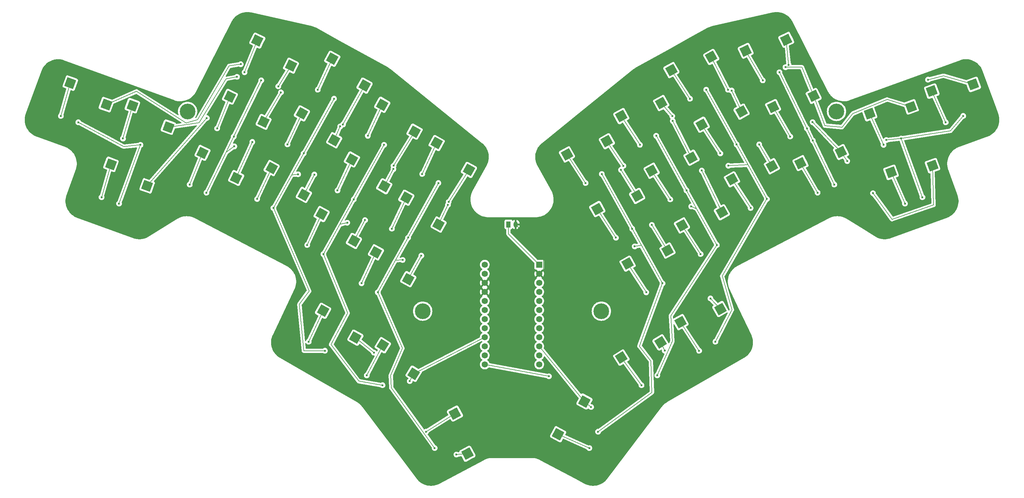
<source format=gbr>
%TF.GenerationSoftware,KiCad,Pcbnew,8.0.2-1*%
%TF.CreationDate,2024-06-17T15:58:38+09:00*%
%TF.ProjectId,tolkeeb_zero,746f6c6b-6565-4625-9f7a-65726f2e6b69,v1.0.0*%
%TF.SameCoordinates,Original*%
%TF.FileFunction,Copper,L4,Bot*%
%TF.FilePolarity,Positive*%
%FSLAX46Y46*%
G04 Gerber Fmt 4.6, Leading zero omitted, Abs format (unit mm)*
G04 Created by KiCad (PCBNEW 8.0.2-1) date 2024-06-17 15:58:38*
%MOMM*%
%LPD*%
G01*
G04 APERTURE LIST*
G04 Aperture macros list*
%AMRotRect*
0 Rectangle, with rotation*
0 The origin of the aperture is its center*
0 $1 length*
0 $2 width*
0 $3 Rotation angle, in degrees counterclockwise*
0 Add horizontal line*
21,1,$1,$2,0,0,$3*%
G04 Aperture macros list end*
%TA.AperFunction,ComponentPad*%
%ADD10R,1.752600X1.752600*%
%TD*%
%TA.AperFunction,ComponentPad*%
%ADD11C,1.752600*%
%TD*%
%TA.AperFunction,ComponentPad*%
%ADD12C,0.700000*%
%TD*%
%TA.AperFunction,ComponentPad*%
%ADD13C,4.400000*%
%TD*%
%TA.AperFunction,SMDPad,CuDef*%
%ADD14RotRect,2.600000X2.600000X331.000000*%
%TD*%
%TA.AperFunction,ComponentPad*%
%ADD15C,0.600000*%
%TD*%
%TA.AperFunction,SMDPad,CuDef*%
%ADD16RotRect,2.600000X2.600000X32.000000*%
%TD*%
%TA.AperFunction,SMDPad,CuDef*%
%ADD17RotRect,2.600000X2.600000X29.000000*%
%TD*%
%TA.AperFunction,SMDPad,CuDef*%
%ADD18RotRect,2.600000X2.600000X20.000000*%
%TD*%
%TA.AperFunction,SMDPad,CuDef*%
%ADD19RotRect,2.600000X2.600000X328.000000*%
%TD*%
%TA.AperFunction,ComponentPad*%
%ADD20R,1.200000X1.700000*%
%TD*%
%TA.AperFunction,ComponentPad*%
%ADD21O,1.200000X1.700000*%
%TD*%
%TA.AperFunction,SMDPad,CuDef*%
%ADD22RotRect,2.600000X2.600000X298.000000*%
%TD*%
%TA.AperFunction,SMDPad,CuDef*%
%ADD23RotRect,2.600000X2.600000X340.000000*%
%TD*%
%TA.AperFunction,SMDPad,CuDef*%
%ADD24RotRect,2.600000X2.600000X334.000000*%
%TD*%
%TA.AperFunction,SMDPad,CuDef*%
%ADD25RotRect,2.600000X2.600000X26.000000*%
%TD*%
%TA.AperFunction,SMDPad,CuDef*%
%ADD26RotRect,2.600000X2.600000X62.000000*%
%TD*%
%TA.AperFunction,ViaPad*%
%ADD27C,0.600000*%
%TD*%
%TA.AperFunction,Conductor*%
%ADD28C,0.200000*%
%TD*%
G04 APERTURE END LIST*
D10*
%TO.P,MCU1,1*%
%TO.N,RAW*%
X158020003Y-156020003D03*
D11*
%TO.P,MCU1,2*%
%TO.N,GND*%
X158020003Y-158560003D03*
%TO.P,MCU1,3*%
%TO.N,RST*%
X158020004Y-161100003D03*
%TO.P,MCU1,4*%
%TO.N,VCC*%
X158020002Y-163640004D03*
%TO.P,MCU1,5*%
%TO.N,P21*%
X158020003Y-166180004D03*
%TO.P,MCU1,6*%
%TO.N,P20*%
X158020003Y-168720003D03*
%TO.P,MCU1,7*%
%TO.N,P19*%
X158020003Y-171260003D03*
%TO.P,MCU1,8*%
%TO.N,P18*%
X158020003Y-173800002D03*
%TO.P,MCU1,9*%
%TO.N,P15*%
X158020003Y-176340003D03*
%TO.P,MCU1,10*%
%TO.N,P14*%
X158020005Y-178880003D03*
%TO.P,MCU1,11*%
%TO.N,P16*%
X158020003Y-181420003D03*
%TO.P,MCU1,12*%
%TO.N,P10*%
X158020003Y-183960003D03*
%TO.P,MCU1,13*%
%TO.N,P1*%
X142780003Y-156020003D03*
%TO.P,MCU1,14*%
%TO.N,P0*%
X142780003Y-158560003D03*
%TO.P,MCU1,15*%
%TO.N,GND*%
X142780001Y-161100003D03*
%TO.P,MCU1,16*%
X142780003Y-163640003D03*
%TO.P,MCU1,17*%
%TO.N,P2*%
X142780003Y-166180004D03*
%TO.P,MCU1,18*%
%TO.N,P3*%
X142780003Y-168720003D03*
%TO.P,MCU1,19*%
%TO.N,P4*%
X142780003Y-171260003D03*
%TO.P,MCU1,20*%
%TO.N,P5*%
X142780003Y-173800002D03*
%TO.P,MCU1,21*%
%TO.N,P6*%
X142780004Y-176340002D03*
%TO.P,MCU1,22*%
%TO.N,P7*%
X142780002Y-178880003D03*
%TO.P,MCU1,23*%
%TO.N,P8*%
X142780003Y-181420003D03*
%TO.P,MCU1,24*%
%TO.N,P9*%
X142780003Y-183960003D03*
%TD*%
D12*
%TO.P,_3,1*%
%TO.N,N/C*%
X61138430Y-113730247D03*
X60237699Y-114615396D03*
X61149451Y-112467442D03*
X58974894Y-114604375D03*
D13*
X59619598Y-113085543D03*
D12*
X60264302Y-111566711D03*
X58089745Y-113703644D03*
X59001497Y-111555690D03*
X58100766Y-112440839D03*
%TD*%
D14*
%TO.P,S8,1*%
%TO.N,middle_home*%
X91612536Y-113631128D03*
%TO.P,S8,2*%
%TO.N,P4*%
X100647812Y-121154843D03*
%TD*%
D15*
%TO.P,D29,3*%
%TO.N,P10*%
X184017361Y-145933975D03*
%TO.P,D29,6*%
%TO.N,mirror_inner_home*%
X179469338Y-148454986D03*
%TD*%
%TO.P,D27,3*%
%TO.N,P16*%
X190744039Y-119909911D03*
%TO.P,D27,6*%
%TO.N,mirror_index_top*%
X186196016Y-122430922D03*
%TD*%
%TO.P,D32,3*%
%TO.N,P16*%
X114170451Y-189794762D03*
%TO.P,D32,6*%
%TO.N,center_default*%
X109760602Y-187039182D03*
%TD*%
D16*
%TO.P,S35,1*%
%TO.N,mirror_center_default*%
X180996391Y-182053600D03*
%TO.P,S35,2*%
%TO.N,P14*%
X191957170Y-177798739D03*
%TD*%
D17*
%TO.P,S23,1*%
%TO.N,mirror_middle_home*%
X203458705Y-116806629D03*
%TO.P,S23,2*%
%TO.N,P18*%
X214627144Y-113131240D03*
%TD*%
D12*
%TO.P,_2,1*%
%TO.N,N/C*%
X173750001Y-169045849D03*
X174233274Y-170212575D03*
X174233275Y-167879122D03*
X175400001Y-167395849D03*
D13*
X175400001Y-169045849D03*
D12*
X175400001Y-170695849D03*
X176566727Y-170212576D03*
X176566728Y-167879123D03*
X177050001Y-169045849D03*
%TD*%
D17*
%TO.P,S26,1*%
%TO.N,mirror_index_home*%
X189459884Y-129711397D03*
%TO.P,S26,2*%
%TO.N,P18*%
X200628323Y-126036008D03*
%TD*%
D14*
%TO.P,S15,1*%
%TO.N,inner_top*%
X129306372Y-121948266D03*
%TO.P,S15,2*%
%TO.N,P3*%
X138341648Y-129471981D03*
%TD*%
%TO.P,S13,1*%
%TO.N,inner_bottom*%
X112338037Y-152559955D03*
%TO.P,S13,2*%
%TO.N,P5*%
X121373313Y-160083670D03*
%TD*%
%TO.P,S31,1*%
%TO.N,inner_default*%
X97541533Y-168940232D03*
%TO.P,S31,2*%
%TO.N,P6*%
X106576809Y-176463947D03*
%TD*%
D15*
%TO.P,D31,3*%
%TO.N,P9*%
X98049990Y-180141107D03*
%TO.P,D31,6*%
%TO.N,inner_default*%
X93501967Y-177620097D03*
%TD*%
D14*
%TO.P,S14,1*%
%TO.N,inner_home*%
X120822204Y-137254111D03*
%TO.P,S14,2*%
%TO.N,P4*%
X129857480Y-144777826D03*
%TD*%
D18*
%TO.P,S17,1*%
%TO.N,mirror_pinky_bottom*%
X256446746Y-130158294D03*
%TO.P,S17,2*%
%TO.N,P15*%
X268052640Y-128275285D03*
%TD*%
D15*
%TO.P,D33,3*%
%TO.N,P10*%
X128761524Y-207415176D03*
%TO.P,D33,6*%
%TO.N,outer_default*%
X126320272Y-202823848D03*
%TD*%
D17*
%TO.P,S24,1*%
%TO.N,mirror_middle_top*%
X194974536Y-101500784D03*
%TO.P,S24,2*%
%TO.N,P19*%
X206142975Y-97825395D03*
%TD*%
D15*
%TO.P,D1,3*%
%TO.N,P7*%
X29053710Y-116129503D03*
%TO.P,D1,6*%
%TO.N,pinky_extension_home*%
X24167308Y-114350997D03*
%TD*%
%TO.P,D19,3*%
%TO.N,P8*%
X240578739Y-133565918D03*
%TO.P,D19,6*%
%TO.N,mirror_ring_bottom*%
X235905009Y-135845448D03*
%TD*%
D17*
%TO.P,S27,1*%
%TO.N,mirror_index_top*%
X180975714Y-114405552D03*
%TO.P,S27,2*%
%TO.N,P19*%
X192144153Y-110730163D03*
%TD*%
D12*
%TO.P,_4,1*%
%TO.N,N/C*%
X242699234Y-112440839D03*
X242710255Y-113703645D03*
X241798503Y-111555691D03*
X240535697Y-111566712D03*
D13*
X241180402Y-113085544D03*
D12*
X241825107Y-114604376D03*
X240562301Y-114615397D03*
X239650549Y-112467443D03*
X239661570Y-113730249D03*
%TD*%
D15*
%TO.P,D35,3*%
%TO.N,P16*%
X191039402Y-187039182D03*
%TO.P,D35,6*%
%TO.N,mirror_center_default*%
X186629551Y-189794761D03*
%TD*%
%TO.P,D11,3*%
%TO.N,P16*%
X106119818Y-137736768D03*
%TO.P,D11,6*%
%TO.N,index_home*%
X101571795Y-135215758D03*
%TD*%
D18*
%TO.P,S18,1*%
%TO.N,mirror_pinky_home*%
X250461395Y-113713673D03*
%TO.P,S18,2*%
%TO.N,P18*%
X262067289Y-111830664D03*
%TD*%
D19*
%TO.P,S32,1*%
%TO.N,center_default*%
X114248897Y-178582626D03*
%TO.P,S32,2*%
%TO.N,P6*%
X122878030Y-186568900D03*
%TD*%
D20*
%TO.P,JST1,1*%
%TO.N,RAW*%
X149400000Y-144740005D03*
D21*
%TO.P,JST1,2*%
%TO.N,GND*%
X151400002Y-144740003D03*
%TD*%
D15*
%TO.P,D36,3*%
%TO.N,P10*%
X174479730Y-202823850D03*
%TO.P,D36,6*%
%TO.N,mirror_outer_default*%
X172038479Y-207415177D03*
%TD*%
%TO.P,D5,3*%
%TO.N,P8*%
X72566490Y-120116553D03*
%TO.P,D5,6*%
%TO.N,ring_home*%
X67892761Y-117837021D03*
%TD*%
D17*
%TO.P,S30,1*%
%TO.N,mirror_inner_top*%
X165764869Y-125123769D03*
%TO.P,S30,2*%
%TO.N,P19*%
X176933308Y-121448380D03*
%TD*%
D15*
%TO.P,D12,3*%
%TO.N,P16*%
X114603989Y-122430921D03*
%TO.P,D12,6*%
%TO.N,index_top*%
X110055966Y-119909911D03*
%TD*%
D18*
%TO.P,S16,1*%
%TO.N,mirror_pinky_extension_home*%
X267845706Y-107386300D03*
%TO.P,S16,2*%
%TO.N,P19*%
X279451600Y-105503291D03*
%TD*%
D22*
%TO.P,S33,1*%
%TO.N,outer_default*%
X134435529Y-197744405D03*
%TO.P,S33,2*%
%TO.N,P6*%
X137915439Y-208975287D03*
%TD*%
D15*
%TO.P,D16,3*%
%TO.N,P7*%
X276632693Y-114350995D03*
%TO.P,D16,6*%
%TO.N,mirror_pinky_extension_home*%
X271746291Y-116129499D03*
%TD*%
D23*
%TO.P,S3,1*%
%TO.N,pinky_home*%
X44183620Y-111473442D03*
%TO.P,S3,2*%
%TO.N,P4*%
X54284625Y-117491099D03*
%TD*%
D15*
%TO.P,D30,3*%
%TO.N,P10*%
X175533193Y-130628130D03*
%TO.P,D30,6*%
%TO.N,mirror_inner_top*%
X170985170Y-133149141D03*
%TD*%
D14*
%TO.P,S9,1*%
%TO.N,middle_top*%
X100096706Y-98325283D03*
%TO.P,S9,2*%
%TO.N,P3*%
X109131982Y-105848998D03*
%TD*%
D15*
%TO.P,D23,3*%
%TO.N,P9*%
X213227027Y-122310989D03*
%TO.P,D23,6*%
%TO.N,mirror_middle_home*%
X208679004Y-124832000D03*
%TD*%
%TO.P,D2,3*%
%TO.N,P7*%
X40452670Y-138901492D03*
%TO.P,D2,6*%
%TO.N,pinky_bottom*%
X35566268Y-137122986D03*
%TD*%
%TO.P,D25,3*%
%TO.N,P16*%
X207712374Y-150521601D03*
%TO.P,D25,6*%
%TO.N,mirror_index_bottom*%
X203164351Y-153042612D03*
%TD*%
%TO.P,D17,3*%
%TO.N,P7*%
X265233734Y-137122991D03*
%TO.P,D17,6*%
%TO.N,mirror_pinky_bottom*%
X260347332Y-138901495D03*
%TD*%
D14*
%TO.P,S7,1*%
%TO.N,middle_bottom*%
X83128369Y-128936972D03*
%TO.P,S7,2*%
%TO.N,P5*%
X92163645Y-136460687D03*
%TD*%
D15*
%TO.P,D13,3*%
%TO.N,P10*%
X112846497Y-163760829D03*
%TO.P,D13,6*%
%TO.N,inner_bottom*%
X108298474Y-161239819D03*
%TD*%
%TO.P,D7,3*%
%TO.N,P9*%
X83636830Y-140137843D03*
%TO.P,D7,6*%
%TO.N,middle_bottom*%
X79088807Y-137616833D03*
%TD*%
%TO.P,D21,3*%
%TO.N,P8*%
X225235746Y-102108125D03*
%TO.P,D21,6*%
%TO.N,mirror_ring_top*%
X220562016Y-104387655D03*
%TD*%
%TO.P,D15,3*%
%TO.N,P10*%
X129814832Y-133149141D03*
%TO.P,D15,6*%
%TO.N,inner_top*%
X125266809Y-130628131D03*
%TD*%
D23*
%TO.P,S2,1*%
%TO.N,pinky_bottom*%
X38198269Y-127918060D03*
%TO.P,S2,2*%
%TO.N,P5*%
X48299274Y-133935717D03*
%TD*%
D24*
%TO.P,S6,1*%
%TO.N,ring_top*%
X79144012Y-93228743D03*
%TO.P,S6,2*%
%TO.N,P3*%
X88560667Y-100269275D03*
%TD*%
D15*
%TO.P,D22,3*%
%TO.N,P9*%
X221711196Y-137616836D03*
%TO.P,D22,6*%
%TO.N,mirror_middle_bottom*%
X217163173Y-140137847D03*
%TD*%
%TO.P,D24,3*%
%TO.N,P9*%
X204742859Y-107005144D03*
%TO.P,D24,6*%
%TO.N,mirror_middle_top*%
X200194836Y-109526155D03*
%TD*%
D24*
%TO.P,S5,1*%
%TO.N,ring_home*%
X71472519Y-108957638D03*
%TO.P,S5,2*%
%TO.N,P4*%
X80889174Y-115998170D03*
%TD*%
D25*
%TO.P,S19,1*%
%TO.N,mirror_ring_bottom*%
X231111878Y-127557865D03*
%TO.P,S19,2*%
%TO.N,P15*%
X242457366Y-124472025D03*
%TD*%
D15*
%TO.P,D34,3*%
%TO.N,P9*%
X207298035Y-177620094D03*
%TO.P,D34,6*%
%TO.N,mirror_inner_default*%
X202750012Y-180141105D03*
%TD*%
%TO.P,D18,3*%
%TO.N,P7*%
X259248382Y-120678369D03*
%TO.P,D18,6*%
%TO.N,mirror_pinky_home*%
X254361980Y-122456873D03*
%TD*%
%TO.P,D4,3*%
%TO.N,P8*%
X64894993Y-135845448D03*
%TO.P,D4,6*%
%TO.N,ring_bottom*%
X60221264Y-133565916D03*
%TD*%
D25*
%TO.P,S21,1*%
%TO.N,mirror_ring_top*%
X215768888Y-96100071D03*
%TO.P,S21,2*%
%TO.N,P19*%
X227114376Y-93014231D03*
%TD*%
D15*
%TO.P,D8,3*%
%TO.N,P9*%
X92120998Y-124832002D03*
%TO.P,D8,6*%
%TO.N,middle_home*%
X87572975Y-122310992D03*
%TD*%
D23*
%TO.P,S1,1*%
%TO.N,pinky_extension_home*%
X26799309Y-105146070D03*
%TO.P,S1,2*%
%TO.N,P3*%
X36900314Y-111163727D03*
%TD*%
D15*
%TO.P,D9,3*%
%TO.N,P9*%
X100605165Y-109526156D03*
%TO.P,D9,6*%
%TO.N,middle_top*%
X96057142Y-107005146D03*
%TD*%
D26*
%TO.P,S36,1*%
%TO.N,mirror_outer_default*%
X163289436Y-203527712D03*
%TO.P,S36,2*%
%TO.N,P14*%
X170654319Y-194362504D03*
%TD*%
D15*
%TO.P,D26,3*%
%TO.N,P16*%
X199228208Y-135215756D03*
%TO.P,D26,6*%
%TO.N,mirror_index_home*%
X194680185Y-137736767D03*
%TD*%
D17*
%TO.P,S25,1*%
%TO.N,mirror_index_bottom*%
X197944051Y-145017241D03*
%TO.P,S25,2*%
%TO.N,P15*%
X209112490Y-141341852D03*
%TD*%
D15*
%TO.P,D10,3*%
%TO.N,P16*%
X97635650Y-153042614D03*
%TO.P,D10,6*%
%TO.N,index_bottom*%
X93087627Y-150521604D03*
%TD*%
%TO.P,D28,3*%
%TO.N,P10*%
X192501530Y-161239820D03*
%TO.P,D28,6*%
%TO.N,mirror_inner_bottom*%
X187953507Y-163760831D03*
%TD*%
D14*
%TO.P,S11,1*%
%TO.N,index_home*%
X105611360Y-126535893D03*
%TO.P,S11,2*%
%TO.N,P4*%
X114646636Y-134059608D03*
%TD*%
D15*
%TO.P,D6,3*%
%TO.N,P8*%
X80237984Y-104387657D03*
%TO.P,D6,6*%
%TO.N,ring_top*%
X75564255Y-102108125D03*
%TD*%
D14*
%TO.P,S10,1*%
%TO.N,index_bottom*%
X97127194Y-141841738D03*
%TO.P,S10,2*%
%TO.N,P5*%
X106162470Y-149365453D03*
%TD*%
D24*
%TO.P,S4,1*%
%TO.N,ring_bottom*%
X63801024Y-124686533D03*
%TO.P,S4,2*%
%TO.N,P5*%
X73217679Y-131727065D03*
%TD*%
D15*
%TO.P,D20,3*%
%TO.N,P8*%
X232907242Y-117837020D03*
%TO.P,D20,6*%
%TO.N,mirror_ring_home*%
X228233512Y-120116550D03*
%TD*%
%TO.P,D3,3*%
%TO.N,P7*%
X46438024Y-122456874D03*
%TO.P,D3,6*%
%TO.N,pinky_home*%
X41551622Y-120678368D03*
%TD*%
D17*
%TO.P,S22,1*%
%TO.N,mirror_middle_bottom*%
X211942873Y-132112473D03*
%TO.P,S22,2*%
%TO.N,P15*%
X223111312Y-128437084D03*
%TD*%
D15*
%TO.P,D14,3*%
%TO.N,P10*%
X121330663Y-148454984D03*
%TO.P,D14,6*%
%TO.N,inner_home*%
X116782640Y-145933974D03*
%TD*%
D17*
%TO.P,S28,1*%
%TO.N,mirror_inner_bottom*%
X182733205Y-155735459D03*
%TO.P,S28,2*%
%TO.N,P15*%
X193901644Y-152060070D03*
%TD*%
%TO.P,S29,1*%
%TO.N,mirror_inner_home*%
X174249037Y-140429613D03*
%TO.P,S29,2*%
%TO.N,P18*%
X185417476Y-136754224D03*
%TD*%
%TO.P,S34,1*%
%TO.N,mirror_inner_default*%
X197529709Y-172115734D03*
%TO.P,S34,2*%
%TO.N,P14*%
X208698148Y-168440345D03*
%TD*%
D25*
%TO.P,S20,1*%
%TO.N,mirror_ring_home*%
X223440382Y-111828968D03*
%TO.P,S20,2*%
%TO.N,P18*%
X234785870Y-108743128D03*
%TD*%
D14*
%TO.P,S12,1*%
%TO.N,index_top*%
X114095527Y-111230048D03*
%TO.P,S12,2*%
%TO.N,P3*%
X123130803Y-118753763D03*
%TD*%
D12*
%TO.P,_1,1*%
%TO.N,N/C*%
X123750000Y-169045849D03*
X124233273Y-170212575D03*
X124233274Y-167879122D03*
X125400000Y-167395849D03*
D13*
X125400000Y-169045849D03*
D12*
X125400000Y-170695849D03*
X126566726Y-170212576D03*
X126566727Y-167879123D03*
X127050000Y-169045849D03*
%TD*%
D27*
%TO.N,P15*%
X234505185Y-116094815D03*
%TO.N,P8*%
X234564697Y-121235303D03*
%TO.N,P15*%
X244200000Y-127000000D03*
X251400000Y-136000000D03*
%TO.N,P3*%
X132684992Y-138442702D03*
X85003076Y-106066166D03*
X117267784Y-128303039D03*
X103087283Y-116757363D03*
X74497011Y-99855090D03*
%TO.N,P5*%
X125035579Y-153480207D03*
X109275679Y-143546244D03*
X77741586Y-121641438D03*
X95094128Y-130764865D03*
X64992780Y-114938511D03*
%TO.N,P4*%
X73451392Y-103391569D03*
X85736036Y-107752936D03*
X132464723Y-139252611D03*
X117215094Y-129223161D03*
X102338325Y-117283454D03*
%TO.N,P19*%
X195234438Y-114403884D03*
X210840316Y-107009762D03*
X181564434Y-128333880D03*
%TO.N,P15*%
X189521291Y-144890737D03*
X203489280Y-129658726D03*
X219564063Y-122333509D03*
%TO.N,P18*%
X180885436Y-129454882D03*
X211875957Y-107245403D03*
X195377541Y-115746987D03*
X226927541Y-100696987D03*
%TO.N,P6*%
X121780165Y-188642977D03*
X111793721Y-180669416D03*
X134840418Y-209222696D03*
%TO.N,P14*%
X205927541Y-165496987D03*
X172527541Y-195896987D03*
X193127541Y-180101431D03*
%TO.N,P7*%
X255127541Y-121096987D03*
%TO.N,P8*%
X72712359Y-122876275D03*
%TO.N,P9*%
X210927541Y-128296987D03*
X90552639Y-130707267D03*
%TO.N,P16*%
X200527541Y-139696987D03*
X104299555Y-144272749D03*
%TO.N,P10*%
X119791786Y-154689598D03*
X184727541Y-150896987D03*
%TO.N,P9*%
X160727541Y-187296987D03*
%TO.N,P19*%
X266800000Y-104200000D03*
X227800000Y-100054452D03*
%TD*%
D28*
%TO.N,P15*%
X242457366Y-124472025D02*
X234505185Y-116094815D01*
%TO.N,P8*%
X225235746Y-102108126D02*
X234564697Y-121235303D01*
X234564697Y-121235303D02*
X234638305Y-121386223D01*
%TO.N,P15*%
X244200000Y-127000000D02*
X242457366Y-124472025D01*
X256727541Y-143296987D02*
X251400000Y-136000000D01*
%TO.N,pinky_extension_home*%
X26799309Y-105146067D02*
X24167307Y-114350996D01*
%TO.N,P3*%
X88560667Y-100269274D02*
X85003076Y-106066166D01*
X45346263Y-107478330D02*
X59205217Y-116303827D01*
X138341648Y-129471981D02*
X132684992Y-138442702D01*
X123130803Y-118753762D02*
X117267784Y-128303039D01*
X109131983Y-105848998D02*
X103087283Y-116757363D01*
X36900314Y-111163726D02*
X45346263Y-107478330D01*
X71253381Y-100343824D02*
X74497011Y-99855090D01*
X62467846Y-115368283D02*
X71253381Y-100343824D01*
X59205217Y-116303827D02*
X62467846Y-115368283D01*
%TO.N,pinky_bottom*%
X38198269Y-127918060D02*
X35566268Y-137122988D01*
%TO.N,P5*%
X73217678Y-131727065D02*
X77741586Y-121641438D01*
X121373313Y-160083669D02*
X125035579Y-153480207D01*
X106162469Y-149365454D02*
X109275679Y-143546244D01*
X48299274Y-133935717D02*
X64992780Y-114938511D01*
X92163646Y-136460686D02*
X95094128Y-130764865D01*
%TO.N,pinky_home*%
X44183620Y-111473442D02*
X41551623Y-120678367D01*
%TO.N,P4*%
X54284626Y-117491098D02*
X62876656Y-116280902D01*
X114646635Y-134059609D02*
X117215094Y-129223161D01*
X80889173Y-115998170D02*
X85736036Y-107752936D01*
X100647813Y-121154841D02*
X102338325Y-117283454D01*
X129857481Y-144777825D02*
X132464723Y-139252611D01*
X70382687Y-103977265D02*
X73451392Y-103391569D01*
X62876656Y-116280902D02*
X70382687Y-103977265D01*
%TO.N,ring_bottom*%
X63801022Y-124686535D02*
X60221264Y-133565917D01*
%TO.N,ring_home*%
X71472516Y-108957640D02*
X67892760Y-117837020D01*
%TO.N,ring_top*%
X79144013Y-93228740D02*
X75564256Y-102108125D01*
%TO.N,middle_bottom*%
X83128370Y-128936971D02*
X79088807Y-137616836D01*
%TO.N,middle_home*%
X91612538Y-113631125D02*
X87572977Y-122310990D01*
%TO.N,middle_top*%
X100096705Y-98325283D02*
X96057144Y-107005145D01*
%TO.N,index_bottom*%
X97127192Y-141841738D02*
X93087627Y-150521603D01*
%TO.N,index_home*%
X105611359Y-126535893D02*
X101571795Y-135215759D01*
%TO.N,index_top*%
X114095528Y-111230047D02*
X110055963Y-119909913D01*
%TO.N,inner_bottom*%
X112338037Y-152559957D02*
X108298472Y-161239820D01*
%TO.N,inner_home*%
X120822204Y-137254110D02*
X116782641Y-145933973D01*
%TO.N,inner_top*%
X129306372Y-121948266D02*
X125266810Y-130628130D01*
%TO.N,mirror_pinky_extension_home*%
X267845706Y-107386301D02*
X271746293Y-116129501D01*
%TO.N,P19*%
X206142975Y-97825395D02*
X210840316Y-107009762D01*
X176933308Y-121448380D02*
X181564434Y-128333880D01*
X279451600Y-105503291D02*
X271127541Y-103096987D01*
X192144153Y-110730163D02*
X195234438Y-114403884D01*
%TO.N,mirror_pinky_bottom*%
X256446746Y-130158295D02*
X260347332Y-138901497D01*
%TO.N,P15*%
X193901644Y-152060070D02*
X189521291Y-144890737D01*
X223111312Y-128437084D02*
X219564063Y-122333509D01*
X209112490Y-141341852D02*
X203489280Y-129658726D01*
X268052640Y-128275285D02*
X268327541Y-139296987D01*
X268327541Y-139296987D02*
X256727541Y-143296987D01*
%TO.N,mirror_pinky_home*%
X250461396Y-113713674D02*
X254361978Y-122456874D01*
%TO.N,P18*%
X245729811Y-113698990D02*
X242727541Y-117496987D01*
X214627144Y-113131240D02*
X211875957Y-107245403D01*
X262067289Y-111830664D02*
X255344706Y-109740586D01*
X231527541Y-100696987D02*
X226927541Y-100696987D01*
X234785870Y-108743128D02*
X231527541Y-100696987D01*
X237927541Y-117096987D02*
X234785870Y-108743128D01*
X185417476Y-136754224D02*
X180885436Y-129454882D01*
X242727541Y-117496987D02*
X237927541Y-117096987D01*
X200628323Y-126036008D02*
X195377541Y-115746987D01*
X255344706Y-109740586D02*
X245729811Y-113698990D01*
%TO.N,mirror_ring_bottom*%
X231111879Y-127557864D02*
X235905008Y-135845447D01*
%TO.N,mirror_ring_home*%
X223440382Y-111828969D02*
X228233511Y-120116551D01*
%TO.N,mirror_ring_top*%
X215768888Y-96100073D02*
X220562016Y-104387656D01*
%TO.N,mirror_middle_bottom*%
X211942873Y-132112475D02*
X217163173Y-140137848D01*
%TO.N,mirror_middle_home*%
X203458706Y-116806629D02*
X208679005Y-124832000D01*
%TO.N,mirror_middle_top*%
X194974538Y-101500786D02*
X200194835Y-109526156D01*
%TO.N,mirror_index_bottom*%
X197944051Y-145017241D02*
X203164352Y-153042613D01*
%TO.N,mirror_index_home*%
X189459886Y-129711398D02*
X194680187Y-137736768D01*
%TO.N,mirror_index_top*%
X180975714Y-114405552D02*
X186196017Y-122430924D01*
%TO.N,mirror_inner_bottom*%
X182733206Y-155735458D02*
X187953507Y-163760831D01*
%TO.N,mirror_inner_home*%
X174249037Y-140429613D02*
X179469338Y-148454985D01*
%TO.N,mirror_inner_top*%
X165764870Y-125123770D02*
X170985171Y-133149143D01*
%TO.N,inner_default*%
X97541533Y-168940231D02*
X93501969Y-177620098D01*
%TO.N,P6*%
X134840418Y-209222696D02*
X137915438Y-208975288D01*
X122878029Y-186568900D02*
X142780003Y-176340002D01*
X106576810Y-176463946D02*
X111793721Y-180669416D01*
X122878029Y-186568900D02*
X121780165Y-188642977D01*
%TO.N,center_default*%
X114248897Y-178582626D02*
X109760602Y-187039183D01*
%TO.N,outer_default*%
X134435526Y-197744406D02*
X126320272Y-202823849D01*
%TO.N,mirror_inner_default*%
X197529709Y-172115734D02*
X202750012Y-180141107D01*
%TO.N,P14*%
X170654319Y-194362504D02*
X158020005Y-178880003D01*
X205927541Y-165496987D02*
X208698148Y-168440345D01*
X191957170Y-177798739D02*
X193127541Y-180101431D01*
X170654319Y-194362504D02*
X172527541Y-195896987D01*
%TO.N,mirror_center_default*%
X180996391Y-182053599D02*
X186629551Y-189794761D01*
%TO.N,mirror_outer_default*%
X163289435Y-203527713D02*
X172038480Y-207415176D01*
%TO.N,P7*%
X40452671Y-138901494D02*
X46438024Y-122456876D01*
X259248380Y-120678369D02*
X265233734Y-137122990D01*
X41763037Y-122943337D02*
X29053710Y-116129501D01*
X273092744Y-118525588D02*
X276632695Y-114350995D01*
X259248380Y-120678369D02*
X273092744Y-118525588D01*
X46438024Y-122456876D02*
X41763037Y-122943337D01*
X259248382Y-120678369D02*
X255127541Y-121096987D01*
%TO.N,P8*%
X234638305Y-121386223D02*
X240578739Y-133565916D01*
X70396651Y-124565379D02*
X64894994Y-135845450D01*
X70396651Y-124565379D02*
X72712359Y-122876275D01*
X80237984Y-104387655D02*
X70396651Y-124565379D01*
%TO.N,P9*%
X216396199Y-128028329D02*
X221711196Y-137616837D01*
X207298035Y-177620095D02*
X211931629Y-168663377D01*
X88776306Y-130865984D02*
X90552639Y-130707267D01*
X100605165Y-109526154D02*
X88776306Y-130865984D01*
X92149608Y-180142930D02*
X90913363Y-167109449D01*
X93668262Y-163377083D02*
X83636829Y-140137845D01*
X98049991Y-180141106D02*
X92149608Y-180142930D01*
X209201618Y-159200448D02*
X221711196Y-137616837D01*
X88776306Y-130865984D02*
X83636829Y-140137845D01*
X90913363Y-167109449D02*
X93668262Y-163377083D01*
X204742858Y-107005145D02*
X216396199Y-128028329D01*
X216396199Y-128028329D02*
X210927541Y-128296987D01*
X211931629Y-168663377D02*
X209201618Y-159200448D01*
%TO.N,P16*%
X190744040Y-119909912D02*
X202074294Y-140350234D01*
X202074294Y-140350234D02*
X200527541Y-139696987D01*
X102241837Y-144732833D02*
X114603986Y-122430922D01*
X202074294Y-140350234D02*
X207712375Y-150521603D01*
X107542913Y-188675582D02*
X99743412Y-178406805D01*
X195294853Y-177427950D02*
X194815930Y-170375955D01*
X97635649Y-153042615D02*
X102241837Y-144732833D01*
X194815930Y-170375955D02*
X207712375Y-150521603D01*
X191039401Y-187039183D02*
X195294853Y-177427950D01*
X104416583Y-169563644D02*
X97635649Y-153042615D01*
X114170452Y-189794762D02*
X107542913Y-188675582D01*
X102241837Y-144732833D02*
X104299555Y-144272749D01*
X99743412Y-178406805D02*
X104416583Y-169563644D01*
%TO.N,P10*%
X189267516Y-183055666D02*
X186046809Y-178895492D01*
X186046809Y-178895492D02*
X192501530Y-161239820D01*
X128761523Y-207415176D02*
X116597036Y-190492969D01*
X174479732Y-202823849D02*
X189550551Y-191816938D01*
X116477147Y-186996453D02*
X119752892Y-179436725D01*
X174479732Y-202823849D02*
X174349205Y-202758560D01*
X129814831Y-133149141D02*
X117840529Y-154751354D01*
X186611180Y-150613348D02*
X175533194Y-130628132D01*
X117840529Y-154751354D02*
X112846495Y-163760830D01*
X119752892Y-179436725D02*
X112846495Y-163760830D01*
X117840529Y-154751354D02*
X119791786Y-154689598D01*
X186611180Y-150613348D02*
X184727541Y-150896987D01*
X116597036Y-190492969D02*
X116477147Y-186996453D01*
X189550551Y-191816938D02*
X189267516Y-183055666D01*
X192501530Y-161239820D02*
X186611180Y-150613348D01*
%TO.N,RAW*%
X149400000Y-147400000D02*
X158020003Y-156020003D01*
X149400000Y-144740005D02*
X149400000Y-147400000D01*
%TO.N,GND*%
X151400002Y-144740003D02*
X159196303Y-152536304D01*
X159196303Y-152536304D02*
X159196303Y-157383703D01*
X159196303Y-157383703D02*
X158020003Y-158560003D01*
%TO.N,P9*%
X160727541Y-187296987D02*
X142780003Y-183960003D01*
%TO.N,P19*%
X271127541Y-103096987D02*
X266800000Y-104200000D01*
X227114376Y-93014231D02*
X227800000Y-100054452D01*
%TD*%
%TA.AperFunction,Conductor*%
%TO.N,GND*%
G36*
X224875135Y-85265626D02*
G01*
X224885993Y-85266574D01*
X225312248Y-85322824D01*
X225322984Y-85324724D01*
X225742646Y-85418287D01*
X225753173Y-85421126D01*
X226162879Y-85551247D01*
X226162945Y-85551268D01*
X226173205Y-85555032D01*
X226569920Y-85720742D01*
X226579793Y-85725387D01*
X226960341Y-85925363D01*
X226960387Y-85925387D01*
X226969827Y-85930892D01*
X227331315Y-86163612D01*
X227340234Y-86169926D01*
X227679841Y-86433578D01*
X227688170Y-86440654D01*
X228003239Y-86733177D01*
X228010912Y-86740958D01*
X228299003Y-87060086D01*
X228305961Y-87068512D01*
X228564842Y-87411773D01*
X228571031Y-87420780D01*
X228799028Y-87786050D01*
X228803785Y-87794371D01*
X228903213Y-87985030D01*
X228903829Y-87986226D01*
X238812617Y-107500494D01*
X238917484Y-107701414D01*
X238917487Y-107701419D01*
X239158402Y-108085297D01*
X239158404Y-108085300D01*
X239169991Y-108100508D01*
X239433070Y-108445797D01*
X239590124Y-108617210D01*
X239739220Y-108779939D01*
X239739238Y-108779958D01*
X240074393Y-109085038D01*
X240223921Y-109198199D01*
X240435780Y-109358532D01*
X240435784Y-109358535D01*
X240546809Y-109427710D01*
X240820442Y-109598200D01*
X241225214Y-109802069D01*
X241646775Y-109968468D01*
X241646777Y-109968468D01*
X241646778Y-109968469D01*
X241824762Y-110020675D01*
X242081667Y-110096030D01*
X242081668Y-110096030D01*
X242081671Y-110096031D01*
X242526295Y-110183706D01*
X242526304Y-110183707D01*
X242526318Y-110183710D01*
X242977080Y-110230788D01*
X243371721Y-110236089D01*
X243430243Y-110236876D01*
X243430244Y-110236875D01*
X243430253Y-110236876D01*
X243882117Y-110201926D01*
X244277283Y-110134978D01*
X244328958Y-110126224D01*
X244328959Y-110126223D01*
X244328963Y-110126223D01*
X244767124Y-110010389D01*
X244980921Y-109935237D01*
X253932002Y-106677310D01*
X265678423Y-106677310D01*
X265690963Y-106728120D01*
X265692790Y-106735521D01*
X266588329Y-109195992D01*
X266614792Y-109268697D01*
X266614795Y-109268704D01*
X266641198Y-109322515D01*
X266641199Y-109322518D01*
X266671909Y-109358532D01*
X266734582Y-109432030D01*
X266855036Y-109510798D01*
X266992802Y-109552441D01*
X267064761Y-109553011D01*
X267136716Y-109553582D01*
X267136716Y-109553581D01*
X267136720Y-109553582D01*
X267194927Y-109539216D01*
X267906828Y-109280103D01*
X267976556Y-109275673D01*
X268037612Y-109309643D01*
X268062480Y-109346106D01*
X270333337Y-114436249D01*
X270958773Y-115838170D01*
X270961888Y-115845151D01*
X270971224Y-115914394D01*
X270965688Y-115936623D01*
X270960923Y-115950240D01*
X270960922Y-115950245D01*
X270940726Y-116129495D01*
X270940726Y-116129502D01*
X270960921Y-116308748D01*
X270960922Y-116308753D01*
X271020502Y-116479022D01*
X271096464Y-116599914D01*
X271116475Y-116631761D01*
X271244029Y-116759315D01*
X271396769Y-116855288D01*
X271494153Y-116889364D01*
X271567036Y-116914867D01*
X271567041Y-116914868D01*
X271746287Y-116935064D01*
X271746291Y-116935064D01*
X271746295Y-116935064D01*
X271925540Y-116914868D01*
X271925543Y-116914867D01*
X271925546Y-116914867D01*
X272095813Y-116855288D01*
X272248553Y-116759315D01*
X272376107Y-116631761D01*
X272472080Y-116479021D01*
X272531659Y-116308754D01*
X272534156Y-116286592D01*
X272551856Y-116129502D01*
X272551856Y-116129495D01*
X272531660Y-115950249D01*
X272531659Y-115950244D01*
X272519524Y-115915565D01*
X272472080Y-115779977D01*
X272459152Y-115759403D01*
X272402228Y-115668809D01*
X272376107Y-115627237D01*
X272248553Y-115499683D01*
X272105816Y-115409995D01*
X272059526Y-115357661D01*
X272058577Y-115355588D01*
X270060965Y-110877922D01*
X269201008Y-108950321D01*
X269191672Y-108881078D01*
X269221253Y-108817780D01*
X269271836Y-108783281D01*
X269728098Y-108617216D01*
X269781923Y-108590807D01*
X269891436Y-108497424D01*
X269970204Y-108376970D01*
X270011847Y-108239204D01*
X270012988Y-108095286D01*
X269998622Y-108037079D01*
X269076622Y-105503908D01*
X269068706Y-105487775D01*
X269050213Y-105450084D01*
X269050212Y-105450081D01*
X269003521Y-105395326D01*
X268956830Y-105340570D01*
X268836376Y-105261802D01*
X268836373Y-105261801D01*
X268836371Y-105261800D01*
X268698612Y-105220159D01*
X268698605Y-105220158D01*
X268554695Y-105219017D01*
X268496484Y-105233384D01*
X265963308Y-106155386D01*
X265963301Y-106155389D01*
X265909490Y-106181792D01*
X265909487Y-106181793D01*
X265799978Y-106275174D01*
X265799974Y-106275178D01*
X265721208Y-106395630D01*
X265721206Y-106395634D01*
X265679565Y-106533393D01*
X265679564Y-106533400D01*
X265678423Y-106677310D01*
X253932002Y-106677310D01*
X260738366Y-104199996D01*
X265994435Y-104199996D01*
X265994435Y-104200003D01*
X266014630Y-104379249D01*
X266014631Y-104379254D01*
X266074211Y-104549523D01*
X266107507Y-104602513D01*
X266170184Y-104702262D01*
X266297738Y-104829816D01*
X266450478Y-104925789D01*
X266554569Y-104962212D01*
X266620745Y-104985368D01*
X266620750Y-104985369D01*
X266799996Y-105005565D01*
X266800000Y-105005565D01*
X266800004Y-105005565D01*
X266979249Y-104985369D01*
X266979252Y-104985368D01*
X266979255Y-104985368D01*
X267149522Y-104925789D01*
X267302262Y-104829816D01*
X267429816Y-104702262D01*
X267435694Y-104692905D01*
X267488023Y-104646613D01*
X267510054Y-104638717D01*
X271084963Y-103727537D01*
X271150019Y-103728571D01*
X277503975Y-105565362D01*
X277562910Y-105602889D01*
X277586060Y-105642073D01*
X278026269Y-106851534D01*
X278220395Y-107384890D01*
X278220686Y-107385688D01*
X278220689Y-107385695D01*
X278247092Y-107439506D01*
X278247093Y-107439509D01*
X278254958Y-107448732D01*
X278340476Y-107549021D01*
X278460930Y-107627789D01*
X278598696Y-107669432D01*
X278670655Y-107670002D01*
X278742610Y-107670573D01*
X278742610Y-107670572D01*
X278742614Y-107670573D01*
X278800821Y-107656207D01*
X281333992Y-106734207D01*
X281387817Y-106707798D01*
X281497330Y-106614415D01*
X281576098Y-106493961D01*
X281617741Y-106356195D01*
X281618882Y-106212277D01*
X281604516Y-106154070D01*
X280682516Y-103620899D01*
X280673813Y-103603162D01*
X280670142Y-103595680D01*
X280656107Y-103567074D01*
X280656106Y-103567073D01*
X280656106Y-103567072D01*
X280577428Y-103474805D01*
X280562724Y-103457561D01*
X280442270Y-103378793D01*
X280442267Y-103378792D01*
X280442265Y-103378791D01*
X280304506Y-103337150D01*
X280304499Y-103337149D01*
X280160589Y-103336008D01*
X280102378Y-103350375D01*
X277569202Y-104272377D01*
X277569194Y-104272381D01*
X277533135Y-104290073D01*
X277464279Y-104301930D01*
X277444081Y-104297873D01*
X271377752Y-102544230D01*
X271368786Y-102541026D01*
X271340136Y-102532973D01*
X271292462Y-102519572D01*
X271291760Y-102519372D01*
X271268686Y-102512702D01*
X271218357Y-102498153D01*
X271218354Y-102498152D01*
X271218234Y-102498118D01*
X271216587Y-102497881D01*
X271215645Y-102497741D01*
X271214065Y-102497501D01*
X271213937Y-102497499D01*
X271213936Y-102497499D01*
X271188819Y-102497191D01*
X271137503Y-102496563D01*
X271136592Y-102496548D01*
X271060149Y-102495049D01*
X271058568Y-102495238D01*
X271057665Y-102495342D01*
X271055958Y-102495532D01*
X270981868Y-102514417D01*
X270980981Y-102514640D01*
X270904128Y-102533625D01*
X270895064Y-102536541D01*
X267213896Y-103474805D01*
X267144072Y-103472288D01*
X267142315Y-103471689D01*
X266979254Y-103414631D01*
X266979249Y-103414630D01*
X266800004Y-103394435D01*
X266799996Y-103394435D01*
X266620750Y-103414630D01*
X266620745Y-103414631D01*
X266450476Y-103474211D01*
X266297737Y-103570184D01*
X266170184Y-103697737D01*
X266074211Y-103850476D01*
X266014631Y-104020745D01*
X266014630Y-104020750D01*
X265994435Y-104199996D01*
X260738366Y-104199996D01*
X275668455Y-98765888D01*
X275669684Y-98765450D01*
X275870468Y-98694846D01*
X275879492Y-98692053D01*
X276291260Y-98581731D01*
X276301780Y-98579399D01*
X276720929Y-98505501D01*
X276731626Y-98504093D01*
X277155582Y-98467010D01*
X277166383Y-98466539D01*
X277591982Y-98466544D01*
X277602748Y-98467015D01*
X278026739Y-98504114D01*
X278037423Y-98505521D01*
X278456555Y-98579430D01*
X278467098Y-98581767D01*
X278878190Y-98691921D01*
X278888484Y-98695167D01*
X279288406Y-98840728D01*
X279298394Y-98844866D01*
X279684107Y-99024727D01*
X279693675Y-99029708D01*
X280062250Y-99242503D01*
X280071361Y-99248307D01*
X280107708Y-99273757D01*
X280419974Y-99492405D01*
X280428556Y-99498990D01*
X280754568Y-99772542D01*
X280762543Y-99779850D01*
X281063468Y-100080767D01*
X281070776Y-100088742D01*
X281330545Y-100398314D01*
X281344335Y-100414747D01*
X281350909Y-100423313D01*
X281595026Y-100771934D01*
X281600831Y-100781046D01*
X281813628Y-101149603D01*
X281818621Y-101159194D01*
X281998778Y-101545517D01*
X282002444Y-101554233D01*
X282077390Y-101753347D01*
X282077861Y-101754617D01*
X285658111Y-111591270D01*
X286437635Y-113732996D01*
X286438104Y-113734283D01*
X286438557Y-113735549D01*
X286457360Y-113789019D01*
X286509224Y-113936500D01*
X286512021Y-113945545D01*
X286622336Y-114357266D01*
X286624677Y-114367826D01*
X286698575Y-114786936D01*
X286699987Y-114797661D01*
X286737076Y-115221615D01*
X286737548Y-115232422D01*
X286737548Y-115658001D01*
X286737076Y-115668809D01*
X286699984Y-116092764D01*
X286698572Y-116103488D01*
X286624673Y-116522594D01*
X286622332Y-116533155D01*
X286512185Y-116944233D01*
X286508932Y-116954550D01*
X286363382Y-117354454D01*
X286359242Y-117364448D01*
X286179385Y-117750159D01*
X286174391Y-117759754D01*
X285961608Y-118128314D01*
X285955796Y-118137437D01*
X285711701Y-118486050D01*
X285705116Y-118494632D01*
X285431569Y-118820641D01*
X285424261Y-118828617D01*
X285123330Y-119129558D01*
X285115354Y-119136866D01*
X284789353Y-119410423D01*
X284780776Y-119417004D01*
X284432174Y-119661109D01*
X284423051Y-119666921D01*
X284054490Y-119879721D01*
X284044895Y-119884716D01*
X283658601Y-120064859D01*
X283649835Y-120068545D01*
X283450669Y-120143432D01*
X283449438Y-120143887D01*
X276231075Y-122771156D01*
X275462655Y-123050838D01*
X275258399Y-123127639D01*
X275098996Y-123201968D01*
X274862867Y-123312074D01*
X274484932Y-123530271D01*
X274127444Y-123780583D01*
X273793145Y-124061088D01*
X273793136Y-124061096D01*
X273484538Y-124369689D01*
X273204028Y-124703985D01*
X273204021Y-124703993D01*
X273114386Y-124832005D01*
X272953705Y-125061479D01*
X272953702Y-125061483D01*
X272953700Y-125061487D01*
X272735502Y-125439413D01*
X272735494Y-125439429D01*
X272551065Y-125834935D01*
X272551064Y-125834938D01*
X272402643Y-126242720D01*
X272401801Y-126245032D01*
X272363067Y-126389589D01*
X272288849Y-126666570D01*
X272288848Y-126666577D01*
X272213067Y-127096349D01*
X272175032Y-127531096D01*
X272175032Y-127967512D01*
X272213069Y-128402263D01*
X272288851Y-128832034D01*
X272288852Y-128832041D01*
X272401808Y-129253594D01*
X272438711Y-129358374D01*
X272474293Y-129459404D01*
X273328489Y-131806290D01*
X275039144Y-136506279D01*
X275039585Y-136507512D01*
X275110327Y-136708455D01*
X275113138Y-136717536D01*
X275223464Y-137129239D01*
X275225806Y-137139800D01*
X275299719Y-137558924D01*
X275301131Y-137569649D01*
X275338232Y-137993612D01*
X275338704Y-138004420D01*
X275338711Y-138430006D01*
X275338239Y-138440814D01*
X275301153Y-138864778D01*
X275299741Y-138875503D01*
X275225846Y-139294619D01*
X275223505Y-139305181D01*
X275113358Y-139716269D01*
X275110105Y-139726585D01*
X274964551Y-140126503D01*
X274960411Y-140136498D01*
X274780553Y-140522211D01*
X274775560Y-140531801D01*
X274708962Y-140647155D01*
X274562771Y-140900368D01*
X274556959Y-140909491D01*
X274312851Y-141258114D01*
X274306265Y-141266697D01*
X274032703Y-141592714D01*
X274025395Y-141600689D01*
X273724464Y-141901619D01*
X273716488Y-141908928D01*
X273390467Y-142182488D01*
X273381885Y-142189073D01*
X273033270Y-142433172D01*
X273024146Y-142438985D01*
X272655570Y-142651777D01*
X272645974Y-142656772D01*
X272259679Y-142836898D01*
X272250886Y-142840593D01*
X272051729Y-142915416D01*
X272050529Y-142915860D01*
X256429911Y-148601300D01*
X256428611Y-148601765D01*
X256220760Y-148674806D01*
X256211373Y-148677693D01*
X255784815Y-148790575D01*
X255773872Y-148792947D01*
X255339584Y-148866770D01*
X255328472Y-148868147D01*
X254889263Y-148902496D01*
X254878072Y-148902864D01*
X254437566Y-148897453D01*
X254426388Y-148896810D01*
X253988164Y-148851685D01*
X253977089Y-148850036D01*
X253544729Y-148765566D01*
X253533848Y-148762925D01*
X253110875Y-148639799D01*
X253100276Y-148636188D01*
X252690106Y-148475399D01*
X252679881Y-148470848D01*
X252285277Y-148273408D01*
X252276710Y-148268689D01*
X252232415Y-148241956D01*
X252088028Y-148154815D01*
X252086938Y-148154148D01*
X248451852Y-145904026D01*
X244068214Y-143190549D01*
X243883750Y-143079023D01*
X243499104Y-142884556D01*
X243499106Y-142884556D01*
X243099145Y-142723920D01*
X243099137Y-142723917D01*
X242686852Y-142598312D01*
X242265275Y-142508660D01*
X241837543Y-142455630D01*
X241837530Y-142455629D01*
X241406845Y-142439616D01*
X241406824Y-142439617D01*
X240976339Y-142460737D01*
X240549274Y-142518837D01*
X240549256Y-142518840D01*
X240128784Y-142613484D01*
X240128769Y-142613488D01*
X239718012Y-142743973D01*
X239717995Y-142743979D01*
X239319981Y-142909343D01*
X239319977Y-142909345D01*
X239127795Y-143006890D01*
X213483810Y-156356303D01*
X213284798Y-156462725D01*
X213206596Y-156512877D01*
X212949848Y-156677532D01*
X212904849Y-156706390D01*
X212548439Y-156983281D01*
X212218432Y-157291170D01*
X212218431Y-157291171D01*
X212106329Y-157416486D01*
X211917514Y-157627555D01*
X211917504Y-157627566D01*
X211917503Y-157627567D01*
X211648130Y-157989699D01*
X211412491Y-158374633D01*
X211412486Y-158374642D01*
X211212498Y-158779250D01*
X211049789Y-159200240D01*
X211049785Y-159200252D01*
X210925686Y-159634175D01*
X210925685Y-159634177D01*
X210841195Y-160077542D01*
X210797009Y-160526716D01*
X210793484Y-160978038D01*
X210803627Y-161100791D01*
X210830652Y-161427852D01*
X210835136Y-161453556D01*
X210908207Y-161872475D01*
X211025519Y-162308298D01*
X211181638Y-162731786D01*
X211181647Y-162731806D01*
X211276149Y-162936639D01*
X211276167Y-162936677D01*
X211276183Y-162936711D01*
X212976507Y-166516215D01*
X217327272Y-175675397D01*
X217327837Y-175676605D01*
X217417569Y-175870872D01*
X217421235Y-175879685D01*
X217570554Y-176281601D01*
X217573893Y-176291958D01*
X217687223Y-176704779D01*
X217689640Y-176715389D01*
X217766342Y-177136561D01*
X217767821Y-177147342D01*
X217807301Y-177573612D01*
X217807828Y-177584481D01*
X217809785Y-178012570D01*
X217809357Y-178023444D01*
X217773773Y-178450060D01*
X217772393Y-178460854D01*
X217699546Y-178882691D01*
X217697226Y-178893323D01*
X217587671Y-179307172D01*
X217584427Y-179317559D01*
X217439014Y-179720196D01*
X217434872Y-179730259D01*
X217254719Y-180118596D01*
X217249711Y-180128257D01*
X217036203Y-180499309D01*
X217030367Y-180508493D01*
X216785151Y-180859396D01*
X216778532Y-180868034D01*
X216503490Y-181196092D01*
X216496140Y-181204116D01*
X216193410Y-181506784D01*
X216185384Y-181514133D01*
X215857265Y-181789109D01*
X215848626Y-181795726D01*
X215497133Y-182041245D01*
X215489102Y-182046407D01*
X215304675Y-182155138D01*
X215303524Y-182155808D01*
X193833736Y-194504882D01*
X193618395Y-194632251D01*
X193618389Y-194632255D01*
X193211684Y-194923848D01*
X193211670Y-194923859D01*
X192836142Y-195254619D01*
X192495524Y-195621261D01*
X192495520Y-195621265D01*
X192341945Y-195818859D01*
X177051285Y-215992822D01*
X177050460Y-215993899D01*
X176918672Y-216163880D01*
X176912517Y-216171215D01*
X176623127Y-216490229D01*
X176615433Y-216497994D01*
X176299558Y-216789833D01*
X176291210Y-216796890D01*
X175950872Y-217059768D01*
X175941934Y-217066062D01*
X175579770Y-217297943D01*
X175570314Y-217303426D01*
X175189116Y-217502521D01*
X175179213Y-217507149D01*
X174781987Y-217671888D01*
X174771715Y-217675627D01*
X174361501Y-217804750D01*
X174350939Y-217807569D01*
X173930962Y-217900060D01*
X173920194Y-217901938D01*
X173493706Y-217957083D01*
X173482814Y-217958006D01*
X173053106Y-217975377D01*
X173042174Y-217975336D01*
X172612639Y-217954797D01*
X172601754Y-217953795D01*
X172175662Y-217895502D01*
X172164908Y-217893544D01*
X171745627Y-217797958D01*
X171735087Y-217795061D01*
X171325847Y-217662919D01*
X171315603Y-217659105D01*
X170918950Y-217491162D01*
X170910300Y-217487099D01*
X170719313Y-217388230D01*
X170718113Y-217387600D01*
X170555048Y-217300897D01*
X168096943Y-215993899D01*
X158285033Y-210776812D01*
X158284980Y-210776784D01*
X158284960Y-210776774D01*
X158067781Y-210664650D01*
X157736612Y-210528153D01*
X157615872Y-210478388D01*
X157615870Y-210478387D01*
X157491134Y-210440726D01*
X157147939Y-210337109D01*
X157147931Y-210337107D01*
X157147923Y-210337105D01*
X156668472Y-210242168D01*
X156668465Y-210242166D01*
X156668456Y-210242165D01*
X156668453Y-210242164D01*
X156668449Y-210242164D01*
X156182001Y-210194460D01*
X156181982Y-210194459D01*
X155947797Y-210191634D01*
X155937600Y-210191511D01*
X155937597Y-210191511D01*
X144862406Y-210191511D01*
X144618007Y-210194465D01*
X144131557Y-210242156D01*
X144131549Y-210242157D01*
X144131544Y-210242158D01*
X143652060Y-210337096D01*
X143184141Y-210478371D01*
X143184116Y-210478380D01*
X142732219Y-210664645D01*
X142514968Y-210776809D01*
X130081934Y-217387574D01*
X130080734Y-217388204D01*
X129889710Y-217487110D01*
X129881044Y-217491181D01*
X129484414Y-217659118D01*
X129474169Y-217662933D01*
X129064923Y-217795081D01*
X129054383Y-217797978D01*
X128635100Y-217893568D01*
X128624345Y-217895526D01*
X128198255Y-217953819D01*
X128187370Y-217954821D01*
X127757832Y-217975362D01*
X127746900Y-217975403D01*
X127317192Y-217958032D01*
X127306300Y-217957109D01*
X126879813Y-217901964D01*
X126869045Y-217900086D01*
X126449062Y-217807593D01*
X126438500Y-217804774D01*
X126028288Y-217675650D01*
X126018016Y-217671911D01*
X125996368Y-217662933D01*
X125922466Y-217632283D01*
X125620779Y-217507164D01*
X125610876Y-217502535D01*
X125229702Y-217303449D01*
X125220245Y-217297967D01*
X124858067Y-217066073D01*
X124849129Y-217059778D01*
X124849116Y-217059768D01*
X124508787Y-216796890D01*
X124500442Y-216789836D01*
X124184575Y-216497997D01*
X124176881Y-216490232D01*
X123887490Y-216171209D01*
X123881339Y-216163879D01*
X123749539Y-215993897D01*
X123748711Y-215992816D01*
X120145638Y-211239047D01*
X118617362Y-209222692D01*
X134034853Y-209222692D01*
X134034853Y-209222699D01*
X134055048Y-209401945D01*
X134055049Y-209401950D01*
X134114629Y-209572219D01*
X134210602Y-209724958D01*
X134338156Y-209852512D01*
X134490896Y-209948485D01*
X134661163Y-210008064D01*
X134661168Y-210008065D01*
X134840414Y-210028261D01*
X134840418Y-210028261D01*
X134840422Y-210028261D01*
X135019667Y-210008065D01*
X135019670Y-210008064D01*
X135019673Y-210008064D01*
X135189940Y-209948485D01*
X135342680Y-209852512D01*
X135342681Y-209852511D01*
X135384136Y-209811056D01*
X135445459Y-209777570D01*
X135461871Y-209775135D01*
X136185897Y-209716882D01*
X136254299Y-209731127D01*
X136304141Y-209780092D01*
X136305326Y-209782268D01*
X136958472Y-211010656D01*
X136958484Y-211010676D01*
X136992122Y-211060293D01*
X136992124Y-211060295D01*
X137099839Y-211155747D01*
X137230083Y-211216984D01*
X137372304Y-211239048D01*
X137514980Y-211220149D01*
X137514982Y-211220148D01*
X137514983Y-211220148D01*
X137533723Y-211212627D01*
X137570621Y-211197822D01*
X139189390Y-210337107D01*
X139950800Y-209932258D01*
X139950804Y-209932255D01*
X139950822Y-209932246D01*
X140000447Y-209898602D01*
X140095899Y-209790887D01*
X140157136Y-209660643D01*
X140179200Y-209518422D01*
X140160301Y-209375746D01*
X140160300Y-209375744D01*
X140160300Y-209375742D01*
X140137974Y-209320105D01*
X140137972Y-209320101D01*
X138872410Y-206939925D01*
X138872403Y-206939913D01*
X138872398Y-206939904D01*
X138838754Y-206890279D01*
X138731039Y-206794827D01*
X138731038Y-206794826D01*
X138600793Y-206733589D01*
X138458573Y-206711525D01*
X138315900Y-206730424D01*
X138315894Y-206730425D01*
X138260257Y-206752751D01*
X138260253Y-206752753D01*
X135880077Y-208018315D01*
X135880049Y-208018332D01*
X135830432Y-208051970D01*
X135830430Y-208051972D01*
X135734978Y-208159687D01*
X135673741Y-208289932D01*
X135651677Y-208432152D01*
X135651579Y-208441019D01*
X135648043Y-208440979D01*
X135639919Y-208493325D01*
X135593577Y-208545614D01*
X135537652Y-208564157D01*
X135365335Y-208578021D01*
X135296933Y-208563776D01*
X135289419Y-208559414D01*
X135189940Y-208496907D01*
X135019672Y-208437327D01*
X135019667Y-208437326D01*
X134840422Y-208417131D01*
X134840414Y-208417131D01*
X134661168Y-208437326D01*
X134661163Y-208437327D01*
X134490894Y-208496907D01*
X134338155Y-208592880D01*
X134210602Y-208720433D01*
X134114629Y-208873172D01*
X134055049Y-209043441D01*
X134055048Y-209043446D01*
X134034853Y-209222692D01*
X118617362Y-209222692D01*
X115026223Y-204484668D01*
X108458964Y-195820054D01*
X108458500Y-195819426D01*
X108304467Y-195621265D01*
X107963855Y-195254637D01*
X107588318Y-194923859D01*
X107588315Y-194923856D01*
X107347566Y-194751233D01*
X107181624Y-194632247D01*
X107181619Y-194632244D01*
X106966231Y-194504859D01*
X95835339Y-188102552D01*
X85496554Y-182155852D01*
X85495396Y-182155178D01*
X85495328Y-182155138D01*
X85310905Y-182046391D01*
X85302896Y-182041243D01*
X85055733Y-181868580D01*
X84951388Y-181795686D01*
X84942770Y-181789085D01*
X84716600Y-181599530D01*
X84614666Y-181514098D01*
X84606641Y-181506749D01*
X84399094Y-181299231D01*
X84303912Y-181204062D01*
X84296575Y-181196052D01*
X84021543Y-180867986D01*
X84014935Y-180859364D01*
X83769708Y-180508431D01*
X83763883Y-180499262D01*
X83550383Y-180128213D01*
X83545377Y-180118557D01*
X83525663Y-180076061D01*
X83365220Y-179730203D01*
X83361082Y-179720148D01*
X83340327Y-179662680D01*
X83215674Y-179317524D01*
X83212430Y-179307138D01*
X83189412Y-179220191D01*
X83102870Y-178893288D01*
X83100552Y-178882662D01*
X83091216Y-178828603D01*
X83027697Y-178460814D01*
X83026320Y-178450049D01*
X82990725Y-178023407D01*
X82990298Y-178012566D01*
X82992242Y-177584456D01*
X82992769Y-177573595D01*
X82994939Y-177550161D01*
X83032235Y-177147319D01*
X83033712Y-177136547D01*
X83110396Y-176715373D01*
X83112801Y-176704809D01*
X83226122Y-176291942D01*
X83229458Y-176281595D01*
X83378755Y-175879662D01*
X83382414Y-175870867D01*
X83472219Y-175676490D01*
X83472691Y-175675482D01*
X89523817Y-162936709D01*
X89618384Y-162731793D01*
X89774500Y-162308311D01*
X89891814Y-161872482D01*
X89969371Y-161427854D01*
X90006538Y-160978045D01*
X90003014Y-160526717D01*
X89958828Y-160077544D01*
X89874338Y-159634181D01*
X89750234Y-159200237D01*
X89587524Y-158779244D01*
X89387533Y-158374630D01*
X89151889Y-157989686D01*
X88882511Y-157627548D01*
X88581590Y-157291161D01*
X88418110Y-157138638D01*
X88251577Y-156983266D01*
X88201249Y-156944167D01*
X87895155Y-156706365D01*
X87515229Y-156462715D01*
X87437938Y-156421394D01*
X87316183Y-156356300D01*
X61672227Y-143006902D01*
X61480009Y-142909393D01*
X61479991Y-142909385D01*
X61081993Y-142744030D01*
X61081983Y-142744026D01*
X60671201Y-142613537D01*
X60250729Y-142518895D01*
X60250720Y-142518894D01*
X59998665Y-142484605D01*
X59823657Y-142460797D01*
X59608414Y-142450236D01*
X59393174Y-142439676D01*
X59393154Y-142439675D01*
X58962473Y-142455687D01*
X58962461Y-142455688D01*
X58534731Y-142508718D01*
X58113169Y-142598364D01*
X57700861Y-142723974D01*
X57300926Y-142884597D01*
X57300924Y-142884598D01*
X57300918Y-142884601D01*
X56985667Y-143043981D01*
X56916267Y-143079067D01*
X56731809Y-143190536D01*
X48713100Y-148154126D01*
X48711931Y-148154841D01*
X48523335Y-148268717D01*
X48514731Y-148273458D01*
X48120139Y-148470917D01*
X48109909Y-148475471D01*
X47699756Y-148636273D01*
X47689155Y-148639885D01*
X47266183Y-148763022D01*
X47255301Y-148765664D01*
X46822926Y-148850143D01*
X46811849Y-148851792D01*
X46373624Y-148896915D01*
X46362444Y-148897558D01*
X45921924Y-148902961D01*
X45910731Y-148902592D01*
X45539837Y-148873574D01*
X45471531Y-148868230D01*
X45460421Y-148866854D01*
X45371837Y-148851792D01*
X45026119Y-148793008D01*
X45015175Y-148790635D01*
X44588627Y-148677729D01*
X44579229Y-148674838D01*
X44371382Y-148601763D01*
X44370100Y-148601304D01*
X28749596Y-142915908D01*
X28748326Y-142915438D01*
X28549118Y-142840459D01*
X28540415Y-142836798D01*
X28154070Y-142656637D01*
X28144512Y-142651660D01*
X27813832Y-142460737D01*
X27775952Y-142438866D01*
X27766830Y-142433054D01*
X27418222Y-142188951D01*
X27409639Y-142182366D01*
X27368350Y-142147720D01*
X27083625Y-141908802D01*
X27075651Y-141901494D01*
X26774739Y-141600576D01*
X26767431Y-141592601D01*
X26493879Y-141266589D01*
X26487294Y-141258007D01*
X26243197Y-140909395D01*
X26237390Y-140900280D01*
X26024592Y-140531699D01*
X26019617Y-140522141D01*
X25840416Y-140137839D01*
X82831265Y-140137839D01*
X82831265Y-140137846D01*
X82851460Y-140317092D01*
X82851461Y-140317097D01*
X82911041Y-140487366D01*
X82938962Y-140531801D01*
X83007014Y-140640105D01*
X83134568Y-140767659D01*
X83222227Y-140822739D01*
X83266711Y-140850690D01*
X83313002Y-140903025D01*
X83314585Y-140906541D01*
X92951896Y-163232735D01*
X92960392Y-163302086D01*
X92937816Y-163355517D01*
X90442054Y-166736799D01*
X90437860Y-166742166D01*
X90400171Y-166787756D01*
X90400170Y-166787757D01*
X90398556Y-166791287D01*
X90385576Y-166813318D01*
X90383271Y-166816441D01*
X90361663Y-166871487D01*
X90359001Y-166877757D01*
X90334400Y-166931538D01*
X90334398Y-166931543D01*
X90333753Y-166935367D01*
X90326917Y-166960007D01*
X90325497Y-166963623D01*
X90325497Y-166963624D01*
X90318871Y-167022398D01*
X90317922Y-167029143D01*
X90308080Y-167087446D01*
X90308080Y-167087447D01*
X90308446Y-167091298D01*
X90308220Y-167116889D01*
X90307785Y-167120744D01*
X90316597Y-167179230D01*
X90317427Y-167185994D01*
X91548563Y-180165619D01*
X91549117Y-180177286D01*
X91549132Y-180222169D01*
X91549133Y-180222178D01*
X91553853Y-180239773D01*
X91557532Y-180260181D01*
X91559254Y-180278330D01*
X91559255Y-180278336D01*
X91559256Y-180278338D01*
X91574899Y-180320361D01*
X91574917Y-180320408D01*
X91578472Y-180331536D01*
X91590102Y-180374884D01*
X91590103Y-180374888D01*
X91599219Y-180390665D01*
X91608057Y-180409431D01*
X91614418Y-180426518D01*
X91638121Y-180459849D01*
X91640432Y-180463099D01*
X91646744Y-180472925D01*
X91669202Y-180511795D01*
X91669203Y-180511797D01*
X91682092Y-180524677D01*
X91695489Y-180540519D01*
X91706052Y-180555373D01*
X91740656Y-180583981D01*
X91749294Y-180591837D01*
X91781035Y-180623559D01*
X91781038Y-180623561D01*
X91781041Y-180623564D01*
X91786116Y-180626492D01*
X91796828Y-180632673D01*
X91813869Y-180644509D01*
X91827911Y-180656118D01*
X91827912Y-180656118D01*
X91827914Y-180656120D01*
X91868740Y-180674795D01*
X91879119Y-180680149D01*
X91917994Y-180702578D01*
X91917995Y-180702578D01*
X91917997Y-180702579D01*
X91931751Y-180706259D01*
X91935600Y-180707290D01*
X91955123Y-180714311D01*
X91971699Y-180721894D01*
X91971700Y-180721894D01*
X91971702Y-180721895D01*
X92015974Y-180729368D01*
X92027388Y-180731852D01*
X92070737Y-180743454D01*
X92088957Y-180743448D01*
X92109631Y-180745177D01*
X92127608Y-180748212D01*
X92172304Y-180743971D01*
X92183967Y-180743418D01*
X97467765Y-180741785D01*
X97534808Y-180761449D01*
X97545115Y-180768839D01*
X97547726Y-180770921D01*
X97547728Y-180770923D01*
X97599622Y-180803530D01*
X97700464Y-180866894D01*
X97700468Y-180866896D01*
X97757348Y-180886799D01*
X97870735Y-180926475D01*
X97870740Y-180926476D01*
X98049986Y-180946672D01*
X98049990Y-180946672D01*
X98049994Y-180946672D01*
X98229239Y-180926476D01*
X98229242Y-180926475D01*
X98229245Y-180926475D01*
X98399512Y-180866896D01*
X98552252Y-180770923D01*
X98679806Y-180643369D01*
X98775779Y-180490629D01*
X98835358Y-180320362D01*
X98835411Y-180319894D01*
X98855555Y-180141110D01*
X98855555Y-180141103D01*
X98835359Y-179961857D01*
X98835358Y-179961852D01*
X98821475Y-179922176D01*
X98775779Y-179791585D01*
X98775776Y-179791581D01*
X98696165Y-179664880D01*
X98679806Y-179638845D01*
X98552252Y-179511291D01*
X98489108Y-179471615D01*
X98399513Y-179415318D01*
X98229244Y-179355738D01*
X98229239Y-179355737D01*
X98049994Y-179335542D01*
X98049986Y-179335542D01*
X97870740Y-179355737D01*
X97870735Y-179355738D01*
X97700466Y-179415318D01*
X97547721Y-179511295D01*
X97544658Y-179513738D01*
X97542306Y-179514697D01*
X97541832Y-179514996D01*
X97541779Y-179514912D01*
X97479969Y-179540142D01*
X97467391Y-179540785D01*
X92808657Y-179542225D01*
X92741612Y-179522561D01*
X92695841Y-179469771D01*
X92685174Y-179429938D01*
X92555147Y-178059090D01*
X92568413Y-177990493D01*
X92616661Y-177939957D01*
X92684571Y-177923527D01*
X92750584Y-177946421D01*
X92783587Y-177981411D01*
X92839632Y-178070605D01*
X92872151Y-178122359D01*
X92999705Y-178249913D01*
X93090047Y-178306679D01*
X93152438Y-178345882D01*
X93152445Y-178345886D01*
X93272314Y-178387830D01*
X93322712Y-178405465D01*
X93322717Y-178405466D01*
X93501963Y-178425662D01*
X93501967Y-178425662D01*
X93501971Y-178425662D01*
X93681216Y-178405466D01*
X93681219Y-178405465D01*
X93681222Y-178405465D01*
X93851489Y-178345886D01*
X94004229Y-178249913D01*
X94131783Y-178122359D01*
X94227756Y-177969619D01*
X94287335Y-177799352D01*
X94287335Y-177799349D01*
X94287336Y-177799346D01*
X94307532Y-177620100D01*
X94307532Y-177620093D01*
X94287336Y-177440849D01*
X94287335Y-177440844D01*
X94287335Y-177440842D01*
X94286989Y-177439855D01*
X94286955Y-177439179D01*
X94285786Y-177434057D01*
X94286683Y-177433852D01*
X94283426Y-177370078D01*
X94291607Y-177346582D01*
X97250308Y-170989182D01*
X97296441Y-170936709D01*
X97363620Y-170917506D01*
X97422845Y-170933050D01*
X97847509Y-171168445D01*
X97902753Y-171191741D01*
X97902754Y-171191741D01*
X97902755Y-171191742D01*
X97961332Y-171200543D01*
X98045077Y-171213127D01*
X98187661Y-171193549D01*
X98318954Y-171134594D01*
X98428319Y-171041037D01*
X98462824Y-170992008D01*
X99769746Y-168634256D01*
X99793042Y-168579012D01*
X99793042Y-168579009D01*
X99793043Y-168579009D01*
X99814428Y-168436686D01*
X99794850Y-168294104D01*
X99735896Y-168162813D01*
X99735895Y-168162812D01*
X99735895Y-168162811D01*
X99642338Y-168053446D01*
X99642337Y-168053445D01*
X99642336Y-168053444D01*
X99593309Y-168018940D01*
X97235556Y-166712018D01*
X97235550Y-166712015D01*
X97180311Y-166688722D01*
X97180310Y-166688721D01*
X97037987Y-166667336D01*
X96895405Y-166686914D01*
X96764114Y-166745868D01*
X96654745Y-166839428D01*
X96620241Y-166888455D01*
X95313319Y-169246208D01*
X95313316Y-169246214D01*
X95290023Y-169301453D01*
X95290022Y-169301454D01*
X95268637Y-169443777D01*
X95288215Y-169586359D01*
X95347169Y-169717650D01*
X95347170Y-169717651D01*
X95347171Y-169717653D01*
X95395642Y-169774314D01*
X95440729Y-169827019D01*
X95489756Y-169861523D01*
X95712806Y-169985161D01*
X96152361Y-170228809D01*
X96201451Y-170278526D01*
X96215869Y-170346892D01*
X96204665Y-170389581D01*
X93203162Y-176838952D01*
X93157029Y-176891426D01*
X93156713Y-176891626D01*
X92999704Y-176990281D01*
X92872151Y-177117834D01*
X92776176Y-177270577D01*
X92730460Y-177401224D01*
X92689738Y-177458000D01*
X92624785Y-177483747D01*
X92556224Y-177470290D01*
X92505821Y-177421903D01*
X92489973Y-177371981D01*
X91538101Y-167336569D01*
X91537338Y-167328526D01*
X91550604Y-167259927D01*
X91561018Y-167243178D01*
X91595533Y-167196417D01*
X94150677Y-163734681D01*
X94197222Y-163672129D01*
X94197223Y-163672126D01*
X94197230Y-163672117D01*
X94197511Y-163671611D01*
X94197697Y-163671276D01*
X94198341Y-163670119D01*
X94198351Y-163670092D01*
X94198354Y-163670089D01*
X94226763Y-163597713D01*
X94255562Y-163525170D01*
X94255562Y-163525166D01*
X94255569Y-163525150D01*
X94255723Y-163524532D01*
X94255829Y-163524106D01*
X94256122Y-163522940D01*
X94256125Y-163522912D01*
X94256127Y-163522908D01*
X94264856Y-163445472D01*
X94273877Y-163368120D01*
X94273876Y-163368117D01*
X94273880Y-163368088D01*
X94273861Y-163367017D01*
X94273854Y-163366609D01*
X94273841Y-163365810D01*
X94273838Y-163365792D01*
X94273839Y-163365788D01*
X94262209Y-163288607D01*
X94250922Y-163211680D01*
X94250920Y-163211676D01*
X94250915Y-163211639D01*
X94250635Y-163210666D01*
X94250499Y-163210189D01*
X94250294Y-163209469D01*
X94250281Y-163209439D01*
X94250281Y-163209438D01*
X94219156Y-163138090D01*
X89861348Y-153042610D01*
X96830085Y-153042610D01*
X96830085Y-153042617D01*
X96850280Y-153221863D01*
X96850281Y-153221868D01*
X96909861Y-153392137D01*
X96967552Y-153483951D01*
X97005834Y-153544876D01*
X97133388Y-153672430D01*
X97211504Y-153721513D01*
X97250188Y-153745820D01*
X97296479Y-153798155D01*
X97298929Y-153803731D01*
X103732280Y-169477909D01*
X103739525Y-169547402D01*
X103727200Y-169582928D01*
X99241884Y-178070605D01*
X99230258Y-178088634D01*
X99220372Y-178101387D01*
X99202187Y-178144686D01*
X99197496Y-178154602D01*
X99175549Y-178196132D01*
X99175548Y-178196137D01*
X99171958Y-178211867D01*
X99165395Y-178232285D01*
X99159149Y-178247157D01*
X99159147Y-178247162D01*
X99152787Y-178293701D01*
X99150822Y-178304493D01*
X99140373Y-178350281D01*
X99140372Y-178350292D01*
X99140976Y-178366410D01*
X99139922Y-178387830D01*
X99137736Y-178403825D01*
X99143638Y-178450429D01*
X99144533Y-178461360D01*
X99146292Y-178508289D01*
X99151049Y-178523709D01*
X99155574Y-178544668D01*
X99157604Y-178560687D01*
X99175359Y-178604155D01*
X99179055Y-178614486D01*
X99192905Y-178659379D01*
X99192906Y-178659380D01*
X99201492Y-178673044D01*
X99211291Y-178692126D01*
X99217390Y-178707056D01*
X99217393Y-178707061D01*
X99245798Y-178744460D01*
X99252040Y-178753481D01*
X99275090Y-178790160D01*
X99277035Y-178793254D01*
X99286793Y-178802307D01*
X99288865Y-178804230D01*
X99303270Y-178820128D01*
X107057808Y-189029707D01*
X107060119Y-189032851D01*
X107099333Y-189088001D01*
X107104868Y-189093953D01*
X107104560Y-189094238D01*
X107106508Y-189096268D01*
X107106807Y-189095973D01*
X107112524Y-189101747D01*
X107166006Y-189143205D01*
X107169028Y-189145625D01*
X107221189Y-189188753D01*
X107221193Y-189188755D01*
X107228076Y-189193070D01*
X107227854Y-189193424D01*
X107230261Y-189194881D01*
X107230472Y-189194521D01*
X107237488Y-189198618D01*
X107299847Y-189224808D01*
X107303420Y-189226375D01*
X107335440Y-189241024D01*
X107364970Y-189254535D01*
X107364974Y-189254535D01*
X107372740Y-189256923D01*
X107372616Y-189257324D01*
X107375317Y-189258108D01*
X107375428Y-189257704D01*
X107383268Y-189259845D01*
X107383273Y-189259847D01*
X107450341Y-189269012D01*
X107454148Y-189269594D01*
X113502059Y-190290893D01*
X113564884Y-190321466D01*
X113569092Y-190325481D01*
X113668189Y-190424578D01*
X113734853Y-190466466D01*
X113820925Y-190520549D01*
X113820929Y-190520551D01*
X113857038Y-190533186D01*
X113991196Y-190580130D01*
X113991201Y-190580131D01*
X114170447Y-190600327D01*
X114170451Y-190600327D01*
X114170455Y-190600327D01*
X114349700Y-190580131D01*
X114349703Y-190580130D01*
X114349706Y-190580130D01*
X114519973Y-190520551D01*
X114672713Y-190424578D01*
X114800267Y-190297024D01*
X114896240Y-190144284D01*
X114955819Y-189974017D01*
X114976016Y-189794762D01*
X114976015Y-189794757D01*
X114955820Y-189615512D01*
X114955819Y-189615507D01*
X114896239Y-189445238D01*
X114848188Y-189368766D01*
X114800267Y-189292500D01*
X114672713Y-189164946D01*
X114639994Y-189144387D01*
X114519974Y-189068973D01*
X114349705Y-189009393D01*
X114349700Y-189009392D01*
X114170455Y-188989197D01*
X114170447Y-188989197D01*
X113991201Y-189009392D01*
X113991188Y-189009395D01*
X113820929Y-189068972D01*
X113820927Y-189068973D01*
X113788485Y-189089357D01*
X113721248Y-189108356D01*
X113701869Y-189106631D01*
X107925725Y-188131224D01*
X107862899Y-188100651D01*
X107847630Y-188083960D01*
X100894280Y-178929221D01*
X100501174Y-178411660D01*
X100476301Y-178346368D01*
X100490286Y-178278725D01*
X101183207Y-176967492D01*
X104303913Y-176967492D01*
X104323491Y-177110074D01*
X104382445Y-177241365D01*
X104382446Y-177241366D01*
X104382447Y-177241368D01*
X104476004Y-177350733D01*
X104476005Y-177350734D01*
X104525032Y-177385238D01*
X106882785Y-178692160D01*
X106882791Y-178692163D01*
X106911902Y-178704438D01*
X106938029Y-178715456D01*
X106938030Y-178715456D01*
X106938031Y-178715457D01*
X106996608Y-178724258D01*
X107080353Y-178736842D01*
X107222937Y-178717264D01*
X107354230Y-178658309D01*
X107463595Y-178564752D01*
X107498100Y-178515723D01*
X107632653Y-178272981D01*
X107682368Y-178223893D01*
X107750734Y-178209475D01*
X107816042Y-178234306D01*
X107818926Y-178236561D01*
X108572851Y-178844317D01*
X110963578Y-180771536D01*
X111003416Y-180828934D01*
X111006291Y-180841998D01*
X111006804Y-180841882D01*
X111008353Y-180848671D01*
X111067931Y-181018937D01*
X111091999Y-181057241D01*
X111163905Y-181171678D01*
X111291459Y-181299232D01*
X111444199Y-181395205D01*
X111515068Y-181420003D01*
X111614466Y-181454784D01*
X111614471Y-181454785D01*
X111793717Y-181474981D01*
X111793721Y-181474981D01*
X111793723Y-181474981D01*
X111815591Y-181472517D01*
X111884413Y-181484571D01*
X111935792Y-181531920D01*
X111953417Y-181599530D01*
X111939004Y-181653869D01*
X109501251Y-186246926D01*
X109452435Y-186296914D01*
X109432680Y-186305834D01*
X109411081Y-186313392D01*
X109411077Y-186313394D01*
X109258339Y-186409366D01*
X109130786Y-186536919D01*
X109034813Y-186689658D01*
X108975233Y-186859927D01*
X108975232Y-186859932D01*
X108955037Y-187039178D01*
X108955037Y-187039185D01*
X108975232Y-187218431D01*
X108975233Y-187218436D01*
X109034813Y-187388705D01*
X109089813Y-187476236D01*
X109130786Y-187541444D01*
X109258340Y-187668998D01*
X109411080Y-187764971D01*
X109458849Y-187781686D01*
X109581347Y-187824550D01*
X109581352Y-187824551D01*
X109760598Y-187844747D01*
X109760602Y-187844747D01*
X109760606Y-187844747D01*
X109939851Y-187824551D01*
X109939854Y-187824550D01*
X109939857Y-187824550D01*
X110110124Y-187764971D01*
X110262864Y-187668998D01*
X110390418Y-187541444D01*
X110486391Y-187388704D01*
X110545970Y-187218437D01*
X110545971Y-187218431D01*
X110566167Y-187039185D01*
X110566167Y-187039179D01*
X110548446Y-186881902D01*
X110560500Y-186813080D01*
X110562113Y-186809931D01*
X113850838Y-180613526D01*
X113899653Y-180563540D01*
X113967745Y-180547880D01*
X114026076Y-180566502D01*
X114101334Y-180613528D01*
X114437838Y-180823799D01*
X114491787Y-180849954D01*
X114632797Y-180878760D01*
X114776210Y-180866670D01*
X114910409Y-180814668D01*
X114979651Y-180761449D01*
X115024519Y-180726964D01*
X115028500Y-180721894D01*
X115061544Y-180679807D01*
X116490070Y-178393685D01*
X116516225Y-178339736D01*
X116545031Y-178198726D01*
X116532941Y-178055313D01*
X116480939Y-177921114D01*
X116480938Y-177921113D01*
X116480938Y-177921112D01*
X116393235Y-177807003D01*
X116346081Y-177769981D01*
X116204923Y-177681776D01*
X114111172Y-176373456D01*
X114059961Y-176341456D01*
X114059953Y-176341451D01*
X114006012Y-176315300D01*
X114006007Y-176315298D01*
X113924179Y-176298582D01*
X113864997Y-176286492D01*
X113864996Y-176286492D01*
X113721584Y-176298582D01*
X113587383Y-176350584D01*
X113473274Y-176438287D01*
X113436252Y-176485441D01*
X112007727Y-178771561D01*
X112007722Y-178771569D01*
X111981571Y-178825510D01*
X111981569Y-178825515D01*
X111964403Y-178909545D01*
X111952763Y-178966526D01*
X111964853Y-179109939D01*
X111977438Y-179142417D01*
X112016855Y-179244139D01*
X112104558Y-179358248D01*
X112146840Y-179391445D01*
X112151716Y-179395273D01*
X112794189Y-179796734D01*
X112840610Y-179848953D01*
X112851431Y-179917980D01*
X112838008Y-179960025D01*
X112689112Y-180240564D01*
X112640296Y-180290551D01*
X112572204Y-180306211D01*
X112506455Y-180282572D01*
X112474589Y-180248403D01*
X112423537Y-180167154D01*
X112295983Y-180039600D01*
X112212158Y-179986929D01*
X112143244Y-179943627D01*
X111972975Y-179884047D01*
X111972970Y-179884046D01*
X111786802Y-179863071D01*
X111786979Y-179861497D01*
X111727955Y-179844166D01*
X111717172Y-179836390D01*
X108376331Y-177143263D01*
X108336492Y-177085864D01*
X108334010Y-177016038D01*
X108345697Y-176986613D01*
X108805022Y-176157971D01*
X108828318Y-176102727D01*
X108828318Y-176102724D01*
X108828319Y-176102724D01*
X108849704Y-175960401D01*
X108830126Y-175817819D01*
X108771172Y-175686528D01*
X108771171Y-175686527D01*
X108771171Y-175686526D01*
X108677614Y-175577161D01*
X108677613Y-175577160D01*
X108677612Y-175577159D01*
X108628585Y-175542655D01*
X106270832Y-174235733D01*
X106270826Y-174235730D01*
X106215587Y-174212437D01*
X106215586Y-174212436D01*
X106073263Y-174191051D01*
X105930681Y-174210629D01*
X105799390Y-174269583D01*
X105690021Y-174363143D01*
X105655517Y-174412170D01*
X104348595Y-176769923D01*
X104348592Y-176769929D01*
X104325299Y-176825168D01*
X104325298Y-176825169D01*
X104303913Y-176967492D01*
X101183207Y-176967492D01*
X104918398Y-169899294D01*
X104929895Y-169881435D01*
X104940140Y-169868174D01*
X104958021Y-169825394D01*
X104962780Y-169815311D01*
X104984446Y-169774314D01*
X104988171Y-169757989D01*
X104994658Y-169737748D01*
X104996818Y-169732579D01*
X105001119Y-169722291D01*
X105007319Y-169676333D01*
X105009304Y-169665371D01*
X105019622Y-169620162D01*
X105018994Y-169603414D01*
X105020020Y-169582197D01*
X105022261Y-169565595D01*
X105016358Y-169519616D01*
X105015437Y-169508473D01*
X105013702Y-169462162D01*
X105013702Y-169462158D01*
X105008761Y-169446145D01*
X105004261Y-169425380D01*
X105002129Y-169408768D01*
X104984526Y-169365882D01*
X104980755Y-169355366D01*
X104967090Y-169311071D01*
X104967090Y-169311070D01*
X104958170Y-169296876D01*
X104948450Y-169277985D01*
X104935410Y-169246214D01*
X102683972Y-163760825D01*
X112040932Y-163760825D01*
X112040932Y-163760832D01*
X112061127Y-163940078D01*
X112061128Y-163940083D01*
X112120708Y-164110352D01*
X112168306Y-164186103D01*
X112216681Y-164263091D01*
X112344235Y-164390645D01*
X112482891Y-164477768D01*
X112529181Y-164530102D01*
X112530393Y-164532767D01*
X119075729Y-179389139D01*
X119084744Y-179458424D01*
X119076032Y-179488435D01*
X115937742Y-186730947D01*
X115933415Y-186739925D01*
X115909956Y-186783980D01*
X115906982Y-186796824D01*
X115899959Y-186818144D01*
X115894719Y-186830237D01*
X115887404Y-186879603D01*
X115885548Y-186889393D01*
X115874292Y-186938012D01*
X115874291Y-186938027D01*
X115874742Y-186951189D01*
X115873477Y-186973599D01*
X115871545Y-186986640D01*
X115871545Y-186986643D01*
X115877257Y-187036229D01*
X115877998Y-187046169D01*
X115994442Y-190442205D01*
X115992890Y-190466466D01*
X115991649Y-190474052D01*
X115991649Y-190474054D01*
X115997159Y-190529158D01*
X115997701Y-190537246D01*
X115999597Y-190592556D01*
X115999598Y-190592561D01*
X116001838Y-190599905D01*
X116006616Y-190623734D01*
X116007381Y-190631379D01*
X116007382Y-190631384D01*
X116026958Y-190683163D01*
X116029574Y-190690831D01*
X116045730Y-190743793D01*
X116045734Y-190743800D01*
X116049801Y-190750319D01*
X116060583Y-190772098D01*
X116063299Y-190779281D01*
X116095597Y-190824212D01*
X116100109Y-190830943D01*
X116129432Y-190877935D01*
X116135053Y-190883183D01*
X116151111Y-190901439D01*
X127937019Y-207296999D01*
X127960166Y-207362923D01*
X127959554Y-207383257D01*
X127955960Y-207415173D01*
X127955959Y-207415178D01*
X127955959Y-207415179D01*
X127976154Y-207594425D01*
X127976155Y-207594430D01*
X128035735Y-207764699D01*
X128131708Y-207917438D01*
X128259262Y-208044992D01*
X128412002Y-208140965D01*
X128582269Y-208200544D01*
X128582274Y-208200545D01*
X128761520Y-208220741D01*
X128761524Y-208220741D01*
X128761528Y-208220741D01*
X128940773Y-208200545D01*
X128940776Y-208200544D01*
X128940779Y-208200544D01*
X129111046Y-208140965D01*
X129263786Y-208044992D01*
X129391340Y-207917438D01*
X129487313Y-207764698D01*
X129546892Y-207594431D01*
X129567089Y-207415176D01*
X129558144Y-207335788D01*
X129546893Y-207235926D01*
X129546892Y-207235921D01*
X129487312Y-207065652D01*
X129408299Y-206939904D01*
X129391340Y-206912914D01*
X129263786Y-206785360D01*
X129111045Y-206689386D01*
X128971989Y-206640729D01*
X128915213Y-206600007D01*
X128912258Y-206596064D01*
X127097012Y-204070846D01*
X161025674Y-204070846D01*
X161047738Y-204213066D01*
X161108976Y-204343312D01*
X161108977Y-204343314D01*
X161204426Y-204451025D01*
X161204428Y-204451027D01*
X161254051Y-204484671D01*
X163634253Y-205750246D01*
X163689895Y-205772574D01*
X163689898Y-205772574D01*
X163689900Y-205772575D01*
X163729874Y-205777869D01*
X163832571Y-205791473D01*
X163974792Y-205769409D01*
X164105036Y-205708172D01*
X164212751Y-205612720D01*
X164246395Y-205563097D01*
X164602062Y-204894181D01*
X164650914Y-204844233D01*
X164719018Y-204828623D01*
X164761896Y-204839081D01*
X166862799Y-205772575D01*
X170963028Y-207594430D01*
X171265160Y-207728676D01*
X171318431Y-207773886D01*
X171319804Y-207776021D01*
X171408663Y-207917439D01*
X171536217Y-208044993D01*
X171626559Y-208101759D01*
X171688953Y-208140964D01*
X171688957Y-208140966D01*
X171742459Y-208159687D01*
X171859224Y-208200545D01*
X171859229Y-208200546D01*
X172038475Y-208220742D01*
X172038479Y-208220742D01*
X172038483Y-208220742D01*
X172217728Y-208200546D01*
X172217731Y-208200545D01*
X172217734Y-208200545D01*
X172388001Y-208140966D01*
X172540741Y-208044993D01*
X172668295Y-207917439D01*
X172764268Y-207764699D01*
X172823847Y-207594432D01*
X172844044Y-207415177D01*
X172844043Y-207415172D01*
X172823848Y-207235927D01*
X172823847Y-207235922D01*
X172764267Y-207065653D01*
X172725061Y-207003257D01*
X172668295Y-206912915D01*
X172540741Y-206785361D01*
X172488843Y-206752751D01*
X172388002Y-206689388D01*
X172217733Y-206629808D01*
X172217728Y-206629807D01*
X172038483Y-206609612D01*
X172038475Y-206609612D01*
X171859225Y-206629808D01*
X171859223Y-206629808D01*
X171844405Y-206634993D01*
X171774626Y-206638551D01*
X171753107Y-206631266D01*
X165343157Y-203783133D01*
X165289886Y-203737923D01*
X165269514Y-203671089D01*
X165284021Y-203611603D01*
X165511970Y-203182895D01*
X165534298Y-203127253D01*
X165553197Y-202984577D01*
X165531133Y-202842356D01*
X165522430Y-202823846D01*
X173674165Y-202823846D01*
X173674165Y-202823853D01*
X173694360Y-203003099D01*
X173694361Y-203003104D01*
X173753941Y-203173373D01*
X173849913Y-203326110D01*
X173849914Y-203326112D01*
X173977468Y-203453666D01*
X174130208Y-203549639D01*
X174300475Y-203609218D01*
X174300480Y-203609219D01*
X174479726Y-203629415D01*
X174479730Y-203629415D01*
X174479734Y-203629415D01*
X174658979Y-203609219D01*
X174658982Y-203609218D01*
X174658985Y-203609218D01*
X174829252Y-203549639D01*
X174981992Y-203453666D01*
X175109546Y-203326112D01*
X175205519Y-203173372D01*
X175256698Y-203027110D01*
X175297419Y-202970336D01*
X175300572Y-202967953D01*
X189882811Y-192317876D01*
X189890463Y-192312715D01*
X189934590Y-192285303D01*
X189942227Y-192277155D01*
X189959562Y-192261822D01*
X189968565Y-192255247D01*
X190001134Y-192214821D01*
X190007203Y-192207839D01*
X190042726Y-192169947D01*
X190047995Y-192160097D01*
X190060761Y-192140812D01*
X190067764Y-192132122D01*
X190088763Y-192084639D01*
X190092816Y-192076328D01*
X190117320Y-192030534D01*
X190119857Y-192019672D01*
X190127205Y-191997718D01*
X190131717Y-191987517D01*
X190139716Y-191936186D01*
X190141472Y-191927149D01*
X190153291Y-191876565D01*
X190152930Y-191865412D01*
X190154344Y-191842315D01*
X190156063Y-191831289D01*
X190150505Y-191779659D01*
X190149861Y-191770429D01*
X190001981Y-187192862D01*
X190019490Y-187125225D01*
X190070789Y-187077789D01*
X190085449Y-187075195D01*
X190027215Y-187040240D01*
X189996259Y-186977602D01*
X189994466Y-186960226D01*
X189869564Y-183093927D01*
X189870491Y-183074287D01*
X189873193Y-183053064D01*
X189867561Y-183011668D01*
X189866497Y-182999002D01*
X189865150Y-182957261D01*
X189861008Y-182943585D01*
X189858955Y-182936806D01*
X189854763Y-182917576D01*
X189851881Y-182896392D01*
X189835739Y-182857892D01*
X189831417Y-182845888D01*
X189826370Y-182829223D01*
X189819317Y-182805935D01*
X189815045Y-182799059D01*
X189808038Y-182787779D01*
X189799011Y-182770288D01*
X189796350Y-182763942D01*
X189790746Y-182750574D01*
X189765185Y-182717557D01*
X189757911Y-182707091D01*
X189735880Y-182671627D01*
X189720283Y-182657006D01*
X189707037Y-182642448D01*
X189241600Y-182041245D01*
X186766614Y-178844316D01*
X186741141Y-178779257D01*
X186748204Y-178725834D01*
X187227490Y-177414839D01*
X189661036Y-177414839D01*
X189678627Y-177500947D01*
X189689842Y-177555848D01*
X189689843Y-177555851D01*
X189715994Y-177609795D01*
X189715999Y-177609804D01*
X191144518Y-179895910D01*
X191144522Y-179895916D01*
X191144524Y-179895918D01*
X191181547Y-179943076D01*
X191295658Y-180030781D01*
X191429857Y-180082783D01*
X191573270Y-180094873D01*
X191714280Y-180066067D01*
X191768229Y-180039913D01*
X192150039Y-179801329D01*
X192217322Y-179782498D01*
X192284107Y-179803032D01*
X192326291Y-179850307D01*
X192329081Y-179855795D01*
X192341905Y-179924478D01*
X192341757Y-179925857D01*
X192321976Y-180101426D01*
X192321976Y-180101434D01*
X192342171Y-180280680D01*
X192342172Y-180280685D01*
X192401752Y-180450954D01*
X192490275Y-180591837D01*
X192497725Y-180603693D01*
X192625279Y-180731247D01*
X192688423Y-180770923D01*
X192772574Y-180823799D01*
X192778019Y-180827220D01*
X192894522Y-180867986D01*
X192954859Y-180889099D01*
X192954179Y-180891040D01*
X193006413Y-180920257D01*
X193039271Y-180981918D01*
X193033577Y-181051555D01*
X193031226Y-181057241D01*
X190724810Y-186266442D01*
X190679670Y-186319773D01*
X190677399Y-186321235D01*
X190537139Y-186409366D01*
X190409586Y-186536919D01*
X190313613Y-186689658D01*
X190254033Y-186859927D01*
X190254032Y-186859931D01*
X190241620Y-186970093D01*
X190214553Y-187034507D01*
X190158027Y-187073327D01*
X190204051Y-187092575D01*
X190243703Y-187150103D01*
X190249136Y-187174976D01*
X190254032Y-187218432D01*
X190254033Y-187218436D01*
X190313613Y-187388705D01*
X190368613Y-187476236D01*
X190409586Y-187541444D01*
X190537140Y-187668998D01*
X190689880Y-187764971D01*
X190737649Y-187781686D01*
X190860147Y-187824550D01*
X190860152Y-187824551D01*
X191039398Y-187844747D01*
X191039402Y-187844747D01*
X191039406Y-187844747D01*
X191218651Y-187824551D01*
X191218654Y-187824550D01*
X191218657Y-187824550D01*
X191388924Y-187764971D01*
X191541664Y-187668998D01*
X191669218Y-187541444D01*
X191765191Y-187388704D01*
X191824770Y-187218437D01*
X191824771Y-187218431D01*
X191844967Y-187039185D01*
X191844967Y-187039178D01*
X191824771Y-186859931D01*
X191820641Y-186848128D01*
X191819219Y-186844065D01*
X191815656Y-186774289D01*
X191822874Y-186752917D01*
X195838223Y-177683969D01*
X195840247Y-177679630D01*
X195845048Y-177669836D01*
X195868849Y-177621286D01*
X195868849Y-177621281D01*
X195871445Y-177613580D01*
X195871506Y-177613600D01*
X195873715Y-177606594D01*
X195873653Y-177606576D01*
X195875945Y-177598777D01*
X195875945Y-177598775D01*
X195875946Y-177598774D01*
X195885972Y-177534612D01*
X195886810Y-177529862D01*
X195892491Y-177500945D01*
X195899330Y-177466137D01*
X195899330Y-177466133D01*
X195899843Y-177458023D01*
X195899907Y-177458027D01*
X195900228Y-177450686D01*
X195900163Y-177450685D01*
X195900358Y-177442560D01*
X195900359Y-177442556D01*
X195893432Y-177377942D01*
X195893017Y-177373197D01*
X195582742Y-172804501D01*
X195597839Y-172736284D01*
X195647421Y-172687056D01*
X195715747Y-172672449D01*
X195781123Y-172697101D01*
X195814910Y-172735985D01*
X196608418Y-174167511D01*
X196624986Y-174191052D01*
X196642923Y-174216539D01*
X196752288Y-174310096D01*
X196883581Y-174369051D01*
X196883580Y-174369051D01*
X196906273Y-174372166D01*
X197026165Y-174388629D01*
X197158470Y-174368748D01*
X197168483Y-174367244D01*
X197168483Y-174367243D01*
X197168489Y-174367243D01*
X197168491Y-174367241D01*
X197168495Y-174367241D01*
X197223727Y-174343951D01*
X197223726Y-174343951D01*
X197223732Y-174343949D01*
X197886337Y-173976659D01*
X197954514Y-173961375D01*
X198020132Y-173985376D01*
X198050397Y-174017500D01*
X201933359Y-179986929D01*
X201953413Y-180053859D01*
X201952635Y-180068424D01*
X201944447Y-180141100D01*
X201944447Y-180141108D01*
X201964642Y-180320354D01*
X201964643Y-180320359D01*
X202024223Y-180490628D01*
X202116744Y-180637873D01*
X202120196Y-180643367D01*
X202247750Y-180770921D01*
X202299647Y-180803530D01*
X202400133Y-180866670D01*
X202400490Y-180866894D01*
X202505956Y-180903798D01*
X202570757Y-180926473D01*
X202570762Y-180926474D01*
X202750008Y-180946670D01*
X202750012Y-180946670D01*
X202750016Y-180946670D01*
X202929261Y-180926474D01*
X202929264Y-180926473D01*
X202929267Y-180926473D01*
X203099534Y-180866894D01*
X203252274Y-180770921D01*
X203379828Y-180643367D01*
X203475801Y-180490627D01*
X203535380Y-180320360D01*
X203535380Y-180320357D01*
X203535381Y-180320354D01*
X203555577Y-180141108D01*
X203555577Y-180141101D01*
X203535381Y-179961855D01*
X203535380Y-179961850D01*
X203528810Y-179943075D01*
X203475801Y-179791583D01*
X203379828Y-179638843D01*
X203252274Y-179511289D01*
X203215902Y-179488435D01*
X203099534Y-179415315D01*
X203099530Y-179415314D01*
X203003170Y-179381596D01*
X202946394Y-179340875D01*
X202940181Y-179332168D01*
X201705374Y-177433852D01*
X199112991Y-173448482D01*
X199092938Y-173381554D01*
X199112253Y-173314407D01*
X199156816Y-173272421D01*
X199581484Y-173037025D01*
X199581483Y-173037025D01*
X199581486Y-173037024D01*
X199592493Y-173029277D01*
X199630514Y-173002520D01*
X199724071Y-172893155D01*
X199783026Y-172761862D01*
X199799286Y-172643441D01*
X199802604Y-172619279D01*
X199781219Y-172476959D01*
X199781216Y-172476947D01*
X199757925Y-172421713D01*
X199757923Y-172421709D01*
X198450999Y-170063956D01*
X198419901Y-170019769D01*
X198416495Y-170014929D01*
X198414415Y-170013150D01*
X198381697Y-169985161D01*
X198307130Y-169921372D01*
X198307128Y-169921371D01*
X198307127Y-169921370D01*
X198175835Y-169862416D01*
X198175837Y-169862416D01*
X198033253Y-169842838D01*
X197890934Y-169864223D01*
X197890922Y-169864226D01*
X197835688Y-169887517D01*
X197835684Y-169887519D01*
X195644176Y-171102292D01*
X195575999Y-171117577D01*
X195510381Y-171093576D01*
X195468156Y-171037909D01*
X195460345Y-171002241D01*
X195455646Y-170933050D01*
X195431422Y-170576357D01*
X195446519Y-170508140D01*
X195451140Y-170500425D01*
X207903081Y-151330398D01*
X207956104Y-151284904D01*
X207966099Y-151280910D01*
X208061896Y-151247390D01*
X208214636Y-151151417D01*
X208342190Y-151023863D01*
X208438163Y-150871123D01*
X208497742Y-150700856D01*
X208497743Y-150700850D01*
X208517939Y-150521604D01*
X208517939Y-150521597D01*
X208497743Y-150342351D01*
X208497742Y-150342346D01*
X208485880Y-150308446D01*
X208438163Y-150172079D01*
X208437609Y-150171198D01*
X208342189Y-150019338D01*
X208214636Y-149891785D01*
X208061894Y-149795810D01*
X208025536Y-149783088D01*
X207968761Y-149742366D01*
X207958039Y-149726163D01*
X207927703Y-149671435D01*
X202620661Y-140097276D01*
X202614230Y-140083823D01*
X202600911Y-140051026D01*
X202600910Y-140051025D01*
X202584176Y-140028901D01*
X202574620Y-140014214D01*
X202556975Y-139982381D01*
X202556968Y-139982371D01*
X200032873Y-135428782D01*
X200017589Y-135360608D01*
X200018103Y-135354822D01*
X200032058Y-135230968D01*
X200033773Y-135215757D01*
X200033773Y-135215753D01*
X200013577Y-135036506D01*
X200013576Y-135036501D01*
X200001714Y-135002601D01*
X199953997Y-134866234D01*
X199935644Y-134837026D01*
X199858025Y-134713496D01*
X199858024Y-134713494D01*
X199730470Y-134585940D01*
X199577732Y-134489968D01*
X199577731Y-134489967D01*
X199547926Y-134479538D01*
X199541369Y-134477243D01*
X199484595Y-134436522D01*
X199473873Y-134420319D01*
X196834477Y-129658722D01*
X202683715Y-129658722D01*
X202683715Y-129658729D01*
X202703910Y-129837975D01*
X202703911Y-129837980D01*
X202763491Y-130008249D01*
X202837397Y-130125869D01*
X202859464Y-130160988D01*
X202987018Y-130288542D01*
X203139758Y-130384515D01*
X203139760Y-130384516D01*
X203142842Y-130386000D01*
X203144490Y-130387488D01*
X203145655Y-130388220D01*
X203145526Y-130388423D01*
X203194703Y-130432820D01*
X203200777Y-130443944D01*
X205681221Y-135597466D01*
X207737517Y-139869754D01*
X207753486Y-139902931D01*
X207764823Y-139971875D01*
X207737087Y-140036004D01*
X207701870Y-140065162D01*
X207060712Y-140420561D01*
X207011686Y-140455065D01*
X207011684Y-140455066D01*
X206918126Y-140564433D01*
X206859172Y-140695724D01*
X206839594Y-140838306D01*
X206860979Y-140980626D01*
X206860982Y-140980638D01*
X206884273Y-141035872D01*
X206884275Y-141035876D01*
X208191199Y-143393629D01*
X208207711Y-143417090D01*
X208225704Y-143442657D01*
X208335069Y-143536214D01*
X208466362Y-143595169D01*
X208466361Y-143595169D01*
X208489054Y-143598284D01*
X208608946Y-143614747D01*
X208741251Y-143594866D01*
X208751264Y-143593362D01*
X208751264Y-143593361D01*
X208751270Y-143593361D01*
X208751272Y-143593359D01*
X208751276Y-143593359D01*
X208788098Y-143577831D01*
X208806513Y-143570067D01*
X210764748Y-142484599D01*
X211164267Y-142263142D01*
X211175274Y-142255395D01*
X211213295Y-142228638D01*
X211306852Y-142119273D01*
X211365807Y-141987980D01*
X211385385Y-141845396D01*
X211363999Y-141703072D01*
X211363998Y-141703070D01*
X211363997Y-141703065D01*
X211340706Y-141647831D01*
X211340704Y-141647827D01*
X210033780Y-139290074D01*
X210006290Y-139251014D01*
X209999276Y-139241047D01*
X209987981Y-139231385D01*
X209930736Y-139182414D01*
X209889911Y-139147490D01*
X209889909Y-139147489D01*
X209889908Y-139147488D01*
X209758616Y-139088534D01*
X209758618Y-139088534D01*
X209616034Y-139068956D01*
X209473715Y-139090341D01*
X209473706Y-139090344D01*
X209418462Y-139113639D01*
X209418459Y-139113640D01*
X208971297Y-139361506D01*
X208903120Y-139376791D01*
X208837502Y-139352790D01*
X208799449Y-139306831D01*
X208780965Y-139268427D01*
X205094367Y-131608927D01*
X209669977Y-131608927D01*
X209691362Y-131751247D01*
X209691365Y-131751259D01*
X209714656Y-131806493D01*
X209714658Y-131806497D01*
X211021582Y-134164250D01*
X211043740Y-134195734D01*
X211056087Y-134213278D01*
X211165452Y-134306835D01*
X211296745Y-134365790D01*
X211296744Y-134365790D01*
X211319437Y-134368905D01*
X211439329Y-134385368D01*
X211571634Y-134365487D01*
X211581647Y-134363983D01*
X211581647Y-134363982D01*
X211581653Y-134363982D01*
X211581655Y-134363980D01*
X211581659Y-134363980D01*
X211636891Y-134340690D01*
X211636890Y-134340690D01*
X211636896Y-134340688D01*
X212299499Y-133973399D01*
X212367676Y-133958115D01*
X212433294Y-133982116D01*
X212463559Y-134014240D01*
X216346520Y-139983670D01*
X216366574Y-140050600D01*
X216365796Y-140065165D01*
X216357608Y-140137842D01*
X216357608Y-140137850D01*
X216377803Y-140317096D01*
X216377804Y-140317101D01*
X216437384Y-140487370D01*
X216533354Y-140640105D01*
X216533357Y-140640109D01*
X216660911Y-140767663D01*
X216697775Y-140790826D01*
X216813644Y-140863632D01*
X216813651Y-140863636D01*
X216944423Y-140909395D01*
X216983918Y-140923215D01*
X216983923Y-140923216D01*
X217163169Y-140943412D01*
X217163173Y-140943412D01*
X217163177Y-140943412D01*
X217342422Y-140923216D01*
X217342425Y-140923215D01*
X217342428Y-140923215D01*
X217512695Y-140863636D01*
X217665435Y-140767663D01*
X217792989Y-140640109D01*
X217888962Y-140487369D01*
X217948541Y-140317102D01*
X217948541Y-140317099D01*
X217948542Y-140317096D01*
X217968738Y-140137850D01*
X217968738Y-140137843D01*
X217948542Y-139958597D01*
X217948541Y-139958592D01*
X217908238Y-139843412D01*
X217888962Y-139788325D01*
X217888959Y-139788321D01*
X217804312Y-139653606D01*
X217792989Y-139635585D01*
X217665435Y-139508031D01*
X217624523Y-139482324D01*
X217512697Y-139412059D01*
X217512693Y-139412057D01*
X217416331Y-139378338D01*
X217359555Y-139337616D01*
X217353342Y-139328910D01*
X217338980Y-139306831D01*
X213526154Y-133445222D01*
X213506101Y-133378294D01*
X213525416Y-133311147D01*
X213569979Y-133269160D01*
X213994648Y-133033764D01*
X213994647Y-133033764D01*
X213994650Y-133033763D01*
X214005657Y-133026016D01*
X214043678Y-132999259D01*
X214137235Y-132889894D01*
X214196190Y-132758601D01*
X214211531Y-132646878D01*
X214215768Y-132616018D01*
X214194383Y-132473698D01*
X214194380Y-132473686D01*
X214171089Y-132418452D01*
X214171087Y-132418448D01*
X212864163Y-130060695D01*
X212833676Y-130017376D01*
X212829659Y-130011668D01*
X212720294Y-129918111D01*
X212720292Y-129918110D01*
X212720291Y-129918109D01*
X212588999Y-129859155D01*
X212589001Y-129859155D01*
X212446417Y-129839577D01*
X212304098Y-129860962D01*
X212304086Y-129860965D01*
X212248852Y-129884256D01*
X212248848Y-129884258D01*
X209891095Y-131191182D01*
X209842069Y-131225686D01*
X209842067Y-131225687D01*
X209748509Y-131335054D01*
X209689555Y-131466345D01*
X209669977Y-131608927D01*
X205094367Y-131608927D01*
X204282953Y-129923083D01*
X204271617Y-129854142D01*
X204273798Y-129841702D01*
X204274644Y-129837991D01*
X204274648Y-129837981D01*
X204289233Y-129708533D01*
X204294845Y-129658729D01*
X204294845Y-129658722D01*
X204274649Y-129479476D01*
X204274648Y-129479471D01*
X204266043Y-129454879D01*
X204215069Y-129309204D01*
X204208150Y-129298193D01*
X204161006Y-129223164D01*
X204119096Y-129156464D01*
X203991542Y-129028910D01*
X203981778Y-129022775D01*
X203838803Y-128932937D01*
X203668534Y-128873357D01*
X203668529Y-128873356D01*
X203489284Y-128853161D01*
X203489276Y-128853161D01*
X203310030Y-128873356D01*
X203310025Y-128873357D01*
X203139756Y-128932937D01*
X202987017Y-129028910D01*
X202859464Y-129156463D01*
X202763491Y-129309202D01*
X202703911Y-129479471D01*
X202703910Y-129479476D01*
X202683715Y-129658722D01*
X196834477Y-129658722D01*
X191548704Y-120122934D01*
X191533420Y-120054760D01*
X191533934Y-120048977D01*
X191549604Y-119909911D01*
X191549604Y-119909907D01*
X191529408Y-119730661D01*
X191529407Y-119730656D01*
X191517545Y-119696756D01*
X191469828Y-119560389D01*
X191451475Y-119531181D01*
X191423547Y-119486734D01*
X191373855Y-119407649D01*
X191246301Y-119280095D01*
X191204797Y-119254016D01*
X191093562Y-119184122D01*
X190923293Y-119124542D01*
X190923288Y-119124541D01*
X190744043Y-119104346D01*
X190744035Y-119104346D01*
X190564789Y-119124541D01*
X190564784Y-119124542D01*
X190394515Y-119184122D01*
X190241776Y-119280095D01*
X190114223Y-119407648D01*
X190018250Y-119560387D01*
X189958670Y-119730656D01*
X189958669Y-119730661D01*
X189938474Y-119909907D01*
X189938474Y-119909914D01*
X189958669Y-120089160D01*
X189958670Y-120089165D01*
X190018250Y-120259434D01*
X190092387Y-120377422D01*
X190114223Y-120412173D01*
X190241777Y-120539727D01*
X190276577Y-120561593D01*
X190394516Y-120635700D01*
X190430872Y-120648421D01*
X190487649Y-120689142D01*
X190498372Y-120705347D01*
X198423540Y-135002729D01*
X198438825Y-135070906D01*
X198438307Y-135076728D01*
X198422643Y-135215752D01*
X198422643Y-135215759D01*
X198442838Y-135395005D01*
X198442839Y-135395010D01*
X198502419Y-135565279D01*
X198561373Y-135659103D01*
X198598392Y-135718018D01*
X198725946Y-135845572D01*
X198767901Y-135871934D01*
X198840477Y-135917537D01*
X198878686Y-135941545D01*
X198915041Y-135954266D01*
X198971817Y-135994988D01*
X198982540Y-136011192D01*
X200485955Y-138723426D01*
X200501240Y-138791603D01*
X200477239Y-138857221D01*
X200421572Y-138899446D01*
X200391386Y-138906762D01*
X200348290Y-138911617D01*
X200348286Y-138911618D01*
X200178017Y-138971198D01*
X200025278Y-139067171D01*
X199897725Y-139194724D01*
X199801752Y-139347463D01*
X199742172Y-139517732D01*
X199742171Y-139517737D01*
X199721976Y-139696983D01*
X199721976Y-139696990D01*
X199742171Y-139876236D01*
X199742172Y-139876241D01*
X199801752Y-140046510D01*
X199859145Y-140137850D01*
X199897725Y-140199249D01*
X200025279Y-140326803D01*
X200079991Y-140361181D01*
X200174493Y-140420561D01*
X200178019Y-140422776D01*
X200348286Y-140482355D01*
X200348291Y-140482356D01*
X200527537Y-140502552D01*
X200527541Y-140502552D01*
X200527545Y-140502552D01*
X200706791Y-140482356D01*
X200706792Y-140482355D01*
X200706796Y-140482355D01*
X200736505Y-140471958D01*
X200806282Y-140468395D01*
X200825692Y-140474764D01*
X201610174Y-140806078D01*
X201664273Y-140850294D01*
X201670383Y-140860192D01*
X206907706Y-150308572D01*
X206922991Y-150376749D01*
X206922473Y-150382571D01*
X206906809Y-150521597D01*
X206906809Y-150521605D01*
X206915063Y-150594868D01*
X206903008Y-150663689D01*
X206895831Y-150676296D01*
X194340315Y-170005779D01*
X194329750Y-170019769D01*
X194311534Y-170040640D01*
X194311529Y-170040647D01*
X194295932Y-170072464D01*
X194288582Y-170085423D01*
X194269279Y-170115142D01*
X194269274Y-170115151D01*
X194260711Y-170141496D01*
X194254130Y-170157736D01*
X194241936Y-170182614D01*
X194241934Y-170182620D01*
X194235102Y-170217392D01*
X194231356Y-170231813D01*
X194220401Y-170265516D01*
X194218948Y-170293184D01*
X194216794Y-170310578D01*
X194211452Y-170337769D01*
X194213853Y-170373120D01*
X194213968Y-170388017D01*
X194212110Y-170423417D01*
X194212110Y-170423419D01*
X194217867Y-170450521D01*
X194220288Y-170467882D01*
X194683599Y-177289974D01*
X194673267Y-177348578D01*
X194405343Y-177953701D01*
X194360203Y-178007031D01*
X194293396Y-178027491D01*
X194226133Y-178008584D01*
X194186802Y-177969209D01*
X192769821Y-175701567D01*
X192769816Y-175701560D01*
X192732793Y-175654402D01*
X192618682Y-175566697D01*
X192484483Y-175514695D01*
X192341070Y-175502605D01*
X192200060Y-175531411D01*
X192200057Y-175531412D01*
X192146113Y-175557563D01*
X192146104Y-175557568D01*
X189859998Y-176986087D01*
X189812833Y-177023116D01*
X189725128Y-177137227D01*
X189673126Y-177271426D01*
X189666791Y-177346578D01*
X189661036Y-177414839D01*
X187227490Y-177414839D01*
X192868304Y-161985458D01*
X192909808Y-161929256D01*
X192918763Y-161923062D01*
X193003792Y-161869636D01*
X193131346Y-161742082D01*
X193227319Y-161589342D01*
X193286898Y-161419075D01*
X193307095Y-161239820D01*
X193307094Y-161239815D01*
X193286899Y-161060570D01*
X193286898Y-161060565D01*
X193258023Y-160978045D01*
X193227319Y-160890298D01*
X193131346Y-160737558D01*
X193003792Y-160610004D01*
X192851052Y-160514031D01*
X192851053Y-160514031D01*
X192851051Y-160514030D01*
X192814695Y-160501309D01*
X192757919Y-160460588D01*
X192747197Y-160444384D01*
X192746271Y-160442713D01*
X187153058Y-150352291D01*
X187147862Y-150341769D01*
X187130006Y-150300826D01*
X187118504Y-150286399D01*
X187107011Y-150269221D01*
X187098062Y-150253075D01*
X187098061Y-150253074D01*
X184822026Y-146146999D01*
X184806742Y-146078825D01*
X184807256Y-146073041D01*
X184822926Y-145933975D01*
X184822926Y-145933972D01*
X184802730Y-145754725D01*
X184802729Y-145754720D01*
X184782703Y-145697488D01*
X184743150Y-145584453D01*
X184731886Y-145566527D01*
X184647176Y-145431712D01*
X184519623Y-145304159D01*
X184366881Y-145208184D01*
X184330523Y-145195462D01*
X184273748Y-145154740D01*
X184263026Y-145138537D01*
X184235815Y-145089447D01*
X184125666Y-144890733D01*
X188715726Y-144890733D01*
X188715726Y-144890740D01*
X188735921Y-145069986D01*
X188735922Y-145069991D01*
X188795502Y-145240260D01*
X188847630Y-145323220D01*
X188891475Y-145392999D01*
X189019029Y-145520553D01*
X189019400Y-145520786D01*
X189171768Y-145616526D01*
X189243511Y-145641629D01*
X189300288Y-145682350D01*
X189308371Y-145694021D01*
X192368948Y-150703274D01*
X192387103Y-150770744D01*
X192365899Y-150837318D01*
X192323252Y-150876377D01*
X191849863Y-151138782D01*
X191800840Y-151173283D01*
X191800838Y-151173284D01*
X191707280Y-151282651D01*
X191648326Y-151413942D01*
X191628748Y-151556524D01*
X191650133Y-151698844D01*
X191650136Y-151698856D01*
X191673427Y-151754090D01*
X191673429Y-151754094D01*
X192980353Y-154111847D01*
X193007110Y-154149865D01*
X193014858Y-154160875D01*
X193124223Y-154254432D01*
X193255516Y-154313387D01*
X193255515Y-154313387D01*
X193278208Y-154316502D01*
X193398100Y-154332965D01*
X193530405Y-154313084D01*
X193540418Y-154311580D01*
X193540418Y-154311579D01*
X193540424Y-154311579D01*
X193540426Y-154311577D01*
X193540430Y-154311577D01*
X193577252Y-154296049D01*
X193595667Y-154288285D01*
X195684035Y-153130683D01*
X195953421Y-152981360D01*
X195964428Y-152973613D01*
X196002449Y-152946856D01*
X196096006Y-152837491D01*
X196154961Y-152706198D01*
X196174539Y-152563614D01*
X196153153Y-152421290D01*
X196153152Y-152421288D01*
X196153151Y-152421283D01*
X196129860Y-152366049D01*
X196129858Y-152366045D01*
X194822934Y-150008292D01*
X194801808Y-149978275D01*
X194788430Y-149959265D01*
X194679065Y-149865708D01*
X194679063Y-149865707D01*
X194679062Y-149865706D01*
X194547770Y-149806752D01*
X194547772Y-149806752D01*
X194405188Y-149787174D01*
X194262869Y-149808559D01*
X194262860Y-149808562D01*
X194207616Y-149831857D01*
X194207613Y-149831858D01*
X193591711Y-150173259D01*
X193523534Y-150188544D01*
X193457916Y-150164543D01*
X193425782Y-150129456D01*
X193341879Y-149992132D01*
X190333163Y-145067761D01*
X190315009Y-145000294D01*
X190315755Y-144989253D01*
X190326856Y-144890737D01*
X190326856Y-144890733D01*
X190306660Y-144711487D01*
X190306659Y-144711482D01*
X190247079Y-144541213D01*
X190229788Y-144513695D01*
X195671155Y-144513695D01*
X195692540Y-144656015D01*
X195692543Y-144656027D01*
X195715834Y-144711261D01*
X195715836Y-144711265D01*
X197022760Y-147069018D01*
X197044497Y-147099903D01*
X197057265Y-147118046D01*
X197166630Y-147211603D01*
X197297923Y-147270558D01*
X197297922Y-147270558D01*
X197320615Y-147273673D01*
X197440507Y-147290136D01*
X197572812Y-147270255D01*
X197582825Y-147268751D01*
X197582825Y-147268750D01*
X197582831Y-147268750D01*
X197582833Y-147268748D01*
X197582837Y-147268748D01*
X197638069Y-147245458D01*
X197638068Y-147245458D01*
X197638074Y-147245456D01*
X198300679Y-146878166D01*
X198368856Y-146862882D01*
X198434474Y-146886883D01*
X198464739Y-146919007D01*
X202347698Y-152888433D01*
X202367752Y-152955363D01*
X202366975Y-152969925D01*
X202358787Y-153042610D01*
X202358786Y-153042616D01*
X202378981Y-153221861D01*
X202378982Y-153221866D01*
X202438562Y-153392135D01*
X202510889Y-153507242D01*
X202534535Y-153544874D01*
X202662089Y-153672428D01*
X202752431Y-153729194D01*
X202778891Y-153745820D01*
X202814829Y-153768401D01*
X202985096Y-153827980D01*
X202985101Y-153827981D01*
X203164347Y-153848177D01*
X203164351Y-153848177D01*
X203164355Y-153848177D01*
X203343600Y-153827981D01*
X203343603Y-153827980D01*
X203343606Y-153827980D01*
X203513873Y-153768401D01*
X203666613Y-153672428D01*
X203794167Y-153544874D01*
X203890140Y-153392134D01*
X203949719Y-153221867D01*
X203949719Y-153221864D01*
X203949720Y-153221861D01*
X203969916Y-153042615D01*
X203969916Y-153042608D01*
X203949720Y-152863362D01*
X203949719Y-152863357D01*
X203940667Y-152837488D01*
X203890140Y-152693090D01*
X203878548Y-152674642D01*
X203808785Y-152563615D01*
X203794167Y-152540350D01*
X203666613Y-152412796D01*
X203592216Y-152366049D01*
X203513875Y-152316824D01*
X203513871Y-152316822D01*
X203417511Y-152283104D01*
X203360735Y-152242382D01*
X203354522Y-152233676D01*
X203331792Y-152198733D01*
X199527333Y-146349989D01*
X199507280Y-146283061D01*
X199526595Y-146215914D01*
X199571158Y-146173928D01*
X199963030Y-145956710D01*
X199995828Y-145938531D01*
X200006835Y-145930784D01*
X200044856Y-145904027D01*
X200138413Y-145794662D01*
X200197368Y-145663369D01*
X200212214Y-145555247D01*
X200216946Y-145520786D01*
X200195561Y-145378466D01*
X200195558Y-145378454D01*
X200172267Y-145323220D01*
X200172265Y-145323216D01*
X198865341Y-142965463D01*
X198844215Y-142935446D01*
X198830837Y-142916436D01*
X198829670Y-142915438D01*
X198793570Y-142884556D01*
X198721472Y-142822879D01*
X198721470Y-142822878D01*
X198721469Y-142822877D01*
X198590177Y-142763923D01*
X198590179Y-142763923D01*
X198447595Y-142744345D01*
X198305276Y-142765730D01*
X198305264Y-142765733D01*
X198250030Y-142789024D01*
X198250026Y-142789026D01*
X195892273Y-144095950D01*
X195843247Y-144130454D01*
X195843245Y-144130455D01*
X195749687Y-144239822D01*
X195690733Y-144371113D01*
X195671155Y-144513695D01*
X190229788Y-144513695D01*
X190183437Y-144439928D01*
X190151107Y-144388475D01*
X190023553Y-144260921D01*
X189978191Y-144232418D01*
X189870814Y-144164948D01*
X189700545Y-144105368D01*
X189700540Y-144105367D01*
X189521295Y-144085172D01*
X189521287Y-144085172D01*
X189342041Y-144105367D01*
X189342036Y-144105368D01*
X189171767Y-144164948D01*
X189019028Y-144260921D01*
X188891475Y-144388474D01*
X188795502Y-144541213D01*
X188735922Y-144711482D01*
X188735921Y-144711487D01*
X188715726Y-144890733D01*
X184125666Y-144890733D01*
X176337858Y-130841154D01*
X176322574Y-130772980D01*
X176323088Y-130767196D01*
X176338758Y-130628130D01*
X176334877Y-130593684D01*
X176318562Y-130448880D01*
X176318561Y-130448875D01*
X176286673Y-130357745D01*
X176258982Y-130278608D01*
X176248925Y-130262603D01*
X176182129Y-130156297D01*
X176163009Y-130125868D01*
X176035455Y-129998314D01*
X176005508Y-129979497D01*
X175882716Y-129902341D01*
X175712447Y-129842761D01*
X175712442Y-129842760D01*
X175533197Y-129822565D01*
X175533189Y-129822565D01*
X175353943Y-129842760D01*
X175353938Y-129842761D01*
X175183669Y-129902341D01*
X175030930Y-129998314D01*
X174903377Y-130125867D01*
X174807404Y-130278606D01*
X174747824Y-130448875D01*
X174747823Y-130448880D01*
X174727628Y-130628126D01*
X174727628Y-130628133D01*
X174747823Y-130807379D01*
X174747824Y-130807384D01*
X174807404Y-130977653D01*
X174887582Y-131105254D01*
X174903377Y-131130392D01*
X175030931Y-131257946D01*
X175080352Y-131288999D01*
X175183670Y-131353919D01*
X175220026Y-131366640D01*
X175276803Y-131407361D01*
X175287526Y-131423566D01*
X183212693Y-145720946D01*
X183227978Y-145789123D01*
X183227460Y-145794945D01*
X183211796Y-145933972D01*
X183211796Y-145933978D01*
X183231991Y-146113224D01*
X183231992Y-146113229D01*
X183291572Y-146283498D01*
X183333353Y-146349991D01*
X183387545Y-146436237D01*
X183515099Y-146563791D01*
X183571865Y-146599459D01*
X183667838Y-146659764D01*
X183704194Y-146672485D01*
X183760971Y-146713206D01*
X183771694Y-146729411D01*
X185580249Y-149992132D01*
X185595534Y-150060309D01*
X185571533Y-150125927D01*
X185515866Y-150168152D01*
X185490259Y-150174866D01*
X185207136Y-150217498D01*
X185137913Y-150208015D01*
X185122701Y-150199874D01*
X185077063Y-150171198D01*
X185077059Y-150171196D01*
X184906803Y-150111620D01*
X184906790Y-150111617D01*
X184727545Y-150091422D01*
X184727537Y-150091422D01*
X184548291Y-150111617D01*
X184548286Y-150111618D01*
X184378017Y-150171198D01*
X184225278Y-150267171D01*
X184097725Y-150394724D01*
X184001752Y-150547463D01*
X183942172Y-150717732D01*
X183942171Y-150717737D01*
X183921976Y-150896983D01*
X183921976Y-150896990D01*
X183942171Y-151076236D01*
X183942172Y-151076241D01*
X184001752Y-151246510D01*
X184032152Y-151294891D01*
X184097725Y-151399249D01*
X184225279Y-151526803D01*
X184225281Y-151526804D01*
X184368767Y-151616963D01*
X184378019Y-151622776D01*
X184522028Y-151673167D01*
X184548286Y-151682355D01*
X184548291Y-151682356D01*
X184727537Y-151702552D01*
X184727541Y-151702552D01*
X184727545Y-151702552D01*
X184906790Y-151682356D01*
X184906793Y-151682355D01*
X184906796Y-151682355D01*
X185077063Y-151622776D01*
X185229803Y-151526803D01*
X185316526Y-151440078D01*
X185377847Y-151406595D01*
X185385715Y-151405147D01*
X186203010Y-151282079D01*
X186272230Y-151291562D01*
X186325338Y-151336965D01*
X186329924Y-151344581D01*
X191696862Y-161026792D01*
X191712147Y-161094969D01*
X191711629Y-161100791D01*
X191695965Y-161239816D01*
X191695965Y-161239823D01*
X191716160Y-161419069D01*
X191716162Y-161419077D01*
X191740861Y-161489663D01*
X191744422Y-161559442D01*
X191740280Y-161573194D01*
X185487531Y-178676405D01*
X185485835Y-178680785D01*
X185461098Y-178741241D01*
X185459028Y-178749103D01*
X185458919Y-178749074D01*
X185457332Y-178755600D01*
X185457441Y-178755625D01*
X185455672Y-178763548D01*
X185449887Y-178828603D01*
X185449382Y-178833275D01*
X185441132Y-178898092D01*
X185441167Y-178906215D01*
X185441057Y-178906215D01*
X185441213Y-178912934D01*
X185441324Y-178912930D01*
X185441666Y-178921047D01*
X185452917Y-178985396D01*
X185453638Y-178990035D01*
X185462444Y-179054766D01*
X185464581Y-179062605D01*
X185464472Y-179062634D01*
X185466360Y-179069078D01*
X185466467Y-179069045D01*
X185468900Y-179076799D01*
X185496083Y-179135313D01*
X185496429Y-179136056D01*
X185498321Y-179140341D01*
X185499192Y-179142417D01*
X185523580Y-179200587D01*
X185527675Y-179207610D01*
X185527578Y-179207666D01*
X185531064Y-179213392D01*
X185531158Y-179213333D01*
X185535513Y-179220191D01*
X185577442Y-179270305D01*
X185580389Y-179273966D01*
X188649021Y-183237705D01*
X188674495Y-183302765D01*
X188674905Y-183309609D01*
X188938002Y-191453667D01*
X188920493Y-191521307D01*
X188887201Y-191557808D01*
X174592240Y-201998074D01*
X174526493Y-202021717D01*
X174505223Y-202021157D01*
X174479733Y-202018285D01*
X174479726Y-202018285D01*
X174300480Y-202038480D01*
X174300475Y-202038481D01*
X174130206Y-202098061D01*
X173977467Y-202194034D01*
X173849914Y-202321587D01*
X173753941Y-202474326D01*
X173694361Y-202644595D01*
X173694360Y-202644600D01*
X173674165Y-202823846D01*
X165522430Y-202823846D01*
X165469896Y-202712112D01*
X165469894Y-202712110D01*
X165469894Y-202712109D01*
X165374445Y-202604398D01*
X165374444Y-202604397D01*
X165324821Y-202570753D01*
X162944619Y-201305178D01*
X162888977Y-201282850D01*
X162888975Y-201282849D01*
X162888971Y-201282848D01*
X162746300Y-201263950D01*
X162604081Y-201286014D01*
X162473835Y-201347252D01*
X162473833Y-201347253D01*
X162366122Y-201442702D01*
X162366121Y-201442703D01*
X162348867Y-201468151D01*
X162332477Y-201492327D01*
X162332475Y-201492330D01*
X162332474Y-201492332D01*
X161066901Y-203872530D01*
X161044572Y-203928176D01*
X161025674Y-204070846D01*
X127097012Y-204070846D01*
X126783022Y-203634049D01*
X126759875Y-203568125D01*
X126776044Y-203500152D01*
X126817739Y-203456676D01*
X126822534Y-203453664D01*
X126950088Y-203326110D01*
X127046061Y-203173370D01*
X127074421Y-203092320D01*
X127115143Y-203035545D01*
X127125674Y-203028166D01*
X127630624Y-202712111D01*
X133075350Y-199304185D01*
X133142618Y-199285304D01*
X133209417Y-199305788D01*
X133250621Y-199351079D01*
X133413624Y-199657642D01*
X133478566Y-199779781D01*
X133478574Y-199779794D01*
X133512212Y-199829411D01*
X133512214Y-199829413D01*
X133619929Y-199924865D01*
X133750173Y-199986102D01*
X133892394Y-200008166D01*
X134035070Y-199989267D01*
X134035072Y-199989266D01*
X134035073Y-199989266D01*
X134053813Y-199981745D01*
X134090711Y-199966940D01*
X135469952Y-199233584D01*
X136470890Y-198701376D01*
X136470894Y-198701373D01*
X136470912Y-198701364D01*
X136520537Y-198667720D01*
X136615989Y-198560005D01*
X136677226Y-198429761D01*
X136699290Y-198287540D01*
X136680391Y-198144864D01*
X136680390Y-198144862D01*
X136680390Y-198144860D01*
X136658064Y-198089223D01*
X136658062Y-198089219D01*
X135392500Y-195709043D01*
X135392493Y-195709031D01*
X135392488Y-195709022D01*
X135358844Y-195659397D01*
X135251129Y-195563945D01*
X135251128Y-195563944D01*
X135120883Y-195502707D01*
X134978663Y-195480643D01*
X134835990Y-195499542D01*
X134835984Y-195499543D01*
X134780347Y-195521869D01*
X134780343Y-195521871D01*
X132400167Y-196787433D01*
X132400139Y-196787450D01*
X132350522Y-196821088D01*
X132350520Y-196821090D01*
X132255068Y-196928805D01*
X132193831Y-197059050D01*
X132171767Y-197201270D01*
X132190666Y-197343943D01*
X132190667Y-197343949D01*
X132212992Y-197399584D01*
X132568660Y-198068497D01*
X132582753Y-198136931D01*
X132557611Y-198202120D01*
X132524964Y-198231821D01*
X126488464Y-202010145D01*
X126421194Y-202029027D01*
X126408792Y-202028256D01*
X126320275Y-202018283D01*
X126320268Y-202018283D01*
X126141022Y-202038478D01*
X126141017Y-202038479D01*
X125970748Y-202098059D01*
X125868343Y-202162405D01*
X125801106Y-202181405D01*
X125734271Y-202161037D01*
X125701686Y-202129788D01*
X125636050Y-202038481D01*
X118550776Y-192182045D01*
X117212894Y-190320896D01*
X117189747Y-190254972D01*
X117189652Y-190252768D01*
X117167802Y-189615511D01*
X117082886Y-187138995D01*
X117093034Y-187085449D01*
X117150513Y-186952800D01*
X120581896Y-186952800D01*
X120593986Y-187096212D01*
X120645988Y-187230413D01*
X120733691Y-187344522D01*
X120780845Y-187381544D01*
X120780849Y-187381547D01*
X121240867Y-187668998D01*
X121366239Y-187747339D01*
X121412660Y-187799558D01*
X121423481Y-187868585D01*
X121395265Y-187932504D01*
X121366501Y-187957491D01*
X121277902Y-188013161D01*
X121150349Y-188140714D01*
X121054376Y-188293453D01*
X120994796Y-188463722D01*
X120994795Y-188463727D01*
X120974600Y-188642973D01*
X120974600Y-188642980D01*
X120994795Y-188822226D01*
X120994796Y-188822231D01*
X121054376Y-188992500D01*
X121114384Y-189088001D01*
X121150349Y-189145239D01*
X121277903Y-189272793D01*
X121430643Y-189368766D01*
X121600910Y-189428345D01*
X121600915Y-189428346D01*
X121780161Y-189448542D01*
X121780165Y-189448542D01*
X121780169Y-189448542D01*
X121959414Y-189428346D01*
X121959417Y-189428345D01*
X121959420Y-189428345D01*
X122129687Y-189368766D01*
X122282427Y-189272793D01*
X122409981Y-189145239D01*
X122505954Y-188992499D01*
X122565533Y-188822232D01*
X122566904Y-188810069D01*
X122577760Y-188713712D01*
X122604826Y-188649298D01*
X122662420Y-188609743D01*
X122732257Y-188607604D01*
X122766690Y-188622437D01*
X122912761Y-188713712D01*
X123066971Y-188810073D01*
X123120920Y-188836228D01*
X123261930Y-188865034D01*
X123405343Y-188852944D01*
X123539542Y-188800942D01*
X123653653Y-188713237D01*
X123690677Y-188666081D01*
X125119203Y-186379959D01*
X125145358Y-186326010D01*
X125174164Y-186185000D01*
X125171357Y-186151709D01*
X125185340Y-186083256D01*
X125234113Y-186033226D01*
X125238206Y-186031023D01*
X141882006Y-177476709D01*
X141950628Y-177463572D01*
X142014849Y-177489142D01*
X142024377Y-177496557D01*
X142024385Y-177496563D01*
X142032481Y-177500944D01*
X142082073Y-177550161D01*
X142097185Y-177618377D01*
X142073017Y-177683933D01*
X142032493Y-177719051D01*
X142024395Y-177723434D01*
X142024381Y-177723442D01*
X141844325Y-177863585D01*
X141844321Y-177863589D01*
X141689789Y-178031454D01*
X141564991Y-178222473D01*
X141473337Y-178431425D01*
X141417325Y-178652611D01*
X141417323Y-178652619D01*
X141398483Y-178879997D01*
X141398483Y-178880008D01*
X141417323Y-179107386D01*
X141417325Y-179107394D01*
X141473337Y-179328580D01*
X141564991Y-179537532D01*
X141689789Y-179728551D01*
X141844321Y-179896416D01*
X141844325Y-179896420D01*
X142024381Y-180036563D01*
X142024383Y-180036564D01*
X142025762Y-180037310D01*
X142032485Y-180040949D01*
X142082075Y-180090169D01*
X142097182Y-180158386D01*
X142073010Y-180223942D01*
X142032489Y-180259055D01*
X142024386Y-180263440D01*
X142024382Y-180263442D01*
X141844326Y-180403585D01*
X141844322Y-180403589D01*
X141689790Y-180571454D01*
X141564992Y-180762473D01*
X141473338Y-180971425D01*
X141417326Y-181192611D01*
X141417324Y-181192619D01*
X141398484Y-181419997D01*
X141398484Y-181420008D01*
X141417324Y-181647386D01*
X141417326Y-181647394D01*
X141473338Y-181868580D01*
X141564992Y-182077532D01*
X141689790Y-182268551D01*
X141844322Y-182436416D01*
X141844326Y-182436420D01*
X142024382Y-182576563D01*
X142024386Y-182576565D01*
X142032486Y-182580949D01*
X142082076Y-182630169D01*
X142097183Y-182698386D01*
X142073011Y-182763942D01*
X142032486Y-182799057D01*
X142024386Y-182803440D01*
X142024382Y-182803442D01*
X141844326Y-182943585D01*
X141844322Y-182943589D01*
X141689790Y-183111454D01*
X141564992Y-183302473D01*
X141473338Y-183511425D01*
X141417326Y-183732611D01*
X141417324Y-183732619D01*
X141398484Y-183959997D01*
X141398484Y-183960008D01*
X141417324Y-184187386D01*
X141417326Y-184187394D01*
X141473338Y-184408580D01*
X141564992Y-184617532D01*
X141689790Y-184808551D01*
X141844322Y-184976416D01*
X141844326Y-184976420D01*
X142024384Y-185116564D01*
X142225053Y-185225161D01*
X142440860Y-185299248D01*
X142665918Y-185336803D01*
X142894088Y-185336803D01*
X143119146Y-185299248D01*
X143334953Y-185225161D01*
X143535622Y-185116564D01*
X143715680Y-184976420D01*
X143851311Y-184829085D01*
X143911196Y-184793097D01*
X143965206Y-184791159D01*
X160049379Y-187781687D01*
X160111688Y-187813294D01*
X160114391Y-187815915D01*
X160225279Y-187926803D01*
X160378019Y-188022776D01*
X160548286Y-188082355D01*
X160548291Y-188082356D01*
X160727537Y-188102552D01*
X160727541Y-188102552D01*
X160727545Y-188102552D01*
X160906790Y-188082356D01*
X160906793Y-188082355D01*
X160906796Y-188082355D01*
X161077063Y-188022776D01*
X161229803Y-187926803D01*
X161357357Y-187799249D01*
X161453330Y-187646509D01*
X161512909Y-187476242D01*
X161522772Y-187388704D01*
X161533106Y-187296990D01*
X161533106Y-187296983D01*
X161512910Y-187117737D01*
X161512909Y-187117732D01*
X161483787Y-187034507D01*
X161453330Y-186947465D01*
X161447395Y-186938020D01*
X161379671Y-186830238D01*
X161357357Y-186794725D01*
X161229803Y-186667171D01*
X161077064Y-186571198D01*
X160906795Y-186511618D01*
X160906790Y-186511617D01*
X160727545Y-186491422D01*
X160727537Y-186491422D01*
X160548291Y-186511617D01*
X160548278Y-186511620D01*
X160378021Y-186571196D01*
X160357615Y-186584018D01*
X160290378Y-186603017D01*
X160268978Y-186600934D01*
X144186172Y-183610659D01*
X144123861Y-183579051D01*
X144088634Y-183519189D01*
X144086670Y-183511435D01*
X144086667Y-183511426D01*
X143995013Y-183302473D01*
X143870215Y-183111454D01*
X143715683Y-182943589D01*
X143715679Y-182943585D01*
X143605580Y-182857892D01*
X143535622Y-182803442D01*
X143527520Y-182799057D01*
X143477931Y-182749840D01*
X143462821Y-182681624D01*
X143486991Y-182616068D01*
X143527520Y-182580948D01*
X143535622Y-182576564D01*
X143715680Y-182436420D01*
X143870216Y-182268550D01*
X143995013Y-182077533D01*
X144086667Y-181868581D01*
X144142680Y-181647394D01*
X144146646Y-181599530D01*
X144161522Y-181420008D01*
X144161522Y-181419997D01*
X144142681Y-181192619D01*
X144142680Y-181192616D01*
X144142680Y-181192612D01*
X144086667Y-180971425D01*
X143995013Y-180762473D01*
X143974612Y-180731247D01*
X143870215Y-180571454D01*
X143715683Y-180403589D01*
X143715679Y-180403585D01*
X143535623Y-180263442D01*
X143535614Y-180263437D01*
X143527516Y-180259054D01*
X143477927Y-180209833D01*
X143462822Y-180141615D01*
X143486996Y-180076061D01*
X143527523Y-180040945D01*
X143535621Y-180036564D01*
X143715679Y-179896420D01*
X143870215Y-179728550D01*
X143995012Y-179537533D01*
X144086666Y-179328581D01*
X144142679Y-179107394D01*
X144142680Y-179107386D01*
X144161521Y-178880008D01*
X144161521Y-178879997D01*
X144142680Y-178652619D01*
X144142679Y-178652616D01*
X144142679Y-178652612D01*
X144086666Y-178431425D01*
X143995012Y-178222473D01*
X143947499Y-178149749D01*
X143870214Y-178031454D01*
X143715682Y-177863589D01*
X143715678Y-177863585D01*
X143535622Y-177723443D01*
X143535621Y-177723442D01*
X143527519Y-177719057D01*
X143477930Y-177669840D01*
X143462820Y-177601624D01*
X143486990Y-177536068D01*
X143527522Y-177500947D01*
X143535621Y-177496564D01*
X143535624Y-177496562D01*
X143715681Y-177356419D01*
X143870217Y-177188549D01*
X143995014Y-176997532D01*
X144086668Y-176788580D01*
X144142681Y-176567393D01*
X144142682Y-176567385D01*
X144161523Y-176340007D01*
X144161523Y-176339996D01*
X144142682Y-176112618D01*
X144142681Y-176112615D01*
X144142681Y-176112611D01*
X144086668Y-175891424D01*
X143995014Y-175682472D01*
X143903668Y-175542656D01*
X143870216Y-175491453D01*
X143715684Y-175323588D01*
X143715680Y-175323584D01*
X143535624Y-175183441D01*
X143535615Y-175183436D01*
X143527517Y-175179053D01*
X143477928Y-175129832D01*
X143462823Y-175061614D01*
X143486997Y-174996060D01*
X143527524Y-174960944D01*
X143535622Y-174956563D01*
X143715680Y-174816419D01*
X143870216Y-174648549D01*
X143995013Y-174457532D01*
X144086667Y-174248580D01*
X144142680Y-174027393D01*
X144146884Y-173976660D01*
X144161522Y-173800007D01*
X144161522Y-173799996D01*
X144142681Y-173572618D01*
X144142680Y-173572615D01*
X144142680Y-173572611D01*
X144086667Y-173351424D01*
X143995013Y-173142472D01*
X143870215Y-172951453D01*
X143715683Y-172783588D01*
X143715679Y-172783584D01*
X143535623Y-172643441D01*
X143535619Y-172643439D01*
X143527520Y-172639056D01*
X143477930Y-172589836D01*
X143462823Y-172521619D01*
X143486995Y-172456063D01*
X143527524Y-172420945D01*
X143535622Y-172416564D01*
X143715680Y-172276420D01*
X143870216Y-172108550D01*
X143995013Y-171917533D01*
X144086667Y-171708581D01*
X144142680Y-171487394D01*
X144161522Y-171260003D01*
X144153935Y-171168445D01*
X144142681Y-171032619D01*
X144142680Y-171032616D01*
X144142680Y-171032612D01*
X144086667Y-170811425D01*
X143995013Y-170602473D01*
X143950994Y-170535096D01*
X143870215Y-170411454D01*
X143715683Y-170243589D01*
X143715679Y-170243585D01*
X143535623Y-170103443D01*
X143535622Y-170103442D01*
X143527520Y-170099057D01*
X143477931Y-170049840D01*
X143462821Y-169981624D01*
X143486991Y-169916068D01*
X143527520Y-169880948D01*
X143535622Y-169876564D01*
X143715680Y-169736420D01*
X143870216Y-169568550D01*
X143995013Y-169377533D01*
X144086667Y-169168581D01*
X144142680Y-168947394D01*
X144142874Y-168945056D01*
X144161522Y-168720008D01*
X144161522Y-168719997D01*
X144142681Y-168492619D01*
X144142680Y-168492616D01*
X144142680Y-168492612D01*
X144086667Y-168271425D01*
X143995013Y-168062473D01*
X143912908Y-167936801D01*
X143870215Y-167871454D01*
X143715683Y-167703589D01*
X143715679Y-167703585D01*
X143535623Y-167563442D01*
X143535619Y-167563440D01*
X143527520Y-167559057D01*
X143477930Y-167509837D01*
X143462823Y-167441620D01*
X143486995Y-167376064D01*
X143527524Y-167340946D01*
X143535622Y-167336565D01*
X143715680Y-167196421D01*
X143870216Y-167028551D01*
X143995013Y-166837534D01*
X144086667Y-166628582D01*
X144142680Y-166407395D01*
X144146596Y-166360138D01*
X144161522Y-166180009D01*
X144161522Y-166179998D01*
X144142681Y-165952620D01*
X144142680Y-165952617D01*
X144142680Y-165952613D01*
X144086667Y-165731426D01*
X143995013Y-165522474D01*
X143942221Y-165441669D01*
X143870215Y-165331455D01*
X143715683Y-165163590D01*
X143715679Y-165163586D01*
X143535623Y-165023444D01*
X143535622Y-165023443D01*
X143526993Y-165018773D01*
X143477404Y-164969554D01*
X143462296Y-164901337D01*
X143486467Y-164835782D01*
X143526996Y-164800664D01*
X143535340Y-164796148D01*
X143535352Y-164796140D01*
X143561913Y-164775466D01*
X142947053Y-164160606D01*
X142990790Y-164148887D01*
X143115316Y-164076992D01*
X143216992Y-163975316D01*
X143288887Y-163850790D01*
X143300606Y-163807053D01*
X143914066Y-164420514D01*
X143994572Y-164297290D01*
X144086193Y-164088418D01*
X144142185Y-163867307D01*
X144161020Y-163640008D01*
X144161020Y-163639997D01*
X144142185Y-163412698D01*
X144086193Y-163191587D01*
X143994571Y-162982712D01*
X143914066Y-162859490D01*
X143300605Y-163472951D01*
X143288887Y-163429216D01*
X143216992Y-163304690D01*
X143115316Y-163203014D01*
X142990790Y-163131119D01*
X142947053Y-163119399D01*
X143561913Y-162504540D01*
X143561912Y-162504538D01*
X143535352Y-162483865D01*
X143535342Y-162483858D01*
X143526468Y-162479056D01*
X143476877Y-162429836D01*
X143461770Y-162361620D01*
X143485941Y-162296064D01*
X143526473Y-162260945D01*
X143535343Y-162256145D01*
X143535350Y-162256140D01*
X143561911Y-162235466D01*
X142947051Y-161620606D01*
X142990788Y-161608887D01*
X143115314Y-161536992D01*
X143216990Y-161435316D01*
X143288885Y-161310790D01*
X143300604Y-161267053D01*
X143914064Y-161880514D01*
X143994570Y-161757290D01*
X144086191Y-161548418D01*
X144142183Y-161327307D01*
X144161018Y-161100008D01*
X144161018Y-161099997D01*
X144142183Y-160872698D01*
X144086191Y-160651587D01*
X143994569Y-160442712D01*
X143914064Y-160319490D01*
X143300603Y-160932951D01*
X143288885Y-160889216D01*
X143216990Y-160764690D01*
X143115314Y-160663014D01*
X142990788Y-160591119D01*
X142947051Y-160579399D01*
X143561911Y-159964540D01*
X143561910Y-159964538D01*
X143535350Y-159943865D01*
X143535344Y-159943861D01*
X143526989Y-159939339D01*
X143477401Y-159890117D01*
X143462296Y-159821899D01*
X143486470Y-159756345D01*
X143526996Y-159721231D01*
X143535622Y-159716564D01*
X143715680Y-159576420D01*
X143870216Y-159408550D01*
X143995013Y-159217533D01*
X144086667Y-159008581D01*
X144142680Y-158787394D01*
X144142681Y-158787386D01*
X144161522Y-158560008D01*
X144161522Y-158559997D01*
X144142681Y-158332619D01*
X144142680Y-158332616D01*
X144142680Y-158332612D01*
X144086667Y-158111425D01*
X143995013Y-157902473D01*
X143964295Y-157855456D01*
X143870215Y-157711454D01*
X143715683Y-157543589D01*
X143715679Y-157543585D01*
X143535623Y-157403443D01*
X143535622Y-157403442D01*
X143527520Y-157399057D01*
X143477931Y-157349840D01*
X143462821Y-157281624D01*
X143486991Y-157216068D01*
X143527520Y-157180948D01*
X143535622Y-157176564D01*
X143715680Y-157036420D01*
X143870216Y-156868550D01*
X143995013Y-156677533D01*
X144086667Y-156468581D01*
X144142680Y-156247394D01*
X144142681Y-156247386D01*
X144161522Y-156020008D01*
X144161522Y-156019997D01*
X144142681Y-155792619D01*
X144142680Y-155792616D01*
X144142680Y-155792612D01*
X144086667Y-155571425D01*
X143995013Y-155362473D01*
X143909716Y-155231915D01*
X143870215Y-155171454D01*
X143715683Y-155003589D01*
X143715679Y-155003585D01*
X143535623Y-154863443D01*
X143535622Y-154863442D01*
X143334953Y-154754845D01*
X143334945Y-154754842D01*
X143119148Y-154680758D01*
X142894088Y-154643203D01*
X142665918Y-154643203D01*
X142440857Y-154680758D01*
X142225060Y-154754842D01*
X142225052Y-154754845D01*
X142024382Y-154863443D01*
X141844326Y-155003585D01*
X141844322Y-155003589D01*
X141689790Y-155171454D01*
X141564992Y-155362473D01*
X141473338Y-155571425D01*
X141417326Y-155792611D01*
X141417324Y-155792619D01*
X141398484Y-156019997D01*
X141398484Y-156020008D01*
X141417324Y-156247386D01*
X141417326Y-156247394D01*
X141473338Y-156468580D01*
X141564992Y-156677532D01*
X141689790Y-156868551D01*
X141844322Y-157036416D01*
X141844326Y-157036420D01*
X142024382Y-157176563D01*
X142024386Y-157176565D01*
X142032486Y-157180949D01*
X142082076Y-157230169D01*
X142097183Y-157298386D01*
X142073011Y-157363942D01*
X142032486Y-157399057D01*
X142024386Y-157403440D01*
X142024382Y-157403442D01*
X141844326Y-157543585D01*
X141844322Y-157543589D01*
X141689790Y-157711454D01*
X141564992Y-157902473D01*
X141473338Y-158111425D01*
X141417326Y-158332611D01*
X141417324Y-158332619D01*
X141398484Y-158559997D01*
X141398484Y-158560008D01*
X141417324Y-158787386D01*
X141417326Y-158787394D01*
X141473338Y-159008580D01*
X141564992Y-159217532D01*
X141689790Y-159408551D01*
X141728471Y-159450569D01*
X141844326Y-159576420D01*
X142024384Y-159716564D01*
X142033008Y-159721231D01*
X142082598Y-159770449D01*
X142097708Y-159838665D01*
X142073538Y-159904221D01*
X142033014Y-159939338D01*
X142024658Y-159943860D01*
X142024647Y-159943867D01*
X141998090Y-159964537D01*
X141998090Y-159964539D01*
X142612950Y-160579399D01*
X142569214Y-160591119D01*
X142444688Y-160663014D01*
X142343012Y-160764690D01*
X142271117Y-160889216D01*
X142259397Y-160932952D01*
X141645936Y-160319491D01*
X141565432Y-160442713D01*
X141565430Y-160442717D01*
X141473810Y-160651587D01*
X141417818Y-160872698D01*
X141398984Y-161099997D01*
X141398984Y-161100008D01*
X141417818Y-161327307D01*
X141473810Y-161548418D01*
X141565432Y-161757293D01*
X141645935Y-161880513D01*
X142259397Y-161267051D01*
X142271117Y-161310790D01*
X142343012Y-161435316D01*
X142444688Y-161536992D01*
X142569214Y-161608887D01*
X142612950Y-161620606D01*
X141998089Y-162235465D01*
X141998090Y-162235466D01*
X142024652Y-162256140D01*
X142024658Y-162256145D01*
X142033535Y-162260949D01*
X142083125Y-162310169D01*
X142098232Y-162378386D01*
X142074061Y-162443941D01*
X142033539Y-162479055D01*
X142024660Y-162483860D01*
X142024649Y-162483867D01*
X141998092Y-162504537D01*
X141998092Y-162504539D01*
X142612952Y-163119399D01*
X142569216Y-163131119D01*
X142444690Y-163203014D01*
X142343014Y-163304690D01*
X142271119Y-163429216D01*
X142259399Y-163472952D01*
X141645938Y-162859491D01*
X141565434Y-162982713D01*
X141565432Y-162982717D01*
X141473812Y-163191587D01*
X141417820Y-163412698D01*
X141398986Y-163639997D01*
X141398986Y-163640008D01*
X141417820Y-163867307D01*
X141473812Y-164088418D01*
X141565434Y-164297293D01*
X141645937Y-164420513D01*
X142259399Y-163807052D01*
X142271119Y-163850790D01*
X142343014Y-163975316D01*
X142444690Y-164076992D01*
X142569216Y-164148887D01*
X142612952Y-164160606D01*
X141998091Y-164775465D01*
X141998092Y-164775466D01*
X142024654Y-164796140D01*
X142024664Y-164796147D01*
X142033013Y-164800666D01*
X142082602Y-164849886D01*
X142097709Y-164918103D01*
X142073537Y-164983658D01*
X142033014Y-165018772D01*
X142024386Y-165023441D01*
X142024382Y-165023443D01*
X141844326Y-165163586D01*
X141844322Y-165163590D01*
X141689790Y-165331455D01*
X141564992Y-165522474D01*
X141473338Y-165731426D01*
X141417326Y-165952612D01*
X141417324Y-165952620D01*
X141398484Y-166179998D01*
X141398484Y-166180009D01*
X141417324Y-166407387D01*
X141417326Y-166407395D01*
X141473338Y-166628581D01*
X141564992Y-166837533D01*
X141689790Y-167028552D01*
X141844322Y-167196417D01*
X141844326Y-167196421D01*
X142024382Y-167336564D01*
X142024390Y-167336569D01*
X142032482Y-167340948D01*
X142082073Y-167390166D01*
X142097183Y-167458383D01*
X142073013Y-167523939D01*
X142032489Y-167559055D01*
X142024386Y-167563440D01*
X142024382Y-167563442D01*
X141844326Y-167703585D01*
X141844322Y-167703589D01*
X141689790Y-167871454D01*
X141564992Y-168062473D01*
X141473338Y-168271425D01*
X141417326Y-168492611D01*
X141417324Y-168492619D01*
X141398484Y-168719997D01*
X141398484Y-168720008D01*
X141417324Y-168947386D01*
X141417326Y-168947394D01*
X141473338Y-169168580D01*
X141564992Y-169377532D01*
X141689790Y-169568551D01*
X141844322Y-169736416D01*
X141844326Y-169736420D01*
X142024382Y-169876563D01*
X142024386Y-169876565D01*
X142032486Y-169880949D01*
X142082076Y-169930169D01*
X142097183Y-169998386D01*
X142073011Y-170063942D01*
X142032486Y-170099057D01*
X142024386Y-170103440D01*
X142024382Y-170103442D01*
X141844326Y-170243585D01*
X141844322Y-170243589D01*
X141689790Y-170411454D01*
X141564992Y-170602473D01*
X141473338Y-170811425D01*
X141417326Y-171032611D01*
X141417324Y-171032619D01*
X141398484Y-171259997D01*
X141398484Y-171260008D01*
X141417324Y-171487386D01*
X141417326Y-171487394D01*
X141473338Y-171708580D01*
X141564992Y-171917532D01*
X141689790Y-172108551D01*
X141844322Y-172276416D01*
X141844326Y-172276420D01*
X142024382Y-172416563D01*
X142024390Y-172416568D01*
X142032482Y-172420947D01*
X142082073Y-172470165D01*
X142097183Y-172538382D01*
X142073013Y-172603938D01*
X142032489Y-172639054D01*
X142024386Y-172643439D01*
X142024382Y-172643441D01*
X141844326Y-172783584D01*
X141844322Y-172783588D01*
X141689790Y-172951453D01*
X141564992Y-173142472D01*
X141473338Y-173351424D01*
X141417326Y-173572610D01*
X141417324Y-173572618D01*
X141398484Y-173799996D01*
X141398484Y-173800007D01*
X141417324Y-174027385D01*
X141417326Y-174027393D01*
X141473338Y-174248579D01*
X141564992Y-174457531D01*
X141689790Y-174648550D01*
X141844322Y-174816415D01*
X141844326Y-174816419D01*
X142024382Y-174956562D01*
X142024386Y-174956564D01*
X142032486Y-174960948D01*
X142082076Y-175010168D01*
X142097183Y-175078385D01*
X142073011Y-175143941D01*
X142032490Y-175179054D01*
X142024387Y-175183439D01*
X142024383Y-175183441D01*
X141844327Y-175323584D01*
X141844323Y-175323588D01*
X141689791Y-175491453D01*
X141564993Y-175682472D01*
X141473339Y-175891424D01*
X141417327Y-176112610D01*
X141417325Y-176112619D01*
X141401148Y-176307846D01*
X141375995Y-176373031D01*
X141334255Y-176407892D01*
X124212105Y-185208060D01*
X124143482Y-185221198D01*
X124089712Y-185202932D01*
X122689094Y-184327730D01*
X122689086Y-184327725D01*
X122635145Y-184301574D01*
X122635140Y-184301572D01*
X122494130Y-184272766D01*
X122494129Y-184272766D01*
X122350717Y-184284856D01*
X122216516Y-184336858D01*
X122102407Y-184424561D01*
X122065385Y-184471715D01*
X120636860Y-186757835D01*
X120636855Y-186757843D01*
X120610704Y-186811784D01*
X120610702Y-186811789D01*
X120581896Y-186952800D01*
X117150513Y-186952800D01*
X120271591Y-179750011D01*
X120280215Y-179734973D01*
X120280139Y-179734931D01*
X120284043Y-179727804D01*
X120284047Y-179727800D01*
X120307638Y-179667049D01*
X120309409Y-179662737D01*
X120335321Y-179602940D01*
X120335321Y-179602935D01*
X120337553Y-179595118D01*
X120337637Y-179595141D01*
X120339439Y-179588330D01*
X120339355Y-179588310D01*
X120341281Y-179580417D01*
X120341285Y-179580409D01*
X120347592Y-179522561D01*
X120348345Y-179515659D01*
X120348953Y-179510926D01*
X120358494Y-179446533D01*
X120358493Y-179446525D01*
X120358625Y-179438402D01*
X120358712Y-179438403D01*
X120358691Y-179431354D01*
X120358604Y-179431356D01*
X120358423Y-179423230D01*
X120358422Y-179423228D01*
X120358423Y-179423226D01*
X120348484Y-179358859D01*
X120347850Y-179354147D01*
X120340398Y-179289458D01*
X120340398Y-179289456D01*
X120340396Y-179289452D01*
X120338422Y-179281574D01*
X120338505Y-179281552D01*
X120336658Y-179274740D01*
X120336574Y-179274765D01*
X120334296Y-179266968D01*
X120334296Y-179266963D01*
X120310668Y-179213333D01*
X120308045Y-179207379D01*
X120306223Y-179203019D01*
X120282263Y-179142417D01*
X120282259Y-179142412D01*
X120278313Y-179135313D01*
X120278387Y-179135271D01*
X120269666Y-179120270D01*
X120265114Y-179109939D01*
X115831135Y-169045849D01*
X122694564Y-169045849D01*
X122714289Y-169371948D01*
X122773178Y-169693301D01*
X122870366Y-170005191D01*
X122870370Y-170005203D01*
X122870373Y-170005210D01*
X123004455Y-170303128D01*
X123144685Y-170535096D01*
X123173473Y-170582717D01*
X123374954Y-170839888D01*
X123605960Y-171070894D01*
X123863131Y-171272375D01*
X123863134Y-171272377D01*
X123863137Y-171272379D01*
X124142721Y-171441394D01*
X124440639Y-171575476D01*
X124440652Y-171575480D01*
X124440657Y-171575482D01*
X124752547Y-171672670D01*
X125073896Y-171731559D01*
X125400000Y-171751285D01*
X125726104Y-171731559D01*
X126047453Y-171672670D01*
X126359361Y-171575476D01*
X126657279Y-171441394D01*
X126936863Y-171272379D01*
X127194036Y-171070897D01*
X127425048Y-170839885D01*
X127626530Y-170582712D01*
X127795545Y-170303128D01*
X127929627Y-170005210D01*
X127931754Y-169998386D01*
X127969714Y-169876565D01*
X128026821Y-169693302D01*
X128085710Y-169371953D01*
X128105436Y-169045849D01*
X128085710Y-168719745D01*
X128026821Y-168398396D01*
X127929633Y-168086506D01*
X127929631Y-168086501D01*
X127929627Y-168086488D01*
X127795545Y-167788570D01*
X127626530Y-167508986D01*
X127626528Y-167508983D01*
X127626526Y-167508980D01*
X127425045Y-167251809D01*
X127194039Y-167020803D01*
X126936868Y-166819322D01*
X126909832Y-166802978D01*
X126657279Y-166650304D01*
X126359361Y-166516222D01*
X126359354Y-166516219D01*
X126359342Y-166516215D01*
X126047452Y-166419027D01*
X125726099Y-166360138D01*
X125400000Y-166340413D01*
X125073900Y-166360138D01*
X124752547Y-166419027D01*
X124440657Y-166516215D01*
X124440641Y-166516221D01*
X124440639Y-166516222D01*
X124250933Y-166601601D01*
X124142725Y-166650302D01*
X124142723Y-166650303D01*
X123863131Y-166819322D01*
X123605960Y-167020803D01*
X123374954Y-167251809D01*
X123173473Y-167508980D01*
X123140551Y-167563440D01*
X123004455Y-167788570D01*
X122881182Y-168062473D01*
X122870372Y-168086491D01*
X122870366Y-168086506D01*
X122773178Y-168398396D01*
X122714289Y-168719749D01*
X122694564Y-169045849D01*
X115831135Y-169045849D01*
X113958823Y-164796140D01*
X113629369Y-164048357D01*
X113620354Y-163979072D01*
X113625803Y-163957407D01*
X113631864Y-163940086D01*
X113631865Y-163940084D01*
X113641926Y-163850790D01*
X113652062Y-163760832D01*
X113652062Y-163760827D01*
X113646549Y-163711898D01*
X113636396Y-163621796D01*
X113648450Y-163552977D01*
X113651139Y-163547843D01*
X115292241Y-160587215D01*
X119100417Y-160587215D01*
X119119995Y-160729797D01*
X119178949Y-160861088D01*
X119178950Y-160861089D01*
X119178951Y-160861091D01*
X119272508Y-160970456D01*
X119272509Y-160970457D01*
X119321536Y-161004961D01*
X121679289Y-162311883D01*
X121679295Y-162311886D01*
X121708406Y-162324161D01*
X121734533Y-162335179D01*
X121734534Y-162335179D01*
X121734535Y-162335180D01*
X121793112Y-162343981D01*
X121876857Y-162356565D01*
X122019441Y-162336987D01*
X122150734Y-162278032D01*
X122260099Y-162184475D01*
X122294604Y-162135446D01*
X123601526Y-159777694D01*
X123624822Y-159722450D01*
X123624822Y-159722447D01*
X123624823Y-159722447D01*
X123646208Y-159580124D01*
X123626630Y-159437542D01*
X123567676Y-159306251D01*
X123567675Y-159306250D01*
X123567675Y-159306249D01*
X123474118Y-159196884D01*
X123474117Y-159196883D01*
X123474116Y-159196882D01*
X123425089Y-159162378D01*
X122880246Y-158860367D01*
X122831155Y-158810649D01*
X122816737Y-158742283D01*
X122831920Y-158691777D01*
X125281078Y-154275681D01*
X125330807Y-154226602D01*
X125348563Y-154218780D01*
X125385101Y-154205996D01*
X125537841Y-154110023D01*
X125665395Y-153982469D01*
X125761368Y-153829729D01*
X125820947Y-153659462D01*
X125823742Y-153634654D01*
X125841144Y-153480210D01*
X125841144Y-153480203D01*
X125820948Y-153300957D01*
X125820947Y-153300952D01*
X125793274Y-153221867D01*
X125761368Y-153130685D01*
X125665395Y-152977945D01*
X125537841Y-152850391D01*
X125504727Y-152829584D01*
X125385102Y-152754418D01*
X125214833Y-152694838D01*
X125214828Y-152694837D01*
X125035583Y-152674642D01*
X125035575Y-152674642D01*
X124856329Y-152694837D01*
X124856324Y-152694838D01*
X124686055Y-152754418D01*
X124533316Y-152850391D01*
X124405763Y-152977944D01*
X124309790Y-153130683D01*
X124250210Y-153300952D01*
X124250209Y-153300957D01*
X124230014Y-153480203D01*
X124230014Y-153480210D01*
X124245653Y-153619016D01*
X124233598Y-153687838D01*
X124230873Y-153693039D01*
X121781477Y-158109565D01*
X121731748Y-158158645D01*
X121663379Y-158173048D01*
X121612921Y-158157878D01*
X121067336Y-157855456D01*
X121067330Y-157855453D01*
X121012091Y-157832160D01*
X121012090Y-157832159D01*
X120869767Y-157810774D01*
X120727185Y-157830352D01*
X120595894Y-157889306D01*
X120486525Y-157982866D01*
X120452021Y-158031893D01*
X119145099Y-160389646D01*
X119145096Y-160389652D01*
X119121803Y-160444891D01*
X119121802Y-160444892D01*
X119100417Y-160587215D01*
X115292241Y-160587215D01*
X118166255Y-155402356D01*
X118215972Y-155353267D01*
X118270783Y-155338536D01*
X119231807Y-155308121D01*
X119299435Y-155325675D01*
X119301679Y-155327051D01*
X119442264Y-155415387D01*
X119612531Y-155474966D01*
X119612536Y-155474967D01*
X119791782Y-155495163D01*
X119791786Y-155495163D01*
X119791790Y-155495163D01*
X119971035Y-155474967D01*
X119971038Y-155474966D01*
X119971041Y-155474966D01*
X120141308Y-155415387D01*
X120294048Y-155319414D01*
X120421602Y-155191860D01*
X120517575Y-155039120D01*
X120577154Y-154868853D01*
X120581211Y-154832849D01*
X120597351Y-154689601D01*
X120597351Y-154689594D01*
X120577155Y-154510348D01*
X120577154Y-154510343D01*
X120560652Y-154463183D01*
X120517575Y-154340076D01*
X120421602Y-154187336D01*
X120294048Y-154059782D01*
X120265611Y-154041914D01*
X120141309Y-153963809D01*
X119971040Y-153904229D01*
X119971035Y-153904228D01*
X119791790Y-153884033D01*
X119791782Y-153884033D01*
X119612536Y-153904228D01*
X119612531Y-153904229D01*
X119442262Y-153963809D01*
X119289525Y-154059781D01*
X119277847Y-154071459D01*
X119216522Y-154104942D01*
X119194090Y-154107713D01*
X119096575Y-154110799D01*
X119028947Y-154093245D01*
X118981544Y-154041914D01*
X118969418Y-153973105D01*
X118984200Y-153926745D01*
X118996503Y-153904550D01*
X121576330Y-149250418D01*
X121626047Y-149201329D01*
X121643826Y-149193495D01*
X121680185Y-149180773D01*
X121832925Y-149084800D01*
X121960479Y-148957246D01*
X122056452Y-148804506D01*
X122116031Y-148634239D01*
X122116031Y-148634236D01*
X122116032Y-148634233D01*
X122136228Y-148454986D01*
X122136228Y-148454982D01*
X122126397Y-148367737D01*
X122120562Y-148315954D01*
X122132616Y-148247135D01*
X122135305Y-148242001D01*
X123776409Y-145281371D01*
X127584584Y-145281371D01*
X127604162Y-145423953D01*
X127663116Y-145555244D01*
X127663117Y-145555245D01*
X127663118Y-145555247D01*
X127733805Y-145637878D01*
X127756676Y-145664613D01*
X127805703Y-145699117D01*
X130163456Y-147006039D01*
X130163462Y-147006042D01*
X130192573Y-147018317D01*
X130218700Y-147029335D01*
X130218701Y-147029335D01*
X130218702Y-147029336D01*
X130277279Y-147038137D01*
X130361024Y-147050721D01*
X130503608Y-147031143D01*
X130634901Y-146972188D01*
X130744266Y-146878631D01*
X130778771Y-146829602D01*
X132085693Y-144471850D01*
X132108989Y-144416606D01*
X132108989Y-144416603D01*
X132108990Y-144416603D01*
X132128127Y-144289242D01*
X132130375Y-144274282D01*
X132128540Y-144260921D01*
X132110797Y-144131698D01*
X132051843Y-144000407D01*
X132051842Y-144000406D01*
X132051842Y-144000405D01*
X131958285Y-143891040D01*
X131958284Y-143891039D01*
X131958283Y-143891038D01*
X131909256Y-143856534D01*
X131883288Y-143842140D01*
X148299500Y-143842140D01*
X148299500Y-145637875D01*
X148299501Y-145637881D01*
X148305908Y-145697488D01*
X148356202Y-145832333D01*
X148356206Y-145832340D01*
X148442452Y-145947549D01*
X148442455Y-145947552D01*
X148557664Y-146033798D01*
X148557671Y-146033802D01*
X148692517Y-146084096D01*
X148700062Y-146085879D01*
X148699523Y-146088156D01*
X148753287Y-146110413D01*
X148793147Y-146167798D01*
X148799500Y-146206980D01*
X148799500Y-147313330D01*
X148799499Y-147313348D01*
X148799499Y-147479054D01*
X148799498Y-147479054D01*
X148840423Y-147631785D01*
X148856451Y-147659547D01*
X148862265Y-147669616D01*
X148919479Y-147768714D01*
X148919481Y-147768717D01*
X149038349Y-147887585D01*
X149038355Y-147887590D01*
X156606884Y-155456119D01*
X156640369Y-155517442D01*
X156643203Y-155543800D01*
X156643203Y-156944173D01*
X156643204Y-156944179D01*
X156649611Y-157003786D01*
X156699905Y-157138631D01*
X156699909Y-157138638D01*
X156786155Y-157253847D01*
X156786158Y-157253850D01*
X156901367Y-157340096D01*
X156901374Y-157340100D01*
X156927489Y-157349840D01*
X157036220Y-157390394D01*
X157095830Y-157396803D01*
X157158994Y-157396802D01*
X157226031Y-157416486D01*
X157246674Y-157433121D01*
X157852952Y-158039399D01*
X157809216Y-158051119D01*
X157684690Y-158123014D01*
X157583014Y-158224690D01*
X157511119Y-158349216D01*
X157499399Y-158392952D01*
X156885938Y-157779491D01*
X156805434Y-157902713D01*
X156805432Y-157902717D01*
X156713812Y-158111587D01*
X156657820Y-158332698D01*
X156638986Y-158559997D01*
X156638986Y-158560008D01*
X156657820Y-158787307D01*
X156713812Y-159008418D01*
X156805434Y-159217293D01*
X156885937Y-159340513D01*
X157499399Y-158727052D01*
X157511119Y-158770790D01*
X157583014Y-158895316D01*
X157684690Y-158996992D01*
X157809216Y-159068887D01*
X157852952Y-159080606D01*
X157238091Y-159695465D01*
X157238092Y-159695466D01*
X157264654Y-159716140D01*
X157264659Y-159716144D01*
X157273006Y-159720661D01*
X157322599Y-159769878D01*
X157337710Y-159838094D01*
X157313542Y-159903651D01*
X157273018Y-159938769D01*
X157264387Y-159943440D01*
X157264383Y-159943442D01*
X157084327Y-160083585D01*
X157084323Y-160083589D01*
X156929791Y-160251454D01*
X156804993Y-160442473D01*
X156713339Y-160651425D01*
X156657327Y-160872611D01*
X156657325Y-160872619D01*
X156638485Y-161099997D01*
X156638485Y-161100008D01*
X156657325Y-161327386D01*
X156657327Y-161327394D01*
X156713339Y-161548580D01*
X156804993Y-161757532D01*
X156929791Y-161948551D01*
X157084323Y-162116416D01*
X157084327Y-162116420D01*
X157264383Y-162256563D01*
X157264384Y-162256563D01*
X157264385Y-162256564D01*
X157272481Y-162260945D01*
X157322073Y-162310162D01*
X157337185Y-162378378D01*
X157313017Y-162443934D01*
X157272493Y-162479052D01*
X157264395Y-162483435D01*
X157264381Y-162483443D01*
X157084325Y-162623586D01*
X157084321Y-162623590D01*
X156929789Y-162791455D01*
X156804991Y-162982474D01*
X156713337Y-163191426D01*
X156657325Y-163412612D01*
X156657323Y-163412620D01*
X156638483Y-163639998D01*
X156638483Y-163640009D01*
X156657323Y-163867387D01*
X156657325Y-163867395D01*
X156713337Y-164088581D01*
X156804991Y-164297533D01*
X156929789Y-164488552D01*
X157084321Y-164656417D01*
X157084325Y-164656421D01*
X157264381Y-164796564D01*
X157264385Y-164796566D01*
X157272485Y-164800950D01*
X157322075Y-164850170D01*
X157337182Y-164918387D01*
X157313010Y-164983943D01*
X157272489Y-165019056D01*
X157264386Y-165023441D01*
X157264382Y-165023443D01*
X157084326Y-165163586D01*
X157084322Y-165163590D01*
X156929790Y-165331455D01*
X156804992Y-165522474D01*
X156713338Y-165731426D01*
X156657326Y-165952612D01*
X156657324Y-165952620D01*
X156638484Y-166179998D01*
X156638484Y-166180009D01*
X156657324Y-166407387D01*
X156657326Y-166407395D01*
X156713338Y-166628581D01*
X156804992Y-166837533D01*
X156929790Y-167028552D01*
X157084322Y-167196417D01*
X157084326Y-167196421D01*
X157264382Y-167336564D01*
X157264390Y-167336569D01*
X157272482Y-167340948D01*
X157322073Y-167390166D01*
X157337183Y-167458383D01*
X157313013Y-167523939D01*
X157272489Y-167559055D01*
X157264386Y-167563440D01*
X157264382Y-167563442D01*
X157084326Y-167703585D01*
X157084322Y-167703589D01*
X156929790Y-167871454D01*
X156804992Y-168062473D01*
X156713338Y-168271425D01*
X156657326Y-168492611D01*
X156657324Y-168492619D01*
X156638484Y-168719997D01*
X156638484Y-168720008D01*
X156657324Y-168947386D01*
X156657326Y-168947394D01*
X156713338Y-169168580D01*
X156804992Y-169377532D01*
X156929790Y-169568551D01*
X157084322Y-169736416D01*
X157084326Y-169736420D01*
X157264382Y-169876563D01*
X157264386Y-169876565D01*
X157272486Y-169880949D01*
X157322076Y-169930169D01*
X157337183Y-169998386D01*
X157313011Y-170063942D01*
X157272486Y-170099057D01*
X157264386Y-170103440D01*
X157264382Y-170103442D01*
X157084326Y-170243585D01*
X157084322Y-170243589D01*
X156929790Y-170411454D01*
X156804992Y-170602473D01*
X156713338Y-170811425D01*
X156657326Y-171032611D01*
X156657324Y-171032619D01*
X156638484Y-171259997D01*
X156638484Y-171260008D01*
X156657324Y-171487386D01*
X156657326Y-171487394D01*
X156713338Y-171708580D01*
X156804992Y-171917532D01*
X156929790Y-172108551D01*
X157084322Y-172276416D01*
X157084326Y-172276420D01*
X157264382Y-172416563D01*
X157264390Y-172416568D01*
X157272482Y-172420947D01*
X157322073Y-172470165D01*
X157337183Y-172538382D01*
X157313013Y-172603938D01*
X157272489Y-172639054D01*
X157264386Y-172643439D01*
X157264382Y-172643441D01*
X157084326Y-172783584D01*
X157084322Y-172783588D01*
X156929790Y-172951453D01*
X156804992Y-173142472D01*
X156713338Y-173351424D01*
X156657326Y-173572610D01*
X156657324Y-173572618D01*
X156638484Y-173799996D01*
X156638484Y-173800007D01*
X156657324Y-174027385D01*
X156657326Y-174027393D01*
X156713338Y-174248579D01*
X156804992Y-174457531D01*
X156929790Y-174648550D01*
X157084322Y-174816415D01*
X157084326Y-174816419D01*
X157264384Y-174956563D01*
X157272485Y-174960947D01*
X157322075Y-175010165D01*
X157337185Y-175078381D01*
X157313015Y-175143937D01*
X157272490Y-175179054D01*
X157264391Y-175183437D01*
X157264382Y-175183442D01*
X157084326Y-175323585D01*
X157084322Y-175323589D01*
X156929790Y-175491454D01*
X156804992Y-175682473D01*
X156713338Y-175891425D01*
X156657326Y-176112611D01*
X156657324Y-176112619D01*
X156638484Y-176339997D01*
X156638484Y-176340008D01*
X156657324Y-176567386D01*
X156657326Y-176567394D01*
X156713338Y-176788580D01*
X156804992Y-176997532D01*
X156929790Y-177188551D01*
X157084321Y-177356415D01*
X157084326Y-177356420D01*
X157264384Y-177496564D01*
X157272485Y-177500948D01*
X157322075Y-177550166D01*
X157337185Y-177618382D01*
X157313015Y-177683938D01*
X157272491Y-177719055D01*
X157264388Y-177723440D01*
X157264384Y-177723442D01*
X157084328Y-177863585D01*
X157084324Y-177863589D01*
X156929792Y-178031454D01*
X156804994Y-178222473D01*
X156713340Y-178431425D01*
X156657328Y-178652611D01*
X156657326Y-178652619D01*
X156638486Y-178879997D01*
X156638486Y-178880008D01*
X156657326Y-179107386D01*
X156657328Y-179107394D01*
X156713340Y-179328580D01*
X156804994Y-179537532D01*
X156929792Y-179728551D01*
X157084324Y-179896416D01*
X157084328Y-179896420D01*
X157264384Y-180036563D01*
X157264392Y-180036568D01*
X157272484Y-180040947D01*
X157322075Y-180090165D01*
X157337185Y-180158382D01*
X157313015Y-180223938D01*
X157272490Y-180259054D01*
X157264391Y-180263437D01*
X157264382Y-180263442D01*
X157084326Y-180403585D01*
X157084322Y-180403589D01*
X156929790Y-180571454D01*
X156804992Y-180762473D01*
X156713338Y-180971425D01*
X156657326Y-181192611D01*
X156657324Y-181192619D01*
X156638484Y-181419997D01*
X156638484Y-181420008D01*
X156657324Y-181647386D01*
X156657326Y-181647394D01*
X156713338Y-181868580D01*
X156804992Y-182077532D01*
X156929790Y-182268551D01*
X157084322Y-182436416D01*
X157084326Y-182436420D01*
X157264382Y-182576563D01*
X157264386Y-182576565D01*
X157272486Y-182580949D01*
X157322076Y-182630169D01*
X157337183Y-182698386D01*
X157313011Y-182763942D01*
X157272486Y-182799057D01*
X157264386Y-182803440D01*
X157264382Y-182803442D01*
X157084326Y-182943585D01*
X157084322Y-182943589D01*
X156929790Y-183111454D01*
X156804992Y-183302473D01*
X156713338Y-183511425D01*
X156657326Y-183732611D01*
X156657324Y-183732619D01*
X156638484Y-183959997D01*
X156638484Y-183960008D01*
X156657324Y-184187386D01*
X156657326Y-184187394D01*
X156713338Y-184408580D01*
X156804992Y-184617532D01*
X156929790Y-184808551D01*
X157084322Y-184976416D01*
X157084326Y-184976420D01*
X157264384Y-185116564D01*
X157465053Y-185225161D01*
X157680860Y-185299248D01*
X157905918Y-185336803D01*
X158134088Y-185336803D01*
X158359146Y-185299248D01*
X158574953Y-185225161D01*
X158775622Y-185116564D01*
X158955680Y-184976420D01*
X159110216Y-184808550D01*
X159235013Y-184617533D01*
X159326667Y-184408581D01*
X159382680Y-184187394D01*
X159401522Y-183960003D01*
X159394435Y-183874479D01*
X159382681Y-183732619D01*
X159382680Y-183732616D01*
X159382680Y-183732612D01*
X159326667Y-183511425D01*
X159235013Y-183302473D01*
X159110216Y-183111456D01*
X159110215Y-183111454D01*
X158955683Y-182943589D01*
X158955679Y-182943585D01*
X158845580Y-182857892D01*
X158775622Y-182803442D01*
X158767520Y-182799057D01*
X158717931Y-182749840D01*
X158702821Y-182681624D01*
X158726991Y-182616068D01*
X158767520Y-182580948D01*
X158775622Y-182576564D01*
X158955680Y-182436420D01*
X159110216Y-182268550D01*
X159235013Y-182077533D01*
X159326667Y-181868581D01*
X159350741Y-181773514D01*
X159386279Y-181713361D01*
X159448699Y-181681968D01*
X159518183Y-181689306D01*
X159567018Y-181725558D01*
X161807991Y-184471719D01*
X168210766Y-192317889D01*
X169061742Y-193360702D01*
X169088876Y-193425088D01*
X169076893Y-193493922D01*
X169075156Y-193497314D01*
X168431784Y-194707322D01*
X168409455Y-194762968D01*
X168390557Y-194905638D01*
X168412621Y-195047858D01*
X168473859Y-195178104D01*
X168473860Y-195178106D01*
X168541663Y-195254619D01*
X168569311Y-195285819D01*
X168618934Y-195319463D01*
X170999136Y-196585038D01*
X171054778Y-196607366D01*
X171054781Y-196607366D01*
X171054783Y-196607367D01*
X171094757Y-196612661D01*
X171197454Y-196626265D01*
X171339675Y-196604201D01*
X171469919Y-196542964D01*
X171577634Y-196447512D01*
X171611278Y-196397889D01*
X171641638Y-196340788D01*
X171690489Y-196290838D01*
X171758593Y-196275228D01*
X171824325Y-196298916D01*
X171856116Y-196333030D01*
X171897723Y-196399247D01*
X171897725Y-196399249D01*
X172025279Y-196526803D01*
X172050999Y-196542964D01*
X172153495Y-196607367D01*
X172178019Y-196622776D01*
X172348286Y-196682355D01*
X172348291Y-196682356D01*
X172527537Y-196702552D01*
X172527541Y-196702552D01*
X172527545Y-196702552D01*
X172706790Y-196682356D01*
X172706793Y-196682355D01*
X172706796Y-196682355D01*
X172877063Y-196622776D01*
X173029803Y-196526803D01*
X173157357Y-196399249D01*
X173253330Y-196246509D01*
X173312909Y-196076242D01*
X173333106Y-195896987D01*
X173324303Y-195818859D01*
X173312910Y-195717737D01*
X173312909Y-195717732D01*
X173279152Y-195621261D01*
X173253330Y-195547465D01*
X173157357Y-195394725D01*
X173029803Y-195267171D01*
X173009827Y-195254619D01*
X172877064Y-195171198D01*
X172706795Y-195111618D01*
X172706790Y-195111617D01*
X172522435Y-195090846D01*
X172458021Y-195063780D01*
X172458000Y-195063763D01*
X172440936Y-195049785D01*
X172401552Y-194992076D01*
X172399619Y-194922234D01*
X172410030Y-194895651D01*
X172876853Y-194017687D01*
X172899181Y-193962045D01*
X172918080Y-193819369D01*
X172896016Y-193677148D01*
X172834779Y-193546904D01*
X172834777Y-193546902D01*
X172834777Y-193546901D01*
X172739328Y-193439190D01*
X172739327Y-193439189D01*
X172689704Y-193405545D01*
X170309502Y-192139970D01*
X170253860Y-192117642D01*
X170253858Y-192117641D01*
X170253854Y-192117640D01*
X170111183Y-192098742D01*
X169968964Y-192120806D01*
X169838718Y-192182044D01*
X169838716Y-192182045D01*
X169825881Y-192193419D01*
X169762651Y-192223147D01*
X169693387Y-192213970D01*
X169647573Y-192179010D01*
X161071573Y-181669700D01*
X178700257Y-181669700D01*
X178724646Y-181789085D01*
X178729063Y-181810709D01*
X178729064Y-181810712D01*
X178755215Y-181864656D01*
X178755220Y-181864665D01*
X180183739Y-184150771D01*
X180183743Y-184150777D01*
X180183745Y-184150779D01*
X180220768Y-184197937D01*
X180334879Y-184285642D01*
X180469078Y-184337644D01*
X180612491Y-184349734D01*
X180753501Y-184320928D01*
X180807450Y-184294774D01*
X181449924Y-183893310D01*
X181517206Y-183874479D01*
X181583990Y-183895013D01*
X181615895Y-183925508D01*
X182380632Y-184976420D01*
X185756445Y-189615506D01*
X185804067Y-189680948D01*
X185827596Y-189746737D01*
X185827024Y-189767791D01*
X185823986Y-189794756D01*
X185823986Y-189794764D01*
X185844181Y-189974010D01*
X185844182Y-189974015D01*
X185903762Y-190144284D01*
X185995546Y-190290357D01*
X185999735Y-190297023D01*
X186127289Y-190424577D01*
X186280029Y-190520550D01*
X186450296Y-190580129D01*
X186450301Y-190580130D01*
X186629547Y-190600326D01*
X186629551Y-190600326D01*
X186629555Y-190600326D01*
X186808800Y-190580130D01*
X186808803Y-190580129D01*
X186808806Y-190580129D01*
X186979073Y-190520550D01*
X187131813Y-190424577D01*
X187259367Y-190297023D01*
X187355340Y-190144283D01*
X187414919Y-189974016D01*
X187435116Y-189794761D01*
X187435115Y-189794756D01*
X187414920Y-189615511D01*
X187414919Y-189615506D01*
X187355340Y-189445239D01*
X187344725Y-189428346D01*
X187307288Y-189368765D01*
X187259367Y-189292499D01*
X187131813Y-189164945D01*
X187051532Y-189114501D01*
X186979074Y-189068972D01*
X186834478Y-189018376D01*
X186777702Y-188977654D01*
X186775170Y-188974295D01*
X185497447Y-187218431D01*
X182647254Y-183301660D01*
X182623726Y-183235872D01*
X182639500Y-183167806D01*
X182681804Y-183123545D01*
X183093570Y-182866246D01*
X183140728Y-182829223D01*
X183228433Y-182715112D01*
X183280435Y-182580913D01*
X183292525Y-182437500D01*
X183263719Y-182296490D01*
X183237565Y-182242541D01*
X183183396Y-182155852D01*
X181809042Y-179956428D01*
X181809037Y-179956421D01*
X181772014Y-179909263D01*
X181657903Y-179821558D01*
X181523704Y-179769556D01*
X181380291Y-179757466D01*
X181239281Y-179786272D01*
X181239278Y-179786273D01*
X181185334Y-179812424D01*
X181185325Y-179812429D01*
X178899219Y-181240948D01*
X178852054Y-181277977D01*
X178764349Y-181392088D01*
X178712347Y-181526287D01*
X178700257Y-181669700D01*
X161071573Y-181669700D01*
X159316744Y-179519275D01*
X159289610Y-179454889D01*
X159299259Y-179391067D01*
X159326669Y-179328581D01*
X159382682Y-179107394D01*
X159382683Y-179107386D01*
X159401524Y-178880008D01*
X159401524Y-178879997D01*
X159382683Y-178652619D01*
X159382682Y-178652616D01*
X159382682Y-178652612D01*
X159326669Y-178431425D01*
X159235015Y-178222473D01*
X159187502Y-178149749D01*
X159110217Y-178031454D01*
X158955685Y-177863589D01*
X158955681Y-177863585D01*
X158775625Y-177723442D01*
X158775621Y-177723440D01*
X158767520Y-177719056D01*
X158717930Y-177669836D01*
X158702823Y-177601619D01*
X158726994Y-177536064D01*
X158767524Y-177500945D01*
X158775622Y-177496564D01*
X158955680Y-177356420D01*
X159110216Y-177188550D01*
X159235013Y-176997533D01*
X159326667Y-176788581D01*
X159382680Y-176567394D01*
X159382681Y-176567385D01*
X159401522Y-176340008D01*
X159401522Y-176339997D01*
X159382681Y-176112619D01*
X159382680Y-176112616D01*
X159382680Y-176112612D01*
X159326667Y-175891425D01*
X159235013Y-175682473D01*
X159153406Y-175557563D01*
X159110215Y-175491454D01*
X158955683Y-175323589D01*
X158955679Y-175323585D01*
X158775623Y-175183442D01*
X158775619Y-175183440D01*
X158767518Y-175179056D01*
X158717928Y-175129836D01*
X158702821Y-175061619D01*
X158726992Y-174996064D01*
X158767522Y-174960946D01*
X158775622Y-174956563D01*
X158955680Y-174816419D01*
X159110216Y-174648549D01*
X159235013Y-174457532D01*
X159326667Y-174248580D01*
X159382680Y-174027393D01*
X159386884Y-173976660D01*
X159401522Y-173800007D01*
X159401522Y-173799996D01*
X159382681Y-173572618D01*
X159382680Y-173572615D01*
X159382680Y-173572611D01*
X159326667Y-173351424D01*
X159235013Y-173142472D01*
X159110215Y-172951453D01*
X158955683Y-172783588D01*
X158955679Y-172783584D01*
X158775623Y-172643441D01*
X158775619Y-172643439D01*
X158767520Y-172639056D01*
X158717930Y-172589836D01*
X158702823Y-172521619D01*
X158726995Y-172456063D01*
X158767524Y-172420945D01*
X158775622Y-172416564D01*
X158955680Y-172276420D01*
X159110216Y-172108550D01*
X159235013Y-171917533D01*
X159326667Y-171708581D01*
X159382680Y-171487394D01*
X159401522Y-171260003D01*
X159393935Y-171168445D01*
X159382681Y-171032619D01*
X159382680Y-171032616D01*
X159382680Y-171032612D01*
X159326667Y-170811425D01*
X159235013Y-170602473D01*
X159190994Y-170535096D01*
X159110215Y-170411454D01*
X158955683Y-170243589D01*
X158955679Y-170243585D01*
X158775623Y-170103443D01*
X158775622Y-170103442D01*
X158767520Y-170099057D01*
X158717931Y-170049840D01*
X158702821Y-169981624D01*
X158726991Y-169916068D01*
X158767520Y-169880948D01*
X158775622Y-169876564D01*
X158955680Y-169736420D01*
X159110216Y-169568550D01*
X159235013Y-169377533D01*
X159326667Y-169168581D01*
X159357747Y-169045849D01*
X172694565Y-169045849D01*
X172714290Y-169371948D01*
X172773179Y-169693301D01*
X172870367Y-170005191D01*
X172870371Y-170005203D01*
X172870374Y-170005210D01*
X173004456Y-170303128D01*
X173144686Y-170535096D01*
X173173474Y-170582717D01*
X173374955Y-170839888D01*
X173605961Y-171070894D01*
X173863132Y-171272375D01*
X173863135Y-171272377D01*
X173863138Y-171272379D01*
X174142722Y-171441394D01*
X174440640Y-171575476D01*
X174440653Y-171575480D01*
X174440658Y-171575482D01*
X174752548Y-171672670D01*
X175073897Y-171731559D01*
X175400001Y-171751285D01*
X175726105Y-171731559D01*
X176047454Y-171672670D01*
X176359362Y-171575476D01*
X176657280Y-171441394D01*
X176936864Y-171272379D01*
X177194037Y-171070897D01*
X177425049Y-170839885D01*
X177626531Y-170582712D01*
X177795546Y-170303128D01*
X177929628Y-170005210D01*
X177931755Y-169998386D01*
X177969715Y-169876565D01*
X178026822Y-169693302D01*
X178085711Y-169371953D01*
X178105437Y-169045849D01*
X178085711Y-168719745D01*
X178026822Y-168398396D01*
X177929634Y-168086506D01*
X177929632Y-168086501D01*
X177929628Y-168086488D01*
X177795546Y-167788570D01*
X177626531Y-167508986D01*
X177626529Y-167508983D01*
X177626527Y-167508980D01*
X177425046Y-167251809D01*
X177194040Y-167020803D01*
X176936869Y-166819322D01*
X176909833Y-166802978D01*
X176657280Y-166650304D01*
X176359362Y-166516222D01*
X176359355Y-166516219D01*
X176359343Y-166516215D01*
X176047453Y-166419027D01*
X175726100Y-166360138D01*
X175400001Y-166340413D01*
X175073901Y-166360138D01*
X174752548Y-166419027D01*
X174440658Y-166516215D01*
X174440642Y-166516221D01*
X174440640Y-166516222D01*
X174250934Y-166601601D01*
X174142726Y-166650302D01*
X174142724Y-166650303D01*
X173863132Y-166819322D01*
X173605961Y-167020803D01*
X173374955Y-167251809D01*
X173173474Y-167508980D01*
X173140552Y-167563440D01*
X173004456Y-167788570D01*
X172881183Y-168062473D01*
X172870373Y-168086491D01*
X172870367Y-168086506D01*
X172773179Y-168398396D01*
X172714290Y-168719749D01*
X172694565Y-169045849D01*
X159357747Y-169045849D01*
X159382680Y-168947394D01*
X159382874Y-168945056D01*
X159401522Y-168720008D01*
X159401522Y-168719997D01*
X159382681Y-168492619D01*
X159382680Y-168492616D01*
X159382680Y-168492612D01*
X159326667Y-168271425D01*
X159235013Y-168062473D01*
X159152908Y-167936801D01*
X159110215Y-167871454D01*
X158955683Y-167703589D01*
X158955679Y-167703585D01*
X158775623Y-167563442D01*
X158775619Y-167563440D01*
X158767520Y-167559057D01*
X158717930Y-167509837D01*
X158702823Y-167441620D01*
X158726995Y-167376064D01*
X158767524Y-167340946D01*
X158775622Y-167336565D01*
X158955680Y-167196421D01*
X159110216Y-167028551D01*
X159235013Y-166837534D01*
X159326667Y-166628582D01*
X159382680Y-166407395D01*
X159386596Y-166360138D01*
X159401522Y-166180009D01*
X159401522Y-166179998D01*
X159382681Y-165952620D01*
X159382680Y-165952617D01*
X159382680Y-165952613D01*
X159326667Y-165731426D01*
X159235013Y-165522474D01*
X159182221Y-165441669D01*
X159110215Y-165331455D01*
X158955683Y-165163590D01*
X158955679Y-165163586D01*
X158775623Y-165023443D01*
X158775614Y-165023438D01*
X158767516Y-165019055D01*
X158717927Y-164969834D01*
X158702822Y-164901616D01*
X158726996Y-164836062D01*
X158767523Y-164800946D01*
X158775621Y-164796565D01*
X158955679Y-164656421D01*
X159110215Y-164488551D01*
X159235012Y-164297534D01*
X159326666Y-164088582D01*
X159382679Y-163867395D01*
X159382680Y-163867387D01*
X159401521Y-163640009D01*
X159401521Y-163639998D01*
X159382680Y-163412620D01*
X159382679Y-163412617D01*
X159382679Y-163412613D01*
X159326666Y-163191426D01*
X159235012Y-162982474D01*
X159110214Y-162791455D01*
X158955682Y-162623590D01*
X158955678Y-162623586D01*
X158865650Y-162553515D01*
X158775621Y-162483443D01*
X158767519Y-162479058D01*
X158717930Y-162429841D01*
X158702820Y-162361625D01*
X158726990Y-162296069D01*
X158767522Y-162260948D01*
X158775621Y-162256565D01*
X158775624Y-162256563D01*
X158776161Y-162256145D01*
X158955681Y-162116420D01*
X159110217Y-161948550D01*
X159235014Y-161757533D01*
X159326668Y-161548581D01*
X159382681Y-161327394D01*
X159382682Y-161327386D01*
X159401523Y-161100008D01*
X159401523Y-161099997D01*
X159382682Y-160872619D01*
X159382681Y-160872616D01*
X159382681Y-160872612D01*
X159326668Y-160651425D01*
X159235014Y-160442473D01*
X159110216Y-160251454D01*
X158955684Y-160083589D01*
X158955680Y-160083585D01*
X158802730Y-159964540D01*
X158775623Y-159943442D01*
X158766994Y-159938772D01*
X158717405Y-159889553D01*
X158702297Y-159821336D01*
X158726468Y-159755781D01*
X158767000Y-159720661D01*
X158775344Y-159716145D01*
X158775352Y-159716140D01*
X158801913Y-159695466D01*
X158187053Y-159080606D01*
X158230790Y-159068887D01*
X158355316Y-158996992D01*
X158456992Y-158895316D01*
X158528887Y-158770790D01*
X158540606Y-158727053D01*
X159154066Y-159340514D01*
X159234572Y-159217290D01*
X159326193Y-159008418D01*
X159382185Y-158787307D01*
X159401020Y-158560008D01*
X159401020Y-158559997D01*
X159382185Y-158332698D01*
X159326193Y-158111587D01*
X159234571Y-157902712D01*
X159154066Y-157779490D01*
X158540605Y-158392951D01*
X158528887Y-158349216D01*
X158456992Y-158224690D01*
X158355316Y-158123014D01*
X158230790Y-158051119D01*
X158187053Y-158039399D01*
X158793332Y-157433121D01*
X158854655Y-157399636D01*
X158881012Y-157396802D01*
X158944175Y-157396802D01*
X159003786Y-157390394D01*
X159138634Y-157340099D01*
X159253849Y-157253849D01*
X159340099Y-157138634D01*
X159390394Y-157003786D01*
X159396803Y-156944176D01*
X159396802Y-155231913D01*
X180460309Y-155231913D01*
X180481694Y-155374233D01*
X180481697Y-155374245D01*
X180504988Y-155429479D01*
X180504990Y-155429483D01*
X181811914Y-157787236D01*
X181828480Y-157810774D01*
X181846419Y-157836264D01*
X181955784Y-157929821D01*
X182087077Y-157988776D01*
X182087076Y-157988776D01*
X182109769Y-157991891D01*
X182229661Y-158008354D01*
X182361966Y-157988473D01*
X182371979Y-157986969D01*
X182371979Y-157986968D01*
X182371985Y-157986968D01*
X182371987Y-157986966D01*
X182371991Y-157986966D01*
X182427223Y-157963676D01*
X182427222Y-157963676D01*
X182427228Y-157963674D01*
X183089838Y-157596382D01*
X183158010Y-157581099D01*
X183223628Y-157605100D01*
X183253893Y-157637224D01*
X187136854Y-163606653D01*
X187156908Y-163673583D01*
X187156130Y-163688148D01*
X187147942Y-163760826D01*
X187147942Y-163760834D01*
X187168137Y-163940080D01*
X187168138Y-163940085D01*
X187227718Y-164110354D01*
X187275315Y-164186103D01*
X187323691Y-164263093D01*
X187451245Y-164390647D01*
X187498778Y-164420514D01*
X187603981Y-164486618D01*
X187603985Y-164486620D01*
X187735866Y-164532767D01*
X187774252Y-164546199D01*
X187774257Y-164546200D01*
X187953503Y-164566396D01*
X187953507Y-164566396D01*
X187953511Y-164566396D01*
X188132756Y-164546200D01*
X188132759Y-164546199D01*
X188132762Y-164546199D01*
X188303029Y-164486620D01*
X188455769Y-164390647D01*
X188583323Y-164263093D01*
X188679296Y-164110353D01*
X188738875Y-163940086D01*
X188738876Y-163940076D01*
X188759072Y-163760834D01*
X188759072Y-163760827D01*
X188738876Y-163581581D01*
X188738875Y-163581576D01*
X188679782Y-163412698D01*
X188679296Y-163411309D01*
X188679293Y-163411305D01*
X188612303Y-163304690D01*
X188583323Y-163258569D01*
X188455769Y-163131015D01*
X188303029Y-163035042D01*
X188303027Y-163035041D01*
X188206667Y-163001323D01*
X188149891Y-162960601D01*
X188143678Y-162951895D01*
X188133801Y-162936711D01*
X184316488Y-157068207D01*
X184296435Y-157001279D01*
X184315750Y-156934132D01*
X184360313Y-156892145D01*
X184784980Y-156656750D01*
X184784979Y-156656750D01*
X184784982Y-156656749D01*
X184795989Y-156649002D01*
X184834010Y-156622245D01*
X184927567Y-156512880D01*
X184986522Y-156381587D01*
X185006100Y-156239003D01*
X184984714Y-156096679D01*
X184984713Y-156096677D01*
X184984712Y-156096672D01*
X184961421Y-156041438D01*
X184961419Y-156041434D01*
X183654495Y-153683681D01*
X183633369Y-153653664D01*
X183619991Y-153634654D01*
X183510626Y-153541097D01*
X183510624Y-153541096D01*
X183510623Y-153541095D01*
X183379331Y-153482141D01*
X183379333Y-153482141D01*
X183236749Y-153462563D01*
X183094430Y-153483948D01*
X183094418Y-153483951D01*
X183039184Y-153507242D01*
X183039180Y-153507244D01*
X180681427Y-154814168D01*
X180632401Y-154848672D01*
X180632399Y-154848673D01*
X180538841Y-154958040D01*
X180479887Y-155089331D01*
X180460309Y-155231913D01*
X159396802Y-155231913D01*
X159396802Y-155095831D01*
X159390394Y-155036220D01*
X159378223Y-155003589D01*
X159340100Y-154901374D01*
X159340096Y-154901367D01*
X159253850Y-154786158D01*
X159253847Y-154786155D01*
X159138638Y-154699909D01*
X159138631Y-154699905D01*
X159003785Y-154649611D01*
X159003786Y-154649611D01*
X158944186Y-154643204D01*
X158944184Y-154643203D01*
X158944176Y-154643203D01*
X158944168Y-154643203D01*
X157543800Y-154643203D01*
X157476761Y-154623518D01*
X157456119Y-154606884D01*
X150036819Y-147187584D01*
X150003334Y-147126261D01*
X150000500Y-147099903D01*
X150000500Y-146206981D01*
X150020185Y-146139942D01*
X150072989Y-146094187D01*
X150100135Y-146086741D01*
X150099932Y-146085881D01*
X150107479Y-146084097D01*
X150107481Y-146084096D01*
X150107483Y-146084096D01*
X150242331Y-146033801D01*
X150357546Y-145947551D01*
X150443796Y-145832336D01*
X150443797Y-145832331D01*
X150448047Y-145824551D01*
X150450199Y-145825726D01*
X150484208Y-145780280D01*
X150549668Y-145755852D01*
X150617944Y-145770691D01*
X150646217Y-145791853D01*
X150683399Y-145829035D01*
X150823477Y-145930807D01*
X150977746Y-146009411D01*
X151142417Y-146062917D01*
X151142416Y-146062917D01*
X151150001Y-146064118D01*
X151150002Y-146064117D01*
X151150002Y-145020333D01*
X151169747Y-145040078D01*
X151255257Y-145089447D01*
X151350632Y-145115003D01*
X151449372Y-145115003D01*
X151544747Y-145089447D01*
X151630257Y-145040078D01*
X151650002Y-145020333D01*
X151650002Y-146064118D01*
X151657586Y-146062917D01*
X151822257Y-146009411D01*
X151976526Y-145930807D01*
X152116604Y-145829035D01*
X152239034Y-145706605D01*
X152340806Y-145566527D01*
X152419410Y-145412260D01*
X152472916Y-145247587D01*
X152500002Y-145076574D01*
X152500002Y-144990003D01*
X151680332Y-144990003D01*
X151700077Y-144970258D01*
X151749446Y-144884748D01*
X151775002Y-144789373D01*
X151775002Y-144690633D01*
X151749446Y-144595258D01*
X151700077Y-144509748D01*
X151680332Y-144490003D01*
X152500002Y-144490003D01*
X152500002Y-144403431D01*
X152472916Y-144232418D01*
X152419410Y-144067745D01*
X152340806Y-143913478D01*
X152239034Y-143773400D01*
X152116604Y-143650970D01*
X151976526Y-143549198D01*
X151822259Y-143470594D01*
X151657591Y-143417090D01*
X151657583Y-143417088D01*
X151650002Y-143415887D01*
X151650002Y-144459673D01*
X151630257Y-144439928D01*
X151544747Y-144390559D01*
X151449372Y-144365003D01*
X151350632Y-144365003D01*
X151255257Y-144390559D01*
X151169747Y-144439928D01*
X151150002Y-144459673D01*
X151150002Y-143415887D01*
X151150001Y-143415887D01*
X151142420Y-143417088D01*
X151142412Y-143417090D01*
X150977744Y-143470594D01*
X150823477Y-143549198D01*
X150683399Y-143650970D01*
X150646215Y-143688154D01*
X150584892Y-143721639D01*
X150515200Y-143716653D01*
X150459267Y-143674781D01*
X150448563Y-143655176D01*
X150448047Y-143655459D01*
X150443793Y-143647669D01*
X150357547Y-143532460D01*
X150357544Y-143532457D01*
X150242335Y-143446211D01*
X150242328Y-143446207D01*
X150107482Y-143395913D01*
X150107483Y-143395913D01*
X150047883Y-143389506D01*
X150047881Y-143389505D01*
X150047873Y-143389505D01*
X150047864Y-143389505D01*
X148752129Y-143389505D01*
X148752123Y-143389506D01*
X148692516Y-143395913D01*
X148557671Y-143446207D01*
X148557664Y-143446211D01*
X148442455Y-143532457D01*
X148442452Y-143532460D01*
X148356206Y-143647669D01*
X148356202Y-143647676D01*
X148305908Y-143782522D01*
X148299501Y-143842121D01*
X148299500Y-143842140D01*
X131883288Y-143842140D01*
X131255415Y-143494105D01*
X131206324Y-143444387D01*
X131191906Y-143376021D01*
X131203387Y-143332739D01*
X132759248Y-140035591D01*
X132805659Y-139983365D01*
X132811224Y-139980297D01*
X132814240Y-139978401D01*
X132814245Y-139978400D01*
X132966985Y-139882427D01*
X133094539Y-139754873D01*
X133190512Y-139602133D01*
X133250091Y-139431866D01*
X133250844Y-139425187D01*
X133270288Y-139252614D01*
X133270288Y-139252608D01*
X133250329Y-139075468D01*
X133262383Y-139006646D01*
X133285865Y-138973905D01*
X133314808Y-138944964D01*
X133410781Y-138792224D01*
X133470360Y-138621957D01*
X133474901Y-138581659D01*
X133490557Y-138442704D01*
X133490557Y-138442700D01*
X133485659Y-138399229D01*
X133480927Y-138357234D01*
X133492981Y-138288414D01*
X133499250Y-138277227D01*
X137843303Y-131388125D01*
X137895709Y-131341919D01*
X137964779Y-131331381D01*
X138008301Y-131345811D01*
X138647624Y-131700194D01*
X138702868Y-131723490D01*
X138702869Y-131723490D01*
X138702870Y-131723491D01*
X138761447Y-131732292D01*
X138845192Y-131744876D01*
X138987776Y-131725298D01*
X139119069Y-131666343D01*
X139228434Y-131572786D01*
X139262939Y-131523757D01*
X140569861Y-129166005D01*
X140593157Y-129110761D01*
X140593157Y-129110758D01*
X140593158Y-129110758D01*
X140614543Y-128968435D01*
X140594965Y-128825853D01*
X140536011Y-128694562D01*
X140536010Y-128694561D01*
X140536010Y-128694560D01*
X140442453Y-128585195D01*
X140442452Y-128585194D01*
X140442451Y-128585193D01*
X140393424Y-128550689D01*
X138035671Y-127243767D01*
X138035665Y-127243764D01*
X137980426Y-127220471D01*
X137980425Y-127220470D01*
X137838102Y-127199085D01*
X137695520Y-127218663D01*
X137564229Y-127277617D01*
X137454860Y-127371177D01*
X137420356Y-127420204D01*
X136113434Y-129777957D01*
X136113431Y-129777963D01*
X136090138Y-129833202D01*
X136090137Y-129833203D01*
X136068752Y-129975526D01*
X136088330Y-130118108D01*
X136147284Y-130249399D01*
X136147285Y-130249400D01*
X136147286Y-130249402D01*
X136235351Y-130352347D01*
X136240844Y-130358768D01*
X136289871Y-130393272D01*
X136492707Y-130505705D01*
X136738959Y-130642204D01*
X136788050Y-130691922D01*
X136802468Y-130760288D01*
X136783731Y-130816796D01*
X132483355Y-137636634D01*
X132430947Y-137682842D01*
X132419423Y-137687536D01*
X132335468Y-137716913D01*
X132335467Y-137716914D01*
X132182729Y-137812886D01*
X132055176Y-137940439D01*
X131959203Y-138093178D01*
X131899623Y-138263447D01*
X131899622Y-138263452D01*
X131879427Y-138442698D01*
X131879427Y-138442705D01*
X131899385Y-138619844D01*
X131887330Y-138688666D01*
X131863848Y-138721407D01*
X131834907Y-138750347D01*
X131738934Y-138903087D01*
X131679354Y-139073356D01*
X131679353Y-139073361D01*
X131659158Y-139252607D01*
X131659158Y-139252614D01*
X131679354Y-139431864D01*
X131680904Y-139438655D01*
X131678778Y-139439140D01*
X131681798Y-139498480D01*
X131673341Y-139522555D01*
X130157647Y-142734582D01*
X130111235Y-142786810D01*
X130043955Y-142805655D01*
X129985389Y-142790118D01*
X129551503Y-142549612D01*
X129551497Y-142549609D01*
X129496258Y-142526316D01*
X129496257Y-142526315D01*
X129353934Y-142504930D01*
X129211352Y-142524508D01*
X129080061Y-142583462D01*
X128970692Y-142677022D01*
X128936188Y-142726049D01*
X127629266Y-145083802D01*
X127629263Y-145083808D01*
X127605970Y-145139047D01*
X127605969Y-145139048D01*
X127584584Y-145281371D01*
X123776409Y-145281371D01*
X130060497Y-133944576D01*
X130110214Y-133895487D01*
X130127996Y-133887652D01*
X130164354Y-133874930D01*
X130317094Y-133778957D01*
X130444648Y-133651403D01*
X130540621Y-133498663D01*
X130600200Y-133328396D01*
X130600298Y-133327526D01*
X130620397Y-133149144D01*
X130620397Y-133149137D01*
X130600201Y-132969891D01*
X130600200Y-132969886D01*
X130588377Y-132936098D01*
X130540621Y-132799619D01*
X130444648Y-132646879D01*
X130317094Y-132519325D01*
X130270793Y-132490232D01*
X130164355Y-132423352D01*
X129994086Y-132363772D01*
X129994081Y-132363771D01*
X129814836Y-132343576D01*
X129814828Y-132343576D01*
X129635582Y-132363771D01*
X129635577Y-132363772D01*
X129465308Y-132423352D01*
X129312569Y-132519325D01*
X129185016Y-132646878D01*
X129089043Y-132799617D01*
X129029463Y-132969886D01*
X129029462Y-132969891D01*
X129009267Y-133149137D01*
X129009267Y-133149144D01*
X129024930Y-133288167D01*
X129012875Y-133356989D01*
X129010163Y-133362166D01*
X121084996Y-147659547D01*
X121035278Y-147708638D01*
X121017500Y-147716472D01*
X120981138Y-147729196D01*
X120828400Y-147825168D01*
X120700847Y-147952721D01*
X120604874Y-148105460D01*
X120545294Y-148275729D01*
X120545293Y-148275734D01*
X120525098Y-148454980D01*
X120525098Y-148454986D01*
X120540762Y-148594013D01*
X120528707Y-148662835D01*
X120525995Y-148668012D01*
X117357411Y-154384287D01*
X117349687Y-154396487D01*
X117348588Y-154398016D01*
X117313665Y-154463183D01*
X117312824Y-154464726D01*
X112600827Y-162965393D01*
X112551109Y-163014484D01*
X112533331Y-163022318D01*
X112496978Y-163035039D01*
X112496975Y-163035040D01*
X112344234Y-163131013D01*
X112216681Y-163258566D01*
X112120708Y-163411305D01*
X112061128Y-163581574D01*
X112061127Y-163581579D01*
X112040932Y-163760825D01*
X102683972Y-163760825D01*
X101649242Y-161239815D01*
X107492909Y-161239815D01*
X107492909Y-161239822D01*
X107513104Y-161419068D01*
X107513105Y-161419073D01*
X107572685Y-161589342D01*
X107608351Y-161646103D01*
X107668658Y-161742081D01*
X107796212Y-161869635D01*
X107948952Y-161965608D01*
X108005689Y-161985461D01*
X108119219Y-162025187D01*
X108119224Y-162025188D01*
X108298470Y-162045384D01*
X108298474Y-162045384D01*
X108298478Y-162045384D01*
X108477723Y-162025188D01*
X108477726Y-162025187D01*
X108477729Y-162025187D01*
X108647996Y-161965608D01*
X108800736Y-161869635D01*
X108928290Y-161742081D01*
X109024263Y-161589341D01*
X109083842Y-161419074D01*
X109104039Y-161239819D01*
X109096386Y-161171898D01*
X109083843Y-161060569D01*
X109083842Y-161060565D01*
X109083842Y-161060564D01*
X109083495Y-161059572D01*
X109083460Y-161058890D01*
X109082292Y-161053772D01*
X109083188Y-161053567D01*
X109079932Y-160989794D01*
X109088113Y-160966299D01*
X112046813Y-154608903D01*
X112092945Y-154556431D01*
X112160124Y-154537228D01*
X112219344Y-154552770D01*
X112644013Y-154788168D01*
X112699257Y-154811464D01*
X112699258Y-154811464D01*
X112699259Y-154811465D01*
X112757836Y-154820266D01*
X112841581Y-154832850D01*
X112984165Y-154813272D01*
X113115458Y-154754317D01*
X113224823Y-154660760D01*
X113259328Y-154611731D01*
X114566250Y-152253979D01*
X114589546Y-152198735D01*
X114589546Y-152198732D01*
X114589547Y-152198732D01*
X114610932Y-152056409D01*
X114591354Y-151913827D01*
X114532400Y-151782536D01*
X114532399Y-151782535D01*
X114532399Y-151782534D01*
X114438842Y-151673169D01*
X114438841Y-151673168D01*
X114438840Y-151673167D01*
X114389813Y-151638663D01*
X112032060Y-150331741D01*
X112032054Y-150331738D01*
X111976815Y-150308445D01*
X111976814Y-150308444D01*
X111834491Y-150287059D01*
X111691909Y-150306637D01*
X111560618Y-150365591D01*
X111451249Y-150459151D01*
X111416745Y-150508178D01*
X110109823Y-152865931D01*
X110109820Y-152865937D01*
X110086527Y-152921176D01*
X110086526Y-152921177D01*
X110065141Y-153063500D01*
X110084719Y-153206082D01*
X110143673Y-153337373D01*
X110143674Y-153337374D01*
X110143675Y-153337376D01*
X110190518Y-153392134D01*
X110237233Y-153446742D01*
X110286260Y-153481246D01*
X110534805Y-153619016D01*
X110948865Y-153848533D01*
X110997955Y-153898250D01*
X111012373Y-153966616D01*
X111001169Y-154009305D01*
X107999664Y-160458677D01*
X107953531Y-160511151D01*
X107953215Y-160511351D01*
X107796211Y-160610003D01*
X107668658Y-160737556D01*
X107572685Y-160890295D01*
X107513105Y-161060564D01*
X107513104Y-161060569D01*
X107492909Y-161239815D01*
X101649242Y-161239815D01*
X98410055Y-153347881D01*
X98402811Y-153278391D01*
X98407725Y-153259854D01*
X98421018Y-153221869D01*
X98441215Y-153042614D01*
X98441214Y-153042608D01*
X98428044Y-152925724D01*
X98425549Y-152903582D01*
X98437603Y-152834763D01*
X98440292Y-152829629D01*
X100081397Y-149868998D01*
X103889574Y-149868998D01*
X103909152Y-150011580D01*
X103968106Y-150142871D01*
X103968107Y-150142872D01*
X103968108Y-150142874D01*
X104058109Y-150248082D01*
X104061666Y-150252240D01*
X104110693Y-150286744D01*
X106468446Y-151593666D01*
X106468452Y-151593669D01*
X106497563Y-151605944D01*
X106523690Y-151616962D01*
X106523691Y-151616962D01*
X106523692Y-151616963D01*
X106582269Y-151625764D01*
X106666014Y-151638348D01*
X106808598Y-151618770D01*
X106939891Y-151559815D01*
X107049256Y-151466258D01*
X107083761Y-151417229D01*
X108390683Y-149059477D01*
X108413979Y-149004233D01*
X108413979Y-149004230D01*
X108413980Y-149004230D01*
X108434415Y-148868230D01*
X108435365Y-148861909D01*
X108433749Y-148850143D01*
X108415787Y-148719325D01*
X108356833Y-148588034D01*
X108356832Y-148588033D01*
X108356832Y-148588032D01*
X108263275Y-148478667D01*
X108263274Y-148478666D01*
X108263273Y-148478665D01*
X108214246Y-148444161D01*
X107644019Y-148128080D01*
X107594928Y-148078362D01*
X107580510Y-148009996D01*
X107594796Y-147961136D01*
X108679307Y-145933970D01*
X115977075Y-145933970D01*
X115977075Y-145933977D01*
X115997270Y-146113223D01*
X115997271Y-146113228D01*
X116056851Y-146283497D01*
X116152824Y-146436236D01*
X116280378Y-146563790D01*
X116433118Y-146659763D01*
X116585849Y-146713206D01*
X116603385Y-146719342D01*
X116603390Y-146719343D01*
X116782636Y-146739539D01*
X116782640Y-146739539D01*
X116782644Y-146739539D01*
X116961889Y-146719343D01*
X116961892Y-146719342D01*
X116961895Y-146719342D01*
X117132162Y-146659763D01*
X117284902Y-146563790D01*
X117412456Y-146436236D01*
X117508429Y-146283496D01*
X117568008Y-146113229D01*
X117568106Y-146112361D01*
X117588205Y-145933977D01*
X117588205Y-145933970D01*
X117568009Y-145754727D01*
X117568008Y-145754726D01*
X117568008Y-145754719D01*
X117567662Y-145753732D01*
X117567628Y-145753056D01*
X117566459Y-145747935D01*
X117567356Y-145747730D01*
X117564097Y-145683958D01*
X117572277Y-145660463D01*
X120530979Y-139303061D01*
X120577112Y-139250588D01*
X120644291Y-139231385D01*
X120703516Y-139246929D01*
X120747340Y-139271221D01*
X121128180Y-139482324D01*
X121183424Y-139505620D01*
X121183425Y-139505620D01*
X121183426Y-139505621D01*
X121242003Y-139514422D01*
X121325748Y-139527006D01*
X121468332Y-139507428D01*
X121599625Y-139448473D01*
X121708990Y-139354916D01*
X121743495Y-139305887D01*
X123050417Y-136948135D01*
X123073713Y-136892891D01*
X123073713Y-136892888D01*
X123073714Y-136892888D01*
X123095099Y-136750565D01*
X123075521Y-136607983D01*
X123016567Y-136476692D01*
X123016566Y-136476691D01*
X123016566Y-136476690D01*
X122923009Y-136367325D01*
X122923008Y-136367324D01*
X122923007Y-136367323D01*
X122873980Y-136332819D01*
X120516227Y-135025897D01*
X120516221Y-135025894D01*
X120460982Y-135002601D01*
X120460981Y-135002600D01*
X120318658Y-134981215D01*
X120176076Y-135000793D01*
X120044785Y-135059747D01*
X119935416Y-135153307D01*
X119900912Y-135202334D01*
X118593990Y-137560087D01*
X118593987Y-137560093D01*
X118570694Y-137615332D01*
X118570693Y-137615333D01*
X118549308Y-137757656D01*
X118568886Y-137900238D01*
X118627840Y-138031529D01*
X118627841Y-138031530D01*
X118627842Y-138031532D01*
X118702751Y-138119098D01*
X118721400Y-138140898D01*
X118770427Y-138175402D01*
X119020484Y-138314010D01*
X119433032Y-138542688D01*
X119482122Y-138592405D01*
X119496540Y-138660771D01*
X119485336Y-138703460D01*
X116483832Y-145152831D01*
X116437699Y-145205305D01*
X116437383Y-145205505D01*
X116280377Y-145304158D01*
X116152824Y-145431711D01*
X116056851Y-145584450D01*
X115997271Y-145754719D01*
X115997270Y-145754724D01*
X115977075Y-145933970D01*
X108679307Y-145933970D01*
X109532562Y-144339067D01*
X109581543Y-144289242D01*
X109600946Y-144280520D01*
X109625201Y-144272033D01*
X109777941Y-144176060D01*
X109905495Y-144048506D01*
X110001468Y-143895766D01*
X110061047Y-143725499D01*
X110062888Y-143709162D01*
X110081244Y-143546247D01*
X110081244Y-143546240D01*
X110061048Y-143366994D01*
X110061047Y-143366989D01*
X110001467Y-143196720D01*
X109905494Y-143043981D01*
X109777941Y-142916428D01*
X109625202Y-142820455D01*
X109454933Y-142760875D01*
X109454928Y-142760874D01*
X109275683Y-142740679D01*
X109275675Y-142740679D01*
X109096429Y-142760874D01*
X109096424Y-142760875D01*
X108926155Y-142820455D01*
X108773416Y-142916428D01*
X108645863Y-143043981D01*
X108549890Y-143196720D01*
X108490310Y-143366989D01*
X108490309Y-143366994D01*
X108470114Y-143546240D01*
X108470114Y-143546248D01*
X108487456Y-143700171D01*
X108475401Y-143768993D01*
X108473573Y-143772548D01*
X106546006Y-147375554D01*
X106497025Y-147425380D01*
X106428881Y-147440815D01*
X106376554Y-147425513D01*
X106093741Y-147268748D01*
X105856493Y-147137239D01*
X105856487Y-147137236D01*
X105801248Y-147113943D01*
X105801247Y-147113942D01*
X105658924Y-147092557D01*
X105516342Y-147112135D01*
X105385051Y-147171089D01*
X105275682Y-147264649D01*
X105241178Y-147313676D01*
X103934256Y-149671429D01*
X103934253Y-149671435D01*
X103910960Y-149726674D01*
X103910959Y-149726675D01*
X103889574Y-149868998D01*
X100081397Y-149868998D01*
X102609203Y-145308715D01*
X102658920Y-145259626D01*
X102690596Y-145247821D01*
X103862293Y-144985843D01*
X103932012Y-144990425D01*
X103943499Y-144996060D01*
X103943761Y-144995518D01*
X103950033Y-144998538D01*
X104120292Y-145058115D01*
X104120298Y-145058116D01*
X104120300Y-145058117D01*
X104120301Y-145058117D01*
X104120305Y-145058118D01*
X104299551Y-145078314D01*
X104299555Y-145078314D01*
X104299559Y-145078314D01*
X104478804Y-145058118D01*
X104478807Y-145058117D01*
X104478810Y-145058117D01*
X104649077Y-144998538D01*
X104801817Y-144902565D01*
X104929371Y-144775011D01*
X105025344Y-144622271D01*
X105084923Y-144452004D01*
X105088200Y-144422921D01*
X105105120Y-144272752D01*
X105105120Y-144272745D01*
X105084924Y-144093499D01*
X105084923Y-144093494D01*
X105025343Y-143923225D01*
X104974382Y-143842121D01*
X104929371Y-143770487D01*
X104801817Y-143642933D01*
X104797598Y-143640282D01*
X104649078Y-143546960D01*
X104478809Y-143487380D01*
X104478804Y-143487379D01*
X104299559Y-143467184D01*
X104299551Y-143467184D01*
X104120305Y-143487379D01*
X104120300Y-143487380D01*
X103950031Y-143546960D01*
X103799158Y-143641760D01*
X103731921Y-143660760D01*
X103665086Y-143640392D01*
X103619872Y-143587124D01*
X103610635Y-143517868D01*
X103624730Y-143476656D01*
X106365485Y-138532202D01*
X106415202Y-138483113D01*
X106432981Y-138475279D01*
X106469340Y-138462557D01*
X106622080Y-138366584D01*
X106749634Y-138239030D01*
X106845607Y-138086290D01*
X106905186Y-137916023D01*
X106906050Y-137908360D01*
X106925383Y-137736770D01*
X106925383Y-137736766D01*
X106919307Y-137682842D01*
X106909717Y-137597737D01*
X106921771Y-137528918D01*
X106924460Y-137523784D01*
X108565564Y-134563153D01*
X112373740Y-134563153D01*
X112393318Y-134705735D01*
X112452272Y-134837026D01*
X112452273Y-134837027D01*
X112452274Y-134837029D01*
X112542276Y-134942238D01*
X112545832Y-134946395D01*
X112594859Y-134980899D01*
X114952612Y-136287821D01*
X114952618Y-136287824D01*
X114981729Y-136300099D01*
X115007856Y-136311117D01*
X115007857Y-136311117D01*
X115007858Y-136311118D01*
X115066435Y-136319919D01*
X115150180Y-136332503D01*
X115292764Y-136312925D01*
X115424057Y-136253970D01*
X115533422Y-136160413D01*
X115567927Y-136111384D01*
X116874849Y-133753632D01*
X116898145Y-133698388D01*
X116898145Y-133698385D01*
X116898146Y-133698385D01*
X116918050Y-133565918D01*
X116919531Y-133556064D01*
X116911649Y-133498664D01*
X116899953Y-133413480D01*
X116840999Y-133282189D01*
X116840998Y-133282188D01*
X116840998Y-133282187D01*
X116747441Y-133172822D01*
X116747440Y-133172821D01*
X116747439Y-133172820D01*
X116698412Y-133138316D01*
X116123070Y-132819399D01*
X116073979Y-132769681D01*
X116059561Y-132701315D01*
X116073671Y-132652787D01*
X116077103Y-132646325D01*
X117148894Y-130628127D01*
X124461244Y-130628127D01*
X124461244Y-130628134D01*
X124481439Y-130807380D01*
X124481440Y-130807385D01*
X124541020Y-130977654D01*
X124562099Y-131011200D01*
X124636993Y-131130393D01*
X124764547Y-131257947D01*
X124839271Y-131304899D01*
X124904384Y-131345813D01*
X124917287Y-131353920D01*
X125070013Y-131407361D01*
X125087554Y-131413499D01*
X125087559Y-131413500D01*
X125266805Y-131433696D01*
X125266809Y-131433696D01*
X125266813Y-131433696D01*
X125446058Y-131413500D01*
X125446061Y-131413499D01*
X125446064Y-131413499D01*
X125616331Y-131353920D01*
X125769071Y-131257947D01*
X125896625Y-131130393D01*
X125992598Y-130977653D01*
X126052177Y-130807386D01*
X126056710Y-130767156D01*
X126072374Y-130628134D01*
X126072374Y-130628127D01*
X126052178Y-130448884D01*
X126052177Y-130448883D01*
X126052177Y-130448876D01*
X126051831Y-130447889D01*
X126051797Y-130447213D01*
X126050628Y-130442092D01*
X126051525Y-130441887D01*
X126048266Y-130378115D01*
X126056446Y-130354620D01*
X129015147Y-123997216D01*
X129061280Y-123944743D01*
X129128459Y-123925540D01*
X129187684Y-123941084D01*
X129612348Y-124176479D01*
X129667592Y-124199775D01*
X129667593Y-124199775D01*
X129667594Y-124199776D01*
X129722163Y-124207975D01*
X129809916Y-124221161D01*
X129952500Y-124201583D01*
X130083793Y-124142628D01*
X130193158Y-124049071D01*
X130227663Y-124000042D01*
X131534585Y-121642290D01*
X131557881Y-121587046D01*
X131557881Y-121587043D01*
X131557882Y-121587043D01*
X131576848Y-121460819D01*
X131579267Y-121444722D01*
X131575124Y-121414552D01*
X131559689Y-121302138D01*
X131500735Y-121170847D01*
X131500734Y-121170846D01*
X131500734Y-121170845D01*
X131407177Y-121061480D01*
X131407176Y-121061479D01*
X131407175Y-121061478D01*
X131358148Y-121026974D01*
X129000395Y-119720052D01*
X129000389Y-119720049D01*
X128945150Y-119696756D01*
X128945149Y-119696755D01*
X128802826Y-119675370D01*
X128660244Y-119694948D01*
X128528953Y-119753902D01*
X128419584Y-119847462D01*
X128385080Y-119896489D01*
X127078158Y-122254242D01*
X127078155Y-122254248D01*
X127054862Y-122309487D01*
X127054861Y-122309488D01*
X127033476Y-122451811D01*
X127053054Y-122594393D01*
X127112008Y-122725684D01*
X127112009Y-122725685D01*
X127112010Y-122725687D01*
X127205567Y-122835052D01*
X127205568Y-122835053D01*
X127254595Y-122869557D01*
X127423756Y-122963324D01*
X127917200Y-123236844D01*
X127966290Y-123286561D01*
X127980708Y-123354927D01*
X127969504Y-123397616D01*
X124968001Y-129846988D01*
X124921868Y-129899462D01*
X124921552Y-129899662D01*
X124764546Y-129998315D01*
X124636993Y-130125868D01*
X124541020Y-130278607D01*
X124481440Y-130448876D01*
X124481439Y-130448881D01*
X124461244Y-130628127D01*
X117148894Y-130628127D01*
X117474260Y-130015457D01*
X117523088Y-129965483D01*
X117542822Y-129956576D01*
X117564613Y-129948951D01*
X117564616Y-129948950D01*
X117607669Y-129921898D01*
X117717356Y-129852977D01*
X117844910Y-129725423D01*
X117940883Y-129572683D01*
X118000462Y-129402416D01*
X118000463Y-129402410D01*
X118020659Y-129223164D01*
X118020659Y-129223157D01*
X118000463Y-129043911D01*
X118000462Y-129043906D01*
X117995311Y-129029185D01*
X117940883Y-128873639D01*
X117939538Y-128871498D01*
X117939223Y-128870997D01*
X117938671Y-128869044D01*
X117937863Y-128867366D01*
X117938156Y-128867224D01*
X117920224Y-128803760D01*
X117939224Y-128739055D01*
X117993573Y-128652561D01*
X118053152Y-128482294D01*
X118056897Y-128449063D01*
X118073349Y-128303041D01*
X118073349Y-128303038D01*
X118070290Y-128275889D01*
X118062478Y-128206562D01*
X118074532Y-128137743D01*
X118080017Y-128127815D01*
X122651475Y-120682142D01*
X122703325Y-120635314D01*
X122772264Y-120623950D01*
X122817261Y-120638572D01*
X123436779Y-120981976D01*
X123436785Y-120981979D01*
X123465896Y-120994254D01*
X123492023Y-121005272D01*
X123492024Y-121005272D01*
X123492025Y-121005273D01*
X123550602Y-121014074D01*
X123634347Y-121026658D01*
X123776931Y-121007080D01*
X123908224Y-120948125D01*
X124017589Y-120854568D01*
X124052094Y-120805539D01*
X125359016Y-118447787D01*
X125382312Y-118392543D01*
X125382312Y-118392540D01*
X125382313Y-118392540D01*
X125403698Y-118250217D01*
X125384120Y-118107635D01*
X125325166Y-117976344D01*
X125325165Y-117976343D01*
X125325165Y-117976342D01*
X125231608Y-117866977D01*
X125231607Y-117866976D01*
X125231606Y-117866975D01*
X125182579Y-117832471D01*
X122824826Y-116525549D01*
X122824820Y-116525546D01*
X122769581Y-116502253D01*
X122769580Y-116502252D01*
X122627257Y-116480867D01*
X122484675Y-116500445D01*
X122353384Y-116559399D01*
X122244015Y-116652959D01*
X122209511Y-116701986D01*
X120902589Y-119059739D01*
X120902586Y-119059745D01*
X120879293Y-119114984D01*
X120879292Y-119114985D01*
X120857907Y-119257308D01*
X120877485Y-119399890D01*
X120936439Y-119531181D01*
X120936440Y-119531182D01*
X120936441Y-119531184D01*
X121008652Y-119615596D01*
X121029999Y-119640550D01*
X121079026Y-119675054D01*
X121244949Y-119767026D01*
X121548684Y-119935388D01*
X121597774Y-119985105D01*
X121612192Y-120053470D01*
X121594239Y-120108720D01*
X117056588Y-127499331D01*
X117004736Y-127546162D01*
X116991872Y-127551492D01*
X116918260Y-127577250D01*
X116918259Y-127577251D01*
X116765521Y-127673223D01*
X116637968Y-127800776D01*
X116541995Y-127953515D01*
X116482415Y-128123784D01*
X116482414Y-128123789D01*
X116462219Y-128303035D01*
X116462219Y-128303042D01*
X116482414Y-128482288D01*
X116482417Y-128482301D01*
X116541993Y-128652557D01*
X116541997Y-128652565D01*
X116543657Y-128655208D01*
X116544206Y-128657154D01*
X116545017Y-128658837D01*
X116544722Y-128658978D01*
X116562651Y-128722446D01*
X116543652Y-128787143D01*
X116489307Y-128873633D01*
X116489303Y-128873642D01*
X116429727Y-129043898D01*
X116429724Y-129043911D01*
X116409529Y-129223157D01*
X116409529Y-129223164D01*
X116427221Y-129380189D01*
X116415166Y-129449011D01*
X116413516Y-129452231D01*
X115025172Y-132066503D01*
X114976343Y-132116479D01*
X114908248Y-132132122D01*
X114855541Y-132116797D01*
X114340659Y-131831394D01*
X114340653Y-131831391D01*
X114285414Y-131808098D01*
X114285413Y-131808097D01*
X114143090Y-131786712D01*
X114000508Y-131806290D01*
X113869217Y-131865244D01*
X113759848Y-131958804D01*
X113725344Y-132007831D01*
X112418422Y-134365584D01*
X112418419Y-134365590D01*
X112395126Y-134420829D01*
X112395125Y-134420830D01*
X112373740Y-134563153D01*
X108565564Y-134563153D01*
X114849652Y-123226356D01*
X114899369Y-123177267D01*
X114917139Y-123169436D01*
X114953511Y-123156710D01*
X115106251Y-123060737D01*
X115233805Y-122933183D01*
X115329778Y-122780443D01*
X115389357Y-122610176D01*
X115389455Y-122609305D01*
X115409554Y-122430924D01*
X115409554Y-122430917D01*
X115389358Y-122251671D01*
X115389357Y-122251666D01*
X115355271Y-122154254D01*
X115329778Y-122081399D01*
X115316945Y-122060976D01*
X115268569Y-121983985D01*
X115233805Y-121928659D01*
X115106251Y-121801105D01*
X115106036Y-121800970D01*
X114953512Y-121705132D01*
X114783243Y-121645552D01*
X114783238Y-121645551D01*
X114603993Y-121625356D01*
X114603985Y-121625356D01*
X114424739Y-121645551D01*
X114424734Y-121645552D01*
X114254465Y-121705132D01*
X114101726Y-121801105D01*
X113974173Y-121928658D01*
X113878200Y-122081397D01*
X113818620Y-122251666D01*
X113818619Y-122251671D01*
X113798424Y-122430917D01*
X113798424Y-122430924D01*
X113814087Y-122569946D01*
X113802032Y-122638768D01*
X113799320Y-122643945D01*
X105874151Y-136941331D01*
X105824433Y-136990422D01*
X105806655Y-136998256D01*
X105770293Y-137010980D01*
X105617555Y-137106952D01*
X105490002Y-137234505D01*
X105394029Y-137387244D01*
X105334449Y-137557513D01*
X105334448Y-137557518D01*
X105314253Y-137736764D01*
X105314253Y-137736770D01*
X105329917Y-137875797D01*
X105317862Y-137944619D01*
X105315150Y-137949796D01*
X101754956Y-144372557D01*
X101754954Y-144372561D01*
X101727037Y-144422921D01*
X101723289Y-144429234D01*
X101692439Y-144477854D01*
X101690811Y-144483052D01*
X101680938Y-144506087D01*
X97389981Y-152247178D01*
X97340263Y-152296269D01*
X97322487Y-152304102D01*
X97310860Y-152308170D01*
X97286124Y-152316826D01*
X97133387Y-152412798D01*
X97005834Y-152540351D01*
X96909861Y-152693090D01*
X96850281Y-152863359D01*
X96850280Y-152863364D01*
X96830085Y-153042610D01*
X89861348Y-153042610D01*
X88773130Y-150521600D01*
X92282062Y-150521600D01*
X92282062Y-150521607D01*
X92302257Y-150700853D01*
X92302258Y-150700858D01*
X92361838Y-150871127D01*
X92378089Y-150896990D01*
X92457811Y-151023866D01*
X92585365Y-151151420D01*
X92675707Y-151208186D01*
X92736699Y-151246510D01*
X92738105Y-151247393D01*
X92908372Y-151306972D01*
X92908377Y-151306973D01*
X93087623Y-151327169D01*
X93087627Y-151327169D01*
X93087631Y-151327169D01*
X93266876Y-151306973D01*
X93266879Y-151306972D01*
X93266882Y-151306972D01*
X93437149Y-151247393D01*
X93589889Y-151151420D01*
X93717443Y-151023866D01*
X93813416Y-150871126D01*
X93872995Y-150700859D01*
X93872995Y-150700856D01*
X93872996Y-150700853D01*
X93893192Y-150521607D01*
X93893192Y-150521600D01*
X93872996Y-150342356D01*
X93872995Y-150342351D01*
X93872995Y-150342349D01*
X93872649Y-150341360D01*
X93872614Y-150340681D01*
X93871446Y-150335564D01*
X93872342Y-150335359D01*
X93869085Y-150271581D01*
X93877266Y-150248086D01*
X96835968Y-143890685D01*
X96882100Y-143838213D01*
X96949279Y-143819010D01*
X97008500Y-143834552D01*
X97433170Y-144069951D01*
X97488414Y-144093247D01*
X97488415Y-144093247D01*
X97488416Y-144093248D01*
X97546993Y-144102049D01*
X97630738Y-144114633D01*
X97773322Y-144095055D01*
X97904615Y-144036100D01*
X98013980Y-143942543D01*
X98048485Y-143893514D01*
X99355407Y-141535762D01*
X99378703Y-141480518D01*
X99378703Y-141480515D01*
X99378704Y-141480515D01*
X99400089Y-141338192D01*
X99380511Y-141195610D01*
X99321557Y-141064319D01*
X99321556Y-141064318D01*
X99321556Y-141064317D01*
X99227999Y-140954952D01*
X99227998Y-140954951D01*
X99227997Y-140954950D01*
X99178970Y-140920446D01*
X96821217Y-139613524D01*
X96821211Y-139613521D01*
X96765972Y-139590228D01*
X96765971Y-139590227D01*
X96623648Y-139568842D01*
X96481066Y-139588420D01*
X96349775Y-139647374D01*
X96240406Y-139740934D01*
X96205902Y-139789961D01*
X94898980Y-142147714D01*
X94898977Y-142147720D01*
X94875684Y-142202959D01*
X94875683Y-142202960D01*
X94854298Y-142345283D01*
X94873876Y-142487865D01*
X94932830Y-142619156D01*
X94932831Y-142619157D01*
X94932832Y-142619159D01*
X95026220Y-142728326D01*
X95026390Y-142728525D01*
X95075417Y-142763029D01*
X95339379Y-142909345D01*
X95738020Y-143130315D01*
X95787110Y-143180032D01*
X95801528Y-143248398D01*
X95790324Y-143291087D01*
X92788818Y-149740461D01*
X92742685Y-149792935D01*
X92742370Y-149793134D01*
X92585366Y-149891786D01*
X92457811Y-150019341D01*
X92361838Y-150172080D01*
X92302258Y-150342349D01*
X92302257Y-150342354D01*
X92282062Y-150521600D01*
X88773130Y-150521600D01*
X84417225Y-140430530D01*
X84408730Y-140361181D01*
X84414027Y-140340446D01*
X84422198Y-140317098D01*
X84442395Y-140137843D01*
X84442243Y-140136498D01*
X84434570Y-140068399D01*
X84426729Y-139998812D01*
X84438783Y-139929993D01*
X84441472Y-139924859D01*
X86082575Y-136964232D01*
X89890749Y-136964232D01*
X89910327Y-137106814D01*
X89969281Y-137238105D01*
X89969282Y-137238106D01*
X89969283Y-137238108D01*
X90059282Y-137343314D01*
X90062841Y-137347474D01*
X90111868Y-137381978D01*
X92469621Y-138688900D01*
X92469627Y-138688903D01*
X92498738Y-138701178D01*
X92524865Y-138712196D01*
X92524866Y-138712196D01*
X92524867Y-138712197D01*
X92583444Y-138720998D01*
X92667189Y-138733582D01*
X92809773Y-138714004D01*
X92941066Y-138655049D01*
X93050431Y-138561492D01*
X93084936Y-138512463D01*
X94391858Y-136154711D01*
X94415154Y-136099467D01*
X94415154Y-136099464D01*
X94415155Y-136099464D01*
X94432888Y-135981445D01*
X94436540Y-135957143D01*
X94434398Y-135941546D01*
X94416962Y-135814559D01*
X94358008Y-135683268D01*
X94358007Y-135683267D01*
X94358007Y-135683266D01*
X94264450Y-135573901D01*
X94264449Y-135573900D01*
X94264448Y-135573899D01*
X94215421Y-135539395D01*
X93737014Y-135274211D01*
X93631555Y-135215754D01*
X100766230Y-135215754D01*
X100766230Y-135215761D01*
X100786425Y-135395007D01*
X100786426Y-135395012D01*
X100846006Y-135565281D01*
X100940763Y-135716085D01*
X100941979Y-135718020D01*
X101069533Y-135845574D01*
X101111483Y-135871933D01*
X101222269Y-135941545D01*
X101222273Y-135941547D01*
X101323029Y-135976803D01*
X101392540Y-136001126D01*
X101392545Y-136001127D01*
X101571791Y-136021323D01*
X101571795Y-136021323D01*
X101571799Y-136021323D01*
X101751044Y-136001127D01*
X101751047Y-136001126D01*
X101751050Y-136001126D01*
X101921317Y-135941547D01*
X102074057Y-135845574D01*
X102201611Y-135718020D01*
X102297584Y-135565280D01*
X102357163Y-135395013D01*
X102359961Y-135370184D01*
X102377360Y-135215761D01*
X102377360Y-135215754D01*
X102357164Y-135036511D01*
X102357163Y-135036510D01*
X102357163Y-135036503D01*
X102356817Y-135035516D01*
X102356783Y-135034840D01*
X102355614Y-135029719D01*
X102356511Y-135029514D01*
X102353252Y-134965742D01*
X102361432Y-134942247D01*
X105320135Y-128584841D01*
X105366267Y-128532369D01*
X105433446Y-128513166D01*
X105492667Y-128528708D01*
X105839881Y-128721172D01*
X105917343Y-128764110D01*
X105956733Y-128780719D01*
X105972580Y-128787402D01*
X105972581Y-128787402D01*
X105972582Y-128787403D01*
X106031159Y-128796204D01*
X106114904Y-128808788D01*
X106257488Y-128789210D01*
X106388781Y-128730255D01*
X106498146Y-128636698D01*
X106532651Y-128587669D01*
X107839573Y-126229917D01*
X107839727Y-126229553D01*
X107844325Y-126218649D01*
X107862869Y-126174673D01*
X107862869Y-126174670D01*
X107862870Y-126174670D01*
X107883756Y-126035671D01*
X107884255Y-126032349D01*
X107881262Y-126010555D01*
X107864677Y-125889765D01*
X107805723Y-125758474D01*
X107805722Y-125758473D01*
X107805722Y-125758472D01*
X107712165Y-125649107D01*
X107712164Y-125649106D01*
X107712163Y-125649105D01*
X107663136Y-125614601D01*
X105305383Y-124307679D01*
X105305377Y-124307676D01*
X105250138Y-124284383D01*
X105250137Y-124284382D01*
X105107814Y-124262997D01*
X104965232Y-124282575D01*
X104833941Y-124341529D01*
X104724572Y-124435089D01*
X104690068Y-124484116D01*
X103383146Y-126841869D01*
X103383143Y-126841875D01*
X103359850Y-126897114D01*
X103359849Y-126897115D01*
X103338464Y-127039438D01*
X103358042Y-127182020D01*
X103416996Y-127313311D01*
X103416997Y-127313312D01*
X103416998Y-127313314D01*
X103510555Y-127422679D01*
X103510556Y-127422680D01*
X103559583Y-127457184D01*
X103756433Y-127566299D01*
X104222187Y-127824470D01*
X104271277Y-127874187D01*
X104285695Y-127942553D01*
X104274491Y-127985242D01*
X101272987Y-134434615D01*
X101226854Y-134487089D01*
X101226538Y-134487289D01*
X101069532Y-134585942D01*
X100941979Y-134713495D01*
X100846006Y-134866234D01*
X100786426Y-135036503D01*
X100786425Y-135036508D01*
X100766230Y-135215754D01*
X93631555Y-135215754D01*
X93618367Y-135208444D01*
X93569277Y-135158727D01*
X93554859Y-135090361D01*
X93568221Y-135043265D01*
X95362949Y-131554949D01*
X95411121Y-131504346D01*
X95432255Y-131494640D01*
X95443650Y-131490654D01*
X95596390Y-131394681D01*
X95723944Y-131267127D01*
X95819917Y-131114387D01*
X95879496Y-130944120D01*
X95880493Y-130935274D01*
X95899693Y-130764868D01*
X95899693Y-130764861D01*
X95879497Y-130585615D01*
X95879496Y-130585610D01*
X95859343Y-130528017D01*
X95819917Y-130415343D01*
X95810139Y-130399782D01*
X95760645Y-130321012D01*
X95723944Y-130262603D01*
X95596390Y-130135049D01*
X95517282Y-130085342D01*
X95443651Y-130039076D01*
X95273382Y-129979496D01*
X95273377Y-129979495D01*
X95094132Y-129959300D01*
X95094124Y-129959300D01*
X94914878Y-129979495D01*
X94914873Y-129979496D01*
X94744604Y-130039076D01*
X94591865Y-130135049D01*
X94464312Y-130262602D01*
X94368339Y-130415341D01*
X94308759Y-130585610D01*
X94308758Y-130585615D01*
X94288563Y-130764861D01*
X94288563Y-130764869D01*
X94307762Y-130935274D01*
X94295707Y-131004096D01*
X94294804Y-131005887D01*
X92520814Y-134453895D01*
X92472640Y-134504501D01*
X92404754Y-134521029D01*
X92350436Y-134505618D01*
X91857668Y-134232473D01*
X91857662Y-134232470D01*
X91802423Y-134209177D01*
X91802422Y-134209176D01*
X91660099Y-134187791D01*
X91517517Y-134207369D01*
X91386226Y-134266323D01*
X91276857Y-134359883D01*
X91242353Y-134408910D01*
X89935431Y-136766663D01*
X89935428Y-136766669D01*
X89912135Y-136821908D01*
X89912134Y-136821909D01*
X89890749Y-136964232D01*
X86082575Y-136964232D01*
X89115172Y-131493283D01*
X89164889Y-131444194D01*
X89212585Y-131429893D01*
X90033767Y-131356520D01*
X90102293Y-131370160D01*
X90110775Y-131375034D01*
X90198083Y-131429893D01*
X90203117Y-131433056D01*
X90367723Y-131490654D01*
X90373384Y-131492635D01*
X90373389Y-131492636D01*
X90552635Y-131512832D01*
X90552639Y-131512832D01*
X90552643Y-131512832D01*
X90731888Y-131492636D01*
X90731891Y-131492635D01*
X90731894Y-131492635D01*
X90902161Y-131433056D01*
X91054901Y-131337083D01*
X91182455Y-131209529D01*
X91278428Y-131056789D01*
X91338007Y-130886522D01*
X91340401Y-130865275D01*
X91358204Y-130707270D01*
X91358204Y-130707263D01*
X91338008Y-130528017D01*
X91338007Y-130528012D01*
X91310318Y-130448881D01*
X91278428Y-130357745D01*
X91182455Y-130205005D01*
X91054901Y-130077451D01*
X91028234Y-130060695D01*
X90902162Y-129981478D01*
X90731893Y-129921898D01*
X90731888Y-129921897D01*
X90552643Y-129901702D01*
X90552635Y-129901702D01*
X90373389Y-129921897D01*
X90373381Y-129921899D01*
X90200226Y-129982489D01*
X90130448Y-129986050D01*
X90069820Y-129951321D01*
X90037593Y-129889328D01*
X90043998Y-129819752D01*
X90050819Y-129805331D01*
X92366662Y-125627437D01*
X92416379Y-125578348D01*
X92434162Y-125570513D01*
X92442670Y-125567536D01*
X92470520Y-125557791D01*
X92623260Y-125461818D01*
X92750814Y-125334264D01*
X92846787Y-125181524D01*
X92906366Y-125011257D01*
X92906464Y-125010386D01*
X92926563Y-124832005D01*
X92926563Y-124832000D01*
X92918737Y-124762549D01*
X92910897Y-124692968D01*
X92922951Y-124624150D01*
X92925649Y-124618997D01*
X94566741Y-121658388D01*
X98374916Y-121658388D01*
X98394494Y-121800970D01*
X98453448Y-121932261D01*
X98453449Y-121932262D01*
X98453450Y-121932264D01*
X98495490Y-121981407D01*
X98547008Y-122041630D01*
X98596035Y-122076134D01*
X100953788Y-123383056D01*
X100953794Y-123383059D01*
X100982905Y-123395334D01*
X101009032Y-123406352D01*
X101009033Y-123406352D01*
X101009034Y-123406353D01*
X101067611Y-123415154D01*
X101151356Y-123427738D01*
X101293940Y-123408160D01*
X101425233Y-123349205D01*
X101534598Y-123255648D01*
X101569103Y-123206619D01*
X102876025Y-120848867D01*
X102899321Y-120793623D01*
X102899321Y-120793620D01*
X102899322Y-120793620D01*
X102916639Y-120678371D01*
X102920707Y-120651299D01*
X102918959Y-120638572D01*
X102901129Y-120508715D01*
X102842175Y-120377424D01*
X102842174Y-120377423D01*
X102842174Y-120377422D01*
X102748617Y-120268057D01*
X102748616Y-120268056D01*
X102748615Y-120268055D01*
X102699588Y-120233551D01*
X102115718Y-119909907D01*
X109250401Y-119909907D01*
X109250401Y-119909914D01*
X109270596Y-120089160D01*
X109270597Y-120089165D01*
X109330177Y-120259434D01*
X109404314Y-120377422D01*
X109426150Y-120412173D01*
X109553704Y-120539727D01*
X109588504Y-120561593D01*
X109705829Y-120635314D01*
X109706444Y-120635700D01*
X109876711Y-120695279D01*
X109876716Y-120695280D01*
X110055962Y-120715476D01*
X110055966Y-120715476D01*
X110055970Y-120715476D01*
X110235215Y-120695280D01*
X110235218Y-120695279D01*
X110235221Y-120695279D01*
X110405488Y-120635700D01*
X110558228Y-120539727D01*
X110685782Y-120412173D01*
X110781755Y-120259433D01*
X110841334Y-120089166D01*
X110841432Y-120088296D01*
X110861531Y-119909914D01*
X110861531Y-119909907D01*
X110841335Y-119730661D01*
X110841334Y-119730659D01*
X110841334Y-119730656D01*
X110840987Y-119729664D01*
X110840952Y-119728982D01*
X110839784Y-119723864D01*
X110840680Y-119723659D01*
X110837424Y-119659886D01*
X110845605Y-119636391D01*
X113804302Y-113278998D01*
X113850435Y-113226525D01*
X113917614Y-113207322D01*
X113976839Y-113222866D01*
X114401503Y-113458261D01*
X114456747Y-113481557D01*
X114456748Y-113481557D01*
X114456749Y-113481558D01*
X114515326Y-113490359D01*
X114599071Y-113502943D01*
X114741655Y-113483365D01*
X114872948Y-113424410D01*
X114982313Y-113330853D01*
X115016818Y-113281824D01*
X116323740Y-110924072D01*
X116347036Y-110868828D01*
X116347036Y-110868825D01*
X116347037Y-110868825D01*
X116368422Y-110726502D01*
X116348844Y-110583920D01*
X116289890Y-110452629D01*
X116289889Y-110452628D01*
X116289889Y-110452627D01*
X116196332Y-110343262D01*
X116196331Y-110343261D01*
X116196330Y-110343260D01*
X116147303Y-110308756D01*
X113789550Y-109001834D01*
X113789544Y-109001831D01*
X113734305Y-108978538D01*
X113734304Y-108978537D01*
X113591981Y-108957152D01*
X113449399Y-108976730D01*
X113318108Y-109035684D01*
X113208739Y-109129244D01*
X113174235Y-109178271D01*
X111867313Y-111536024D01*
X111867310Y-111536030D01*
X111844017Y-111591269D01*
X111844016Y-111591270D01*
X111822631Y-111733593D01*
X111842209Y-111876175D01*
X111901163Y-112007466D01*
X111901164Y-112007467D01*
X111901165Y-112007469D01*
X111994722Y-112116834D01*
X111994723Y-112116835D01*
X112043750Y-112151339D01*
X112345484Y-112318592D01*
X112706355Y-112518626D01*
X112755445Y-112568343D01*
X112769863Y-112636709D01*
X112758659Y-112679398D01*
X109757155Y-119128770D01*
X109711022Y-119181244D01*
X109710706Y-119181444D01*
X109553703Y-119280095D01*
X109426150Y-119407648D01*
X109330177Y-119560387D01*
X109270597Y-119730656D01*
X109270596Y-119730661D01*
X109250401Y-119909907D01*
X102115718Y-119909907D01*
X101997784Y-119844535D01*
X101948693Y-119794817D01*
X101934275Y-119726451D01*
X101944262Y-119686460D01*
X101946172Y-119682087D01*
X102657118Y-118053970D01*
X102701983Y-118000413D01*
X102704728Y-117998635D01*
X102840587Y-117913270D01*
X102968141Y-117785716D01*
X103064114Y-117632976D01*
X103064117Y-117632964D01*
X103067135Y-117626702D01*
X103069152Y-117627673D01*
X103103631Y-117579563D01*
X103166101Y-117554047D01*
X103266538Y-117542731D01*
X103436805Y-117483152D01*
X103589545Y-117387179D01*
X103717099Y-117259625D01*
X103813072Y-117106885D01*
X103872651Y-116936618D01*
X103873199Y-116931761D01*
X103892848Y-116757365D01*
X103892848Y-116757362D01*
X103886608Y-116701986D01*
X103877167Y-116618200D01*
X103889221Y-116549382D01*
X103891908Y-116544249D01*
X108724392Y-107823469D01*
X108774103Y-107774373D01*
X108842467Y-107759945D01*
X108892968Y-107775118D01*
X109073554Y-107875219D01*
X109437958Y-108077211D01*
X109437964Y-108077214D01*
X109457133Y-108085297D01*
X109493202Y-108100507D01*
X109493203Y-108100507D01*
X109493204Y-108100508D01*
X109551781Y-108109309D01*
X109635526Y-108121893D01*
X109778110Y-108102315D01*
X109909403Y-108043360D01*
X110018768Y-107949803D01*
X110053273Y-107900774D01*
X111360195Y-105543022D01*
X111383491Y-105487778D01*
X111383491Y-105487775D01*
X111383492Y-105487775D01*
X111404877Y-105345452D01*
X111385299Y-105202870D01*
X111326345Y-105071579D01*
X111326344Y-105071578D01*
X111326344Y-105071577D01*
X111232787Y-104962212D01*
X111232786Y-104962211D01*
X111232785Y-104962210D01*
X111183758Y-104927706D01*
X108826005Y-103620784D01*
X108825999Y-103620781D01*
X108770760Y-103597488D01*
X108770759Y-103597487D01*
X108628436Y-103576102D01*
X108485854Y-103595680D01*
X108354563Y-103654634D01*
X108245194Y-103748194D01*
X108210690Y-103797221D01*
X106903768Y-106154974D01*
X106903765Y-106154980D01*
X106880472Y-106210219D01*
X106880471Y-106210220D01*
X106859086Y-106352543D01*
X106878664Y-106495125D01*
X106937618Y-106626416D01*
X106937619Y-106626417D01*
X106937620Y-106626419D01*
X107029828Y-106734207D01*
X107031178Y-106735785D01*
X107080205Y-106770289D01*
X107375973Y-106934235D01*
X107625645Y-107072630D01*
X107674736Y-107122348D01*
X107689154Y-107190714D01*
X107673990Y-107241185D01*
X102841514Y-115961951D01*
X102791803Y-116011048D01*
X102774009Y-116018890D01*
X102737759Y-116031574D01*
X102737758Y-116031575D01*
X102585020Y-116127547D01*
X102457467Y-116255100D01*
X102361495Y-116407838D01*
X102358476Y-116414109D01*
X102356470Y-116413143D01*
X102321922Y-116461294D01*
X102259504Y-116486769D01*
X102159075Y-116498084D01*
X101988803Y-116557664D01*
X101836062Y-116653638D01*
X101708509Y-116781191D01*
X101612536Y-116933930D01*
X101552956Y-117104199D01*
X101552955Y-117104204D01*
X101532760Y-117283450D01*
X101532760Y-117283457D01*
X101552955Y-117462703D01*
X101552957Y-117462711D01*
X101559936Y-117482655D01*
X101563497Y-117552433D01*
X101556532Y-117573231D01*
X100898543Y-119080072D01*
X100853676Y-119133632D01*
X100786974Y-119154433D01*
X100724789Y-119138903D01*
X100341835Y-118926629D01*
X100341829Y-118926626D01*
X100286590Y-118903333D01*
X100286589Y-118903332D01*
X100144266Y-118881947D01*
X100001684Y-118901525D01*
X99870393Y-118960479D01*
X99761024Y-119054039D01*
X99726520Y-119103066D01*
X98419598Y-121460819D01*
X98419595Y-121460825D01*
X98396302Y-121516064D01*
X98396301Y-121516065D01*
X98374916Y-121658388D01*
X94566741Y-121658388D01*
X100850830Y-110321591D01*
X100900547Y-110272502D01*
X100918329Y-110264667D01*
X100954687Y-110251945D01*
X101107427Y-110155972D01*
X101234981Y-110028418D01*
X101330954Y-109875678D01*
X101390533Y-109705411D01*
X101395140Y-109664522D01*
X101410730Y-109526159D01*
X101410730Y-109526152D01*
X101390534Y-109346906D01*
X101390533Y-109346901D01*
X101376277Y-109306159D01*
X101330954Y-109176634D01*
X101328209Y-109172266D01*
X101273378Y-109085002D01*
X101234981Y-109023894D01*
X101107427Y-108896340D01*
X101083138Y-108881078D01*
X100954688Y-108800367D01*
X100784419Y-108740787D01*
X100784414Y-108740786D01*
X100605169Y-108720591D01*
X100605161Y-108720591D01*
X100425915Y-108740786D01*
X100425910Y-108740787D01*
X100255641Y-108800367D01*
X100102902Y-108896340D01*
X99975349Y-109023893D01*
X99879376Y-109176632D01*
X99819796Y-109346901D01*
X99819795Y-109346906D01*
X99799600Y-109526152D01*
X99799600Y-109526159D01*
X99815264Y-109665183D01*
X99803210Y-109734004D01*
X99800497Y-109739182D01*
X91875328Y-124036566D01*
X91825610Y-124085657D01*
X91807831Y-124093491D01*
X91771488Y-124106209D01*
X91771479Y-124106212D01*
X91771476Y-124106213D01*
X91618735Y-124202186D01*
X91491182Y-124329739D01*
X91395209Y-124482478D01*
X91335629Y-124652747D01*
X91335628Y-124652752D01*
X91315433Y-124831998D01*
X91315433Y-124832005D01*
X91331096Y-124971027D01*
X91319041Y-125039849D01*
X91316329Y-125045026D01*
X89107875Y-129029185D01*
X88298788Y-130488818D01*
X88289427Y-130505705D01*
X88289418Y-130505721D01*
X88284580Y-130514446D01*
X88271280Y-130533835D01*
X88264882Y-130541488D01*
X88264877Y-130541497D01*
X88242530Y-130589651D01*
X88238505Y-130597568D01*
X83391162Y-139342407D01*
X83341444Y-139391498D01*
X83323665Y-139399332D01*
X83287306Y-139412054D01*
X83287305Y-139412055D0
... [148232 chars truncated]
</source>
